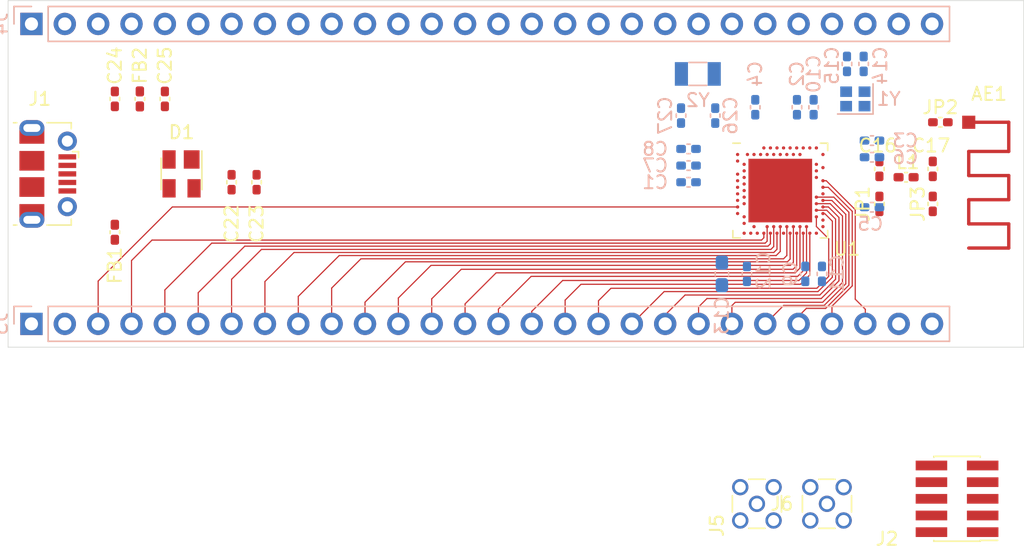
<source format=kicad_pcb>
(kicad_pcb (version 20171130) (host pcbnew "(5.1.8-0-10_14)")

  (general
    (thickness 1.6)
    (drawings 5)
    (tracks 130)
    (zones 0)
    (modules 40)
    (nets 78)
  )

  (page A4)
  (layers
    (0 F.Cu signal)
    (1 In1.Cu power hide)
    (2 In2.Cu power hide)
    (31 B.Cu signal)
    (32 B.Adhes user)
    (33 F.Adhes user)
    (34 B.Paste user)
    (35 F.Paste user)
    (36 B.SilkS user hide)
    (37 F.SilkS user)
    (38 B.Mask user)
    (39 F.Mask user)
    (40 Dwgs.User user)
    (41 Cmts.User user)
    (42 Eco1.User user)
    (43 Eco2.User user)
    (44 Edge.Cuts user)
    (45 Margin user)
    (46 B.CrtYd user)
    (47 F.CrtYd user)
    (48 B.Fab user hide)
    (49 F.Fab user hide)
  )

  (setup
    (last_trace_width 0.09)
    (user_trace_width 0.254)
    (user_trace_width 0.889)
    (trace_clearance 0.08)
    (zone_clearance 1)
    (zone_45_only no)
    (trace_min 0.09)
    (via_size 0.45)
    (via_drill 0.2)
    (via_min_size 0.45)
    (via_min_drill 0.2)
    (blind_buried_vias_allowed yes)
    (uvia_size 0.3)
    (uvia_drill 0.1)
    (uvias_allowed yes)
    (uvia_min_size 0.2)
    (uvia_min_drill 0.1)
    (edge_width 0.05)
    (segment_width 0.2)
    (pcb_text_width 0.3)
    (pcb_text_size 1.5 1.5)
    (mod_edge_width 0.12)
    (mod_text_size 1 1)
    (mod_text_width 0.15)
    (pad_size 1.524 1.524)
    (pad_drill 0.762)
    (pad_to_mask_clearance 0)
    (aux_axis_origin 0 0)
    (visible_elements FFFFFF7F)
    (pcbplotparams
      (layerselection 0x010fc_ffffffff)
      (usegerberextensions false)
      (usegerberattributes true)
      (usegerberadvancedattributes true)
      (creategerberjobfile true)
      (excludeedgelayer true)
      (linewidth 0.100000)
      (plotframeref false)
      (viasonmask false)
      (mode 1)
      (useauxorigin false)
      (hpglpennumber 1)
      (hpglpenspeed 20)
      (hpglpendiameter 15.000000)
      (psnegative false)
      (psa4output false)
      (plotreference true)
      (plotvalue true)
      (plotinvisibletext false)
      (padsonsilk false)
      (subtractmaskfromsilk false)
      (outputformat 1)
      (mirror false)
      (drillshape 1)
      (scaleselection 1)
      (outputdirectory ""))
  )

  (net 0 "")
  (net 1 /DEC1)
  (net 2 /DEC2)
  (net 3 /DEC3)
  (net 4 /DEC4)
  (net 5 /DEC5)
  (net 6 /VDD_nRF)
  (net 7 /DECUSB)
  (net 8 /VBUS)
  (net 9 /XC1)
  (net 10 /XC2)
  (net 11 /ANT)
  (net 12 "Net-(C17-Pad2)")
  (net 13 "Net-(C24-Pad2)")
  (net 14 /D+)
  (net 15 /D-)
  (net 16 "Net-(FB1-Pad2)")
  (net 17 "Net-(J1-Pad6)")
  (net 18 "Net-(J1-Pad4)")
  (net 19 /RESET_P0.18)
  (net 20 "Net-(J2-Pad8)")
  (net 21 "Net-(J2-Pad7)")
  (net 22 "Net-(J2-Pad6)")
  (net 23 /SWCLK)
  (net 24 /SWDIO)
  (net 25 /P0.23)
  (net 26 /P0.22)
  (net 27 /P0.21)
  (net 28 /P0.20)
  (net 29 /P0.19)
  (net 30 /P0.17)
  (net 31 /P0.16)
  (net 32 /P0.15)
  (net 33 /P0.14)
  (net 34 /P0.13)
  (net 35 /TRACEDATA1_P0.12)
  (net 36 /TRACEDATA2_P0.11)
  (net 37 /NFC2_P0.10)
  (net 38 /NFC1_P0.09)
  (net 39 /P0.08)
  (net 40 /TRACECLK_P0.07)
  (net 41 /P0.06)
  (net 42 /AIN3_P0.05)
  (net 43 /AIN2_P0.04)
  (net 44 /AIN1_P0.03)
  (net 45 /AIN0_P0.02)
  (net 46 /XL2_P0.01)
  (net 47 /XL1_P0.00)
  (net 48 /P1.15)
  (net 49 /P1.14)
  (net 50 /P1.13)
  (net 51 /P1.12)
  (net 52 /P1.11)
  (net 53 /P1.10)
  (net 54 /TRACEDAT3_P1.09)
  (net 55 /P1.08)
  (net 56 /P1.07)
  (net 57 /P1.06)
  (net 58 /P1.05)
  (net 59 /P1.04)
  (net 60 /P1.03)
  (net 61 /P1.02)
  (net 62 /P1.01)
  (net 63 /TRACEDATA0_P1.00)
  (net 64 /AIN7_P0.31)
  (net 65 /AIN6_P0.30)
  (net 66 /AIN5_P0.29)
  (net 67 /AIN4_P0.28)
  (net 68 /P0.27)
  (net 69 /P0.26)
  (net 70 /P0.25)
  (net 71 /P0.24)
  (net 72 "Net-(U1-PadAB2)")
  (net 73 "Net-(U1-PadB3)")
  (net 74 GNDS)
  (net 75 "Net-(J5-Pad1)")
  (net 76 "Net-(J6-Pad1)")
  (net 77 "Net-(AE1-Pad1)")

  (net_class Default "This is the default net class."
    (clearance 0.08)
    (trace_width 0.09)
    (via_dia 0.45)
    (via_drill 0.2)
    (uvia_dia 0.3)
    (uvia_drill 0.1)
    (diff_pair_width 0.09)
    (diff_pair_gap 0.09)
    (add_net /AIN0_P0.02)
    (add_net /AIN1_P0.03)
    (add_net /AIN2_P0.04)
    (add_net /AIN3_P0.05)
    (add_net /AIN4_P0.28)
    (add_net /AIN5_P0.29)
    (add_net /AIN6_P0.30)
    (add_net /AIN7_P0.31)
    (add_net /ANT)
    (add_net /D+)
    (add_net /D-)
    (add_net /DEC1)
    (add_net /DEC2)
    (add_net /DEC3)
    (add_net /DEC4)
    (add_net /DEC5)
    (add_net /DECUSB)
    (add_net /NFC1_P0.09)
    (add_net /NFC2_P0.10)
    (add_net /P0.06)
    (add_net /P0.08)
    (add_net /P0.13)
    (add_net /P0.14)
    (add_net /P0.15)
    (add_net /P0.16)
    (add_net /P0.17)
    (add_net /P0.19)
    (add_net /P0.20)
    (add_net /P0.21)
    (add_net /P0.22)
    (add_net /P0.23)
    (add_net /P0.24)
    (add_net /P0.25)
    (add_net /P0.26)
    (add_net /P0.27)
    (add_net /P1.01)
    (add_net /P1.02)
    (add_net /P1.03)
    (add_net /P1.04)
    (add_net /P1.05)
    (add_net /P1.06)
    (add_net /P1.07)
    (add_net /P1.08)
    (add_net /P1.10)
    (add_net /P1.11)
    (add_net /P1.12)
    (add_net /P1.13)
    (add_net /P1.14)
    (add_net /P1.15)
    (add_net /RESET_P0.18)
    (add_net /SWCLK)
    (add_net /SWDIO)
    (add_net /TRACECLK_P0.07)
    (add_net /TRACEDAT3_P1.09)
    (add_net /TRACEDATA0_P1.00)
    (add_net /TRACEDATA1_P0.12)
    (add_net /TRACEDATA2_P0.11)
    (add_net /VBUS)
    (add_net /VDD_nRF)
    (add_net /XC1)
    (add_net /XC2)
    (add_net /XL1_P0.00)
    (add_net /XL2_P0.01)
    (add_net GNDS)
    (add_net "Net-(AE1-Pad1)")
    (add_net "Net-(C17-Pad2)")
    (add_net "Net-(C24-Pad2)")
    (add_net "Net-(FB1-Pad2)")
    (add_net "Net-(J1-Pad4)")
    (add_net "Net-(J1-Pad6)")
    (add_net "Net-(J2-Pad6)")
    (add_net "Net-(J2-Pad7)")
    (add_net "Net-(J2-Pad8)")
    (add_net "Net-(J5-Pad1)")
    (add_net "Net-(J6-Pad1)")
    (add_net "Net-(U1-PadAB2)")
    (add_net "Net-(U1-PadB3)")
  )

  (module PCB_Antenna:Nordic_2_4GHz_Meander_RightSided (layer F.Cu) (tedit 5FFE45A1) (tstamp 5FFEF373)
    (at 192.278 101.346)
    (path /6018DA3F)
    (fp_text reference AE1 (at 0.0254 -7.112) (layer F.SilkS)
      (effects (font (size 1 1) (thickness 0.15)))
    )
    (fp_text value Antenna (at 0.3556 -9.144) (layer F.Fab)
      (effects (font (size 1 1) (thickness 0.15)))
    )
    (fp_line (start -1.524 -4.953) (end 1.524 -4.953) (layer F.Cu) (width 0.254))
    (fp_line (start 1.524 -4.953) (end 1.524 -2.73) (layer F.Cu) (width 0.254))
    (fp_line (start -1.524 -2.73) (end 1.524 -2.73) (layer F.Cu) (width 0.254))
    (fp_line (start -1.524 -2.73) (end -1.524 -0.889) (layer F.Cu) (width 0.254))
    (fp_line (start -1.524 -0.889) (end 1.524 -0.889) (layer F.Cu) (width 0.254))
    (fp_line (start 1.524 -0.889) (end 1.524 0.952) (layer F.Cu) (width 0.254))
    (fp_line (start -1.524 0.952) (end 1.524 0.952) (layer F.Cu) (width 0.254))
    (fp_line (start 1.524 2.794) (end 1.524 4.635) (layer F.Cu) (width 0.254))
    (fp_line (start -1.524 4.635) (end 1.524 4.635) (layer F.Cu) (width 0.254))
    (fp_line (start -1.524 2.794) (end 1.524 2.794) (layer F.Cu) (width 0.254))
    (fp_line (start -1.524 0.952) (end -1.524 2.793) (layer F.Cu) (width 0.254))
    (pad 1 smd rect (at -1.524 -4.953) (size 1 1) (layers F.Cu F.Paste F.Mask)
      (net 77 "Net-(AE1-Pad1)"))
  )

  (module Capacitor_SMD:C_0402_1005Metric_Pad0.74x0.62mm_HandSolder (layer F.Cu) (tedit 5F6BB22C) (tstamp 5FFEAFC5)
    (at 188.01588 102.616 270)
    (descr "Capacitor SMD 0402 (1005 Metric), square (rectangular) end terminal, IPC_7351 nominal with elongated pad for handsoldering. (Body size source: IPC-SM-782 page 76, https://www.pcb-3d.com/wordpress/wp-content/uploads/ipc-sm-782a_amendment_1_and_2.pdf), generated with kicad-footprint-generator")
    (tags "capacitor handsolder")
    (path /6004706A)
    (attr smd)
    (fp_text reference JP3 (at 0 1.143 270) (layer F.SilkS)
      (effects (font (size 1 1) (thickness 0.15)))
    )
    (fp_text value Jumper_NO_Small (at 0 1.16 90) (layer F.Fab)
      (effects (font (size 1 1) (thickness 0.15)))
    )
    (fp_line (start 1.08 0.46) (end -1.08 0.46) (layer F.CrtYd) (width 0.05))
    (fp_line (start 1.08 -0.46) (end 1.08 0.46) (layer F.CrtYd) (width 0.05))
    (fp_line (start -1.08 -0.46) (end 1.08 -0.46) (layer F.CrtYd) (width 0.05))
    (fp_line (start -1.08 0.46) (end -1.08 -0.46) (layer F.CrtYd) (width 0.05))
    (fp_line (start -0.115835 0.36) (end 0.115835 0.36) (layer F.SilkS) (width 0.12))
    (fp_line (start -0.115835 -0.36) (end 0.115835 -0.36) (layer F.SilkS) (width 0.12))
    (fp_line (start 0.5 0.25) (end -0.5 0.25) (layer F.Fab) (width 0.1))
    (fp_line (start 0.5 -0.25) (end 0.5 0.25) (layer F.Fab) (width 0.1))
    (fp_line (start -0.5 -0.25) (end 0.5 -0.25) (layer F.Fab) (width 0.1))
    (fp_line (start -0.5 0.25) (end -0.5 -0.25) (layer F.Fab) (width 0.1))
    (fp_text user %R (at 0 0 90) (layer F.Fab)
      (effects (font (size 0.25 0.25) (thickness 0.04)))
    )
    (pad 2 smd roundrect (at 0.5675 0 270) (size 0.735 0.62) (layers F.Cu F.Paste F.Mask) (roundrect_rratio 0.25)
      (net 76 "Net-(J6-Pad1)"))
    (pad 1 smd roundrect (at -0.5675 0 270) (size 0.735 0.62) (layers F.Cu F.Paste F.Mask) (roundrect_rratio 0.25)
      (net 12 "Net-(C17-Pad2)"))
    (model ${KISYS3DMOD}/Capacitor_SMD.3dshapes/C_0402_1005Metric.wrl
      (at (xyz 0 0 0))
      (scale (xyz 1 1 1))
      (rotate (xyz 0 0 0))
    )
  )

  (module Capacitor_SMD:C_0402_1005Metric_Pad0.74x0.62mm_HandSolder (layer F.Cu) (tedit 5F6BB22C) (tstamp 5FFEAFB4)
    (at 188.595 96.393 180)
    (descr "Capacitor SMD 0402 (1005 Metric), square (rectangular) end terminal, IPC_7351 nominal with elongated pad for handsoldering. (Body size source: IPC-SM-782 page 76, https://www.pcb-3d.com/wordpress/wp-content/uploads/ipc-sm-782a_amendment_1_and_2.pdf), generated with kicad-footprint-generator")
    (tags "capacitor handsolder")
    (path /5FFF5381)
    (attr smd)
    (fp_text reference JP2 (at 0 1.143) (layer F.SilkS)
      (effects (font (size 1 1) (thickness 0.15)))
    )
    (fp_text value Jumper_NO_Small (at 0 1.16) (layer F.Fab)
      (effects (font (size 1 1) (thickness 0.15)))
    )
    (fp_line (start 1.08 0.46) (end -1.08 0.46) (layer F.CrtYd) (width 0.05))
    (fp_line (start 1.08 -0.46) (end 1.08 0.46) (layer F.CrtYd) (width 0.05))
    (fp_line (start -1.08 -0.46) (end 1.08 -0.46) (layer F.CrtYd) (width 0.05))
    (fp_line (start -1.08 0.46) (end -1.08 -0.46) (layer F.CrtYd) (width 0.05))
    (fp_line (start -0.115835 0.36) (end 0.115835 0.36) (layer F.SilkS) (width 0.12))
    (fp_line (start -0.115835 -0.36) (end 0.115835 -0.36) (layer F.SilkS) (width 0.12))
    (fp_line (start 0.5 0.25) (end -0.5 0.25) (layer F.Fab) (width 0.1))
    (fp_line (start 0.5 -0.25) (end 0.5 0.25) (layer F.Fab) (width 0.1))
    (fp_line (start -0.5 -0.25) (end 0.5 -0.25) (layer F.Fab) (width 0.1))
    (fp_line (start -0.5 0.25) (end -0.5 -0.25) (layer F.Fab) (width 0.1))
    (fp_text user %R (at 0 0) (layer F.Fab)
      (effects (font (size 0.25 0.25) (thickness 0.04)))
    )
    (pad 2 smd roundrect (at 0.5675 0 180) (size 0.735 0.62) (layers F.Cu F.Paste F.Mask) (roundrect_rratio 0.25)
      (net 12 "Net-(C17-Pad2)"))
    (pad 1 smd roundrect (at -0.5675 0 180) (size 0.735 0.62) (layers F.Cu F.Paste F.Mask) (roundrect_rratio 0.25)
      (net 77 "Net-(AE1-Pad1)"))
    (model ${KISYS3DMOD}/Capacitor_SMD.3dshapes/C_0402_1005Metric.wrl
      (at (xyz 0 0 0))
      (scale (xyz 1 1 1))
      (rotate (xyz 0 0 0))
    )
  )

  (module Capacitor_SMD:C_0402_1005Metric_Pad0.74x0.62mm_HandSolder (layer F.Cu) (tedit 5F6BB22C) (tstamp 5FFEAFA3)
    (at 183.95188 102.616 270)
    (descr "Capacitor SMD 0402 (1005 Metric), square (rectangular) end terminal, IPC_7351 nominal with elongated pad for handsoldering. (Body size source: IPC-SM-782 page 76, https://www.pcb-3d.com/wordpress/wp-content/uploads/ipc-sm-782a_amendment_1_and_2.pdf), generated with kicad-footprint-generator")
    (tags "capacitor handsolder")
    (path /60057952)
    (attr smd)
    (fp_text reference JP1 (at 0 1.27 270) (layer F.SilkS)
      (effects (font (size 1 1) (thickness 0.15)))
    )
    (fp_text value Jumper_NO_Small (at 0 1.16 90) (layer F.Fab)
      (effects (font (size 1 1) (thickness 0.15)))
    )
    (fp_line (start 1.08 0.46) (end -1.08 0.46) (layer F.CrtYd) (width 0.05))
    (fp_line (start 1.08 -0.46) (end 1.08 0.46) (layer F.CrtYd) (width 0.05))
    (fp_line (start -1.08 -0.46) (end 1.08 -0.46) (layer F.CrtYd) (width 0.05))
    (fp_line (start -1.08 0.46) (end -1.08 -0.46) (layer F.CrtYd) (width 0.05))
    (fp_line (start -0.115835 0.36) (end 0.115835 0.36) (layer F.SilkS) (width 0.12))
    (fp_line (start -0.115835 -0.36) (end 0.115835 -0.36) (layer F.SilkS) (width 0.12))
    (fp_line (start 0.5 0.25) (end -0.5 0.25) (layer F.Fab) (width 0.1))
    (fp_line (start 0.5 -0.25) (end 0.5 0.25) (layer F.Fab) (width 0.1))
    (fp_line (start -0.5 -0.25) (end 0.5 -0.25) (layer F.Fab) (width 0.1))
    (fp_line (start -0.5 0.25) (end -0.5 -0.25) (layer F.Fab) (width 0.1))
    (fp_text user %R (at 0 0 90) (layer F.Fab)
      (effects (font (size 0.25 0.25) (thickness 0.04)))
    )
    (pad 2 smd roundrect (at 0.5675 0 270) (size 0.735 0.62) (layers F.Cu F.Paste F.Mask) (roundrect_rratio 0.25)
      (net 11 /ANT))
    (pad 1 smd roundrect (at -0.5675 0 270) (size 0.735 0.62) (layers F.Cu F.Paste F.Mask) (roundrect_rratio 0.25)
      (net 75 "Net-(J5-Pad1)"))
    (model ${KISYS3DMOD}/Capacitor_SMD.3dshapes/C_0402_1005Metric.wrl
      (at (xyz 0 0 0))
      (scale (xyz 1 1 1))
      (rotate (xyz 0 0 0))
    )
  )

  (module Connector_Coaxial:MMCX_Molex_73415-1471_Vertical (layer F.Cu) (tedit 5B4273E9) (tstamp 5FF635F8)
    (at 179.959 125.476 90)
    (descr http://www.molex.com/pdm_docs/sd/734151471_sd.pdf)
    (tags "Molex MMCX Coaxial Connector 50 ohms Female Jack Vertical THT")
    (path /5FFF8D52)
    (fp_text reference J6 (at 0 -3.429 180) (layer F.SilkS)
      (effects (font (size 1 1) (thickness 0.15)))
    )
    (fp_text value "SMA Antenna" (at 0 3.2 90) (layer F.Fab)
      (effects (font (size 1 1) (thickness 0.15)))
    )
    (fp_line (start 0.62 1.87) (end -0.62 1.87) (layer F.SilkS) (width 0.12))
    (fp_line (start 0.62 -1.87) (end -0.62 -1.87) (layer F.SilkS) (width 0.12))
    (fp_line (start -1.87 0.62) (end -1.87 -0.62) (layer F.SilkS) (width 0.12))
    (fp_line (start -2.39 2.39) (end -2.39 -2.39) (layer F.CrtYd) (width 0.05))
    (fp_line (start 1.87 0.62) (end 1.87 -0.62) (layer F.SilkS) (width 0.12))
    (fp_line (start -1.755 1.755) (end 1.755 1.755) (layer F.Fab) (width 0.1))
    (fp_line (start -1.755 -1.755) (end 1.755 -1.755) (layer F.Fab) (width 0.1))
    (fp_line (start 1.755 -1.755) (end 1.755 1.755) (layer F.Fab) (width 0.1))
    (fp_line (start -1.755 -1.755) (end -1.755 1.755) (layer F.Fab) (width 0.1))
    (fp_line (start 2.39 2.39) (end 2.39 -2.39) (layer F.CrtYd) (width 0.05))
    (fp_line (start -2.39 -2.39) (end 2.39 -2.39) (layer F.CrtYd) (width 0.05))
    (fp_line (start -2.39 2.39) (end 2.39 2.39) (layer F.CrtYd) (width 0.05))
    (fp_text user %R (at 0 0 90) (layer F.Fab)
      (effects (font (size 0.8 0.8) (thickness 0.12)))
    )
    (pad 2 thru_hole circle (at -1.27 1.27 90) (size 1.24 1.24) (drill 0.84) (layers *.Cu *.Mask)
      (net 74 GNDS))
    (pad 2 thru_hole circle (at 1.27 -1.27 90) (size 1.24 1.24) (drill 0.84) (layers *.Cu *.Mask)
      (net 74 GNDS))
    (pad 2 thru_hole circle (at 1.27 1.27 90) (size 1.24 1.24) (drill 0.84) (layers *.Cu *.Mask)
      (net 74 GNDS))
    (pad 2 thru_hole circle (at -1.27 -1.27 90) (size 1.24 1.24) (drill 0.84) (layers *.Cu *.Mask)
      (net 74 GNDS))
    (pad 1 thru_hole circle (at 0 0 90) (size 1.24 1.24) (drill 0.84) (layers *.Cu *.Mask)
      (net 76 "Net-(J6-Pad1)"))
    (model ${KISYS3DMOD}/Connector_Coaxial.3dshapes/MMCX_Molex_73415-1471_Vertical.wrl
      (at (xyz 0 0 0))
      (scale (xyz 1 1 1))
      (rotate (xyz 0 0 0))
    )
  )

  (module Connector_Coaxial:MMCX_Molex_73415-1471_Vertical (layer F.Cu) (tedit 5B4273E9) (tstamp 5FF635E2)
    (at 174.625 125.476 90)
    (descr http://www.molex.com/pdm_docs/sd/734151471_sd.pdf)
    (tags "Molex MMCX Coaxial Connector 50 ohms Female Jack Vertical THT")
    (path /5FF731E4)
    (fp_text reference J5 (at -1.651 -3.048 90) (layer F.SilkS)
      (effects (font (size 1 1) (thickness 0.15)))
    )
    (fp_text value Conn_01x02 (at 0 3.2 90) (layer F.Fab)
      (effects (font (size 1 1) (thickness 0.15)))
    )
    (fp_line (start 0.62 1.87) (end -0.62 1.87) (layer F.SilkS) (width 0.12))
    (fp_line (start 0.62 -1.87) (end -0.62 -1.87) (layer F.SilkS) (width 0.12))
    (fp_line (start -1.87 0.62) (end -1.87 -0.62) (layer F.SilkS) (width 0.12))
    (fp_line (start -2.39 2.39) (end -2.39 -2.39) (layer F.CrtYd) (width 0.05))
    (fp_line (start 1.87 0.62) (end 1.87 -0.62) (layer F.SilkS) (width 0.12))
    (fp_line (start -1.755 1.755) (end 1.755 1.755) (layer F.Fab) (width 0.1))
    (fp_line (start -1.755 -1.755) (end 1.755 -1.755) (layer F.Fab) (width 0.1))
    (fp_line (start 1.755 -1.755) (end 1.755 1.755) (layer F.Fab) (width 0.1))
    (fp_line (start -1.755 -1.755) (end -1.755 1.755) (layer F.Fab) (width 0.1))
    (fp_line (start 2.39 2.39) (end 2.39 -2.39) (layer F.CrtYd) (width 0.05))
    (fp_line (start -2.39 -2.39) (end 2.39 -2.39) (layer F.CrtYd) (width 0.05))
    (fp_line (start -2.39 2.39) (end 2.39 2.39) (layer F.CrtYd) (width 0.05))
    (fp_text user %R (at 0 0 90) (layer F.Fab)
      (effects (font (size 0.8 0.8) (thickness 0.12)))
    )
    (pad 2 thru_hole circle (at -1.27 1.27 90) (size 1.24 1.24) (drill 0.84) (layers *.Cu *.Mask)
      (net 74 GNDS))
    (pad 2 thru_hole circle (at 1.27 -1.27 90) (size 1.24 1.24) (drill 0.84) (layers *.Cu *.Mask)
      (net 74 GNDS))
    (pad 2 thru_hole circle (at 1.27 1.27 90) (size 1.24 1.24) (drill 0.84) (layers *.Cu *.Mask)
      (net 74 GNDS))
    (pad 2 thru_hole circle (at -1.27 -1.27 90) (size 1.24 1.24) (drill 0.84) (layers *.Cu *.Mask)
      (net 74 GNDS))
    (pad 1 thru_hole circle (at 0 0 90) (size 1.24 1.24) (drill 0.84) (layers *.Cu *.Mask)
      (net 75 "Net-(J5-Pad1)"))
    (model ${KISYS3DMOD}/Connector_Coaxial.3dshapes/MMCX_Molex_73415-1471_Vertical.wrl
      (at (xyz 0 0 0))
      (scale (xyz 1 1 1))
      (rotate (xyz 0 0 0))
    )
  )

  (module Crystal:Crystal_SMD_3215-2Pin_3.2x1.5mm (layer B.Cu) (tedit 5A0FD1B2) (tstamp 5FFEC21E)
    (at 170.125 92.71)
    (descr "SMD Crystal FC-135 https://support.epson.biz/td/api/doc_check.php?dl=brief_FC-135R_en.pdf")
    (tags "SMD SMT Crystal")
    (path /6031B58F)
    (attr smd)
    (fp_text reference Y2 (at 0 2) (layer B.SilkS)
      (effects (font (size 1 1) (thickness 0.15)) (justify mirror))
    )
    (fp_text value "32.768 KHz" (at 0 -2) (layer B.Fab)
      (effects (font (size 1 1) (thickness 0.15)) (justify mirror))
    )
    (fp_line (start -2 1.15) (end 2 1.15) (layer B.CrtYd) (width 0.05))
    (fp_line (start -1.6 0.75) (end -1.6 -0.75) (layer B.Fab) (width 0.1))
    (fp_line (start -0.675 -0.875) (end 0.675 -0.875) (layer B.SilkS) (width 0.12))
    (fp_line (start -0.675 0.875) (end 0.675 0.875) (layer B.SilkS) (width 0.12))
    (fp_line (start 1.6 0.75) (end 1.6 -0.75) (layer B.Fab) (width 0.1))
    (fp_line (start -1.6 0.75) (end 1.6 0.75) (layer B.Fab) (width 0.1))
    (fp_line (start -1.6 -0.75) (end 1.6 -0.75) (layer B.Fab) (width 0.1))
    (fp_line (start -2 -1.15) (end 2 -1.15) (layer B.CrtYd) (width 0.05))
    (fp_line (start -2 1.15) (end -2 -1.15) (layer B.CrtYd) (width 0.05))
    (fp_line (start 2 1.15) (end 2 -1.15) (layer B.CrtYd) (width 0.05))
    (fp_text user %R (at 0 2) (layer B.Fab)
      (effects (font (size 1 1) (thickness 0.15)) (justify mirror))
    )
    (pad 2 smd rect (at -1.25 0) (size 1 1.8) (layers B.Cu B.Paste B.Mask)
      (net 46 /XL2_P0.01))
    (pad 1 smd rect (at 1.25 0) (size 1 1.8) (layers B.Cu B.Paste B.Mask)
      (net 47 /XL1_P0.00))
    (model ${KISYS3DMOD}/Crystal.3dshapes/Crystal_SMD_3215-2Pin_3.2x1.5mm.wrl
      (at (xyz 0 0 0))
      (scale (xyz 1 1 1))
      (rotate (xyz 0 0 0))
    )
  )

  (module Capacitor_SMD:C_0402_1005Metric_Pad0.74x0.62mm_HandSolder (layer B.Cu) (tedit 5F6BB22C) (tstamp 5FFEC1EE)
    (at 168.845 95.885 90)
    (descr "Capacitor SMD 0402 (1005 Metric), square (rectangular) end terminal, IPC_7351 nominal with elongated pad for handsoldering. (Body size source: IPC-SM-782 page 76, https://www.pcb-3d.com/wordpress/wp-content/uploads/ipc-sm-782a_amendment_1_and_2.pdf), generated with kicad-footprint-generator")
    (tags "capacitor handsolder")
    (path /6031B5A3)
    (attr smd)
    (fp_text reference C27 (at 0 -1.205 270) (layer B.SilkS)
      (effects (font (size 1 1) (thickness 0.15)) (justify mirror))
    )
    (fp_text value 12pF (at 0 -1.16 270) (layer B.Fab)
      (effects (font (size 1 1) (thickness 0.15)) (justify mirror))
    )
    (fp_line (start -0.5 -0.25) (end -0.5 0.25) (layer B.Fab) (width 0.1))
    (fp_line (start -0.5 0.25) (end 0.5 0.25) (layer B.Fab) (width 0.1))
    (fp_line (start 0.5 0.25) (end 0.5 -0.25) (layer B.Fab) (width 0.1))
    (fp_line (start 0.5 -0.25) (end -0.5 -0.25) (layer B.Fab) (width 0.1))
    (fp_line (start -0.115835 0.36) (end 0.115835 0.36) (layer B.SilkS) (width 0.12))
    (fp_line (start -0.115835 -0.36) (end 0.115835 -0.36) (layer B.SilkS) (width 0.12))
    (fp_line (start -1.08 -0.46) (end -1.08 0.46) (layer B.CrtYd) (width 0.05))
    (fp_line (start -1.08 0.46) (end 1.08 0.46) (layer B.CrtYd) (width 0.05))
    (fp_line (start 1.08 0.46) (end 1.08 -0.46) (layer B.CrtYd) (width 0.05))
    (fp_line (start 1.08 -0.46) (end -1.08 -0.46) (layer B.CrtYd) (width 0.05))
    (fp_text user %R (at 0 0 270) (layer B.Fab)
      (effects (font (size 0.25 0.25) (thickness 0.04)) (justify mirror))
    )
    (pad 2 smd roundrect (at 0.5675 0 90) (size 0.735 0.62) (layers B.Cu B.Paste B.Mask) (roundrect_rratio 0.25)
      (net 74 GNDS))
    (pad 1 smd roundrect (at -0.5675 0 90) (size 0.735 0.62) (layers B.Cu B.Paste B.Mask) (roundrect_rratio 0.25)
      (net 46 /XL2_P0.01))
    (model ${KISYS3DMOD}/Capacitor_SMD.3dshapes/C_0402_1005Metric.wrl
      (at (xyz 0 0 0))
      (scale (xyz 1 1 1))
      (rotate (xyz 0 0 0))
    )
  )

  (module Capacitor_SMD:C_0402_1005Metric_Pad0.74x0.62mm_HandSolder (layer B.Cu) (tedit 5F6BB22C) (tstamp 5FFEC1BE)
    (at 171.45 95.885 90)
    (descr "Capacitor SMD 0402 (1005 Metric), square (rectangular) end terminal, IPC_7351 nominal with elongated pad for handsoldering. (Body size source: IPC-SM-782 page 76, https://www.pcb-3d.com/wordpress/wp-content/uploads/ipc-sm-782a_amendment_1_and_2.pdf), generated with kicad-footprint-generator")
    (tags "capacitor handsolder")
    (path /6031B59B)
    (attr smd)
    (fp_text reference C26 (at 0 1.16 270) (layer B.SilkS)
      (effects (font (size 1 1) (thickness 0.15)) (justify mirror))
    )
    (fp_text value 12pF (at 0 -1.16 270) (layer B.Fab)
      (effects (font (size 1 1) (thickness 0.15)) (justify mirror))
    )
    (fp_line (start -0.5 -0.25) (end -0.5 0.25) (layer B.Fab) (width 0.1))
    (fp_line (start -0.5 0.25) (end 0.5 0.25) (layer B.Fab) (width 0.1))
    (fp_line (start 0.5 0.25) (end 0.5 -0.25) (layer B.Fab) (width 0.1))
    (fp_line (start 0.5 -0.25) (end -0.5 -0.25) (layer B.Fab) (width 0.1))
    (fp_line (start -0.115835 0.36) (end 0.115835 0.36) (layer B.SilkS) (width 0.12))
    (fp_line (start -0.115835 -0.36) (end 0.115835 -0.36) (layer B.SilkS) (width 0.12))
    (fp_line (start -1.08 -0.46) (end -1.08 0.46) (layer B.CrtYd) (width 0.05))
    (fp_line (start -1.08 0.46) (end 1.08 0.46) (layer B.CrtYd) (width 0.05))
    (fp_line (start 1.08 0.46) (end 1.08 -0.46) (layer B.CrtYd) (width 0.05))
    (fp_line (start 1.08 -0.46) (end -1.08 -0.46) (layer B.CrtYd) (width 0.05))
    (fp_text user %R (at 0 0 270) (layer B.Fab)
      (effects (font (size 0.25 0.25) (thickness 0.04)) (justify mirror))
    )
    (pad 2 smd roundrect (at 0.5675 0 90) (size 0.735 0.62) (layers B.Cu B.Paste B.Mask) (roundrect_rratio 0.25)
      (net 74 GNDS))
    (pad 1 smd roundrect (at -0.5675 0 90) (size 0.735 0.62) (layers B.Cu B.Paste B.Mask) (roundrect_rratio 0.25)
      (net 47 /XL1_P0.00))
    (model ${KISYS3DMOD}/Capacitor_SMD.3dshapes/C_0402_1005Metric.wrl
      (at (xyz 0 0 0))
      (scale (xyz 1 1 1))
      (rotate (xyz 0 0 0))
    )
  )

  (module Crystal:Crystal_SMD_2016-4Pin_2.0x1.6mm (layer B.Cu) (tedit 5A0FD1B2) (tstamp 5FFEC180)
    (at 182.118 94.615 180)
    (descr "SMD Crystal SERIES SMD2016/4 http://www.q-crystal.com/upload/5/2015552223166229.pdf, 2.0x1.6mm^2 package")
    (tags "SMD SMT crystal")
    (path /5FEBD366)
    (attr smd)
    (fp_text reference Y1 (at -2.54 0) (layer B.SilkS)
      (effects (font (size 1 1) (thickness 0.15)) (justify mirror))
    )
    (fp_text value "32MHz " (at 0 -2) (layer B.Fab)
      (effects (font (size 1 1) (thickness 0.15)) (justify mirror))
    )
    (fp_line (start 1.4 1.3) (end -1.4 1.3) (layer B.CrtYd) (width 0.05))
    (fp_line (start 1.4 -1.3) (end 1.4 1.3) (layer B.CrtYd) (width 0.05))
    (fp_line (start -1.4 -1.3) (end 1.4 -1.3) (layer B.CrtYd) (width 0.05))
    (fp_line (start -1.4 1.3) (end -1.4 -1.3) (layer B.CrtYd) (width 0.05))
    (fp_line (start -1.35 -1.15) (end 1.35 -1.15) (layer B.SilkS) (width 0.12))
    (fp_line (start -1.35 1.15) (end -1.35 -1.15) (layer B.SilkS) (width 0.12))
    (fp_line (start -1 -0.3) (end -0.5 -0.8) (layer B.Fab) (width 0.1))
    (fp_line (start -1 0.7) (end -0.9 0.8) (layer B.Fab) (width 0.1))
    (fp_line (start -1 -0.7) (end -1 0.7) (layer B.Fab) (width 0.1))
    (fp_line (start -0.9 -0.8) (end -1 -0.7) (layer B.Fab) (width 0.1))
    (fp_line (start 0.9 -0.8) (end -0.9 -0.8) (layer B.Fab) (width 0.1))
    (fp_line (start 1 -0.7) (end 0.9 -0.8) (layer B.Fab) (width 0.1))
    (fp_line (start 1 0.7) (end 1 -0.7) (layer B.Fab) (width 0.1))
    (fp_line (start 0.9 0.8) (end 1 0.7) (layer B.Fab) (width 0.1))
    (fp_line (start -0.9 0.8) (end 0.9 0.8) (layer B.Fab) (width 0.1))
    (fp_text user %R (at 0 0) (layer B.Fab)
      (effects (font (size 0.5 0.5) (thickness 0.075)) (justify mirror))
    )
    (pad 4 smd rect (at -0.7 0.55 180) (size 0.9 0.8) (layers B.Cu B.Paste B.Mask))
    (pad 3 smd rect (at 0.7 0.55 180) (size 0.9 0.8) (layers B.Cu B.Paste B.Mask))
    (pad 2 smd rect (at 0.7 -0.55 180) (size 0.9 0.8) (layers B.Cu B.Paste B.Mask)
      (net 10 /XC2))
    (pad 1 smd rect (at -0.7 -0.55 180) (size 0.9 0.8) (layers B.Cu B.Paste B.Mask)
      (net 9 /XC1))
    (model ${KISYS3DMOD}/Crystal.3dshapes/Crystal_SMD_2016-4Pin_2.0x1.6mm.wrl
      (at (xyz 0 0 0))
      (scale (xyz 1 1 1))
      (rotate (xyz 0 0 0))
    )
  )

  (module Package_DFN_QFN:Nordic_AQFN-73-1EP_7x7mm_P0.5mm (layer F.Cu) (tedit 5A55E2FA) (tstamp 5FFEC0A5)
    (at 176.403 101.6)
    (descr http://infocenter.nordicsemi.com/index.jsp?topic=%2Fcom.nordic.infocenter.nrf52%2Fdita%2Fnrf52%2Fchips%2Fnrf52840.html)
    (tags "AQFN 7mm ")
    (path /5FEB740E)
    (attr smd)
    (fp_text reference U1 (at 5.08 4.445) (layer F.SilkS)
      (effects (font (size 1 1) (thickness 0.15)))
    )
    (fp_text value nRF52840 (at 0.03 5.72) (layer F.Fab)
      (effects (font (size 1 1) (thickness 0.15)))
    )
    (fp_line (start -3 -3.5) (end 3.5 -3.5) (layer F.Fab) (width 0.1))
    (fp_line (start -3.5 -3) (end -3.5 3.5) (layer F.Fab) (width 0.1))
    (fp_line (start -3.5 3.5) (end 3.5 3.5) (layer F.Fab) (width 0.1))
    (fp_line (start 3.5 -3.5) (end 3.5 3.5) (layer F.Fab) (width 0.1))
    (fp_line (start -3.5 -3) (end -3 -3.5) (layer F.Fab) (width 0.1))
    (fp_line (start 3.61 -3.61) (end 3.05 -3.61) (layer F.SilkS) (width 0.12))
    (fp_line (start 3.61 -3.61) (end 3.61 -3.05) (layer F.SilkS) (width 0.12))
    (fp_line (start 3.61 3.61) (end 3.61 3.05) (layer F.SilkS) (width 0.12))
    (fp_line (start 3.61 3.61) (end 3.05 3.61) (layer F.SilkS) (width 0.12))
    (fp_line (start -3.61 3.61) (end -3.05 3.61) (layer F.SilkS) (width 0.12))
    (fp_line (start -3.61 3.61) (end -3.61 3.05) (layer F.SilkS) (width 0.12))
    (fp_line (start -3.61 -3.61) (end -3.05 -3.61) (layer F.SilkS) (width 0.12))
    (fp_line (start -3.81 -3.81) (end 3.81 -3.81) (layer F.CrtYd) (width 0.05))
    (fp_line (start -3.81 3.81) (end -3.81 -3.81) (layer F.CrtYd) (width 0.05))
    (fp_line (start 3.81 3.81) (end -3.81 3.81) (layer F.CrtYd) (width 0.05))
    (fp_line (start 3.81 -3.81) (end 3.81 3.81) (layer F.CrtYd) (width 0.05))
    (fp_text user %R (at 0 0) (layer F.Fab)
      (effects (font (size 1 1) (thickness 0.15)))
    )
    (pad AC24 smd circle (at 3.25 2.75 180) (size 0.25 0.25) (layers F.Cu F.Paste F.Mask)
      (net 24 /SWDIO))
    (pad AA24 smd circle (at 3.25 2.25 180) (size 0.25 0.25) (layers F.Cu F.Paste F.Mask)
      (net 23 /SWCLK))
    (pad W24 smd circle (at 3.25 1.75 180) (size 0.25 0.25) (layers F.Cu F.Paste F.Mask)
      (net 61 /P1.02))
    (pad U24 smd circle (at 3.25 1.25 180) (size 0.25 0.25) (layers F.Cu F.Paste F.Mask)
      (net 59 /P1.04))
    (pad R24 smd circle (at 3.25 0.75 180) (size 0.25 0.25) (layers F.Cu F.Paste F.Mask)
      (net 57 /P1.06))
    (pad N24 smd circle (at 3.25 0.25 180) (size 0.25 0.25) (layers F.Cu F.Paste F.Mask)
      (net 5 /DEC5))
    (pad L24 smd circle (at 3.25 -0.25 180) (size 0.25 0.25) (layers F.Cu F.Paste F.Mask)
      (net 38 /NFC1_P0.09))
    (pad J24 smd circle (at 3.25 -0.75 180) (size 0.25 0.25) (layers F.Cu F.Paste F.Mask)
      (net 37 /NFC2_P0.10))
    (pad E24 smd circle (at 3.25 -1.75 180) (size 0.25 0.25) (layers F.Cu F.Paste F.Mask)
      (net 4 /DEC4))
    (pad Y23 smd circle (at 2.75 2 180) (size 0.25 0.25) (layers F.Cu F.Paste F.Mask)
      (net 62 /P1.01))
    (pad V23 smd circle (at 2.75 1.5 180) (size 0.25 0.25) (layers F.Cu F.Paste F.Mask)
      (net 60 /P1.03))
    (pad T23 smd circle (at 2.75 1 180) (size 0.25 0.25) (layers F.Cu F.Paste F.Mask)
      (net 58 /P1.05))
    (pad P23 smd circle (at 2.75 0.5 180) (size 0.25 0.25) (layers F.Cu F.Paste F.Mask)
      (net 56 /P1.07))
    (pad H23 smd circle (at 2.75 -1 180) (size 0.25 0.25) (layers F.Cu F.Paste F.Mask)
      (net 11 /ANT))
    (pad F23 smd circle (at 2.75 -1.5 180) (size 0.25 0.25) (layers F.Cu F.Paste F.Mask)
      (net 74 GNDS))
    (pad A23 smd circle (at 2.75 -3.25 180) (size 0.25 0.25) (layers F.Cu F.Paste F.Mask)
      (net 10 /XC2))
    (pad A22 smd circle (at 2.25 -3.25 180) (size 0.25 0.25) (layers F.Cu F.Paste F.Mask)
      (net 6 /VDD_nRF))
    (pad A20 smd circle (at 1.75 -3.25 180) (size 0.25 0.25) (layers F.Cu F.Paste F.Mask)
      (net 53 /P1.10))
    (pad A18 smd circle (at 1.25 -3.25 180) (size 0.25 0.25) (layers F.Cu F.Paste F.Mask)
      (net 2 /DEC2))
    (pad A16 smd circle (at 0.75 -3.25 180) (size 0.25 0.25) (layers F.Cu F.Paste F.Mask)
      (net 50 /P1.13))
    (pad A14 smd circle (at 0.25 -3.25 180) (size 0.25 0.25) (layers F.Cu F.Paste F.Mask)
      (net 48 /P1.15))
    (pad A12 smd circle (at -0.25 -3.25 180) (size 0.25 0.25) (layers F.Cu F.Paste F.Mask)
      (net 45 /AIN0_P0.02))
    (pad A10 smd circle (at -0.75 -3.25 180) (size 0.25 0.25) (layers F.Cu F.Paste F.Mask)
      (net 66 /AIN5_P0.29))
    (pad B19 smd circle (at 1.5 -2.75 180) (size 0.25 0.25) (layers F.Cu F.Paste F.Mask)
      (net 52 /P1.11))
    (pad B17 smd circle (at 1 -2.75 180) (size 0.25 0.25) (layers F.Cu F.Paste F.Mask)
      (net 51 /P1.12))
    (pad B15 smd circle (at 0.5 -2.75 180) (size 0.25 0.25) (layers F.Cu F.Paste F.Mask)
      (net 49 /P1.14))
    (pad B13 smd circle (at 0 -2.75 180) (size 0.25 0.25) (layers F.Cu F.Paste F.Mask)
      (net 44 /AIN1_P0.03))
    (pad B11 smd circle (at -0.5 -2.75 180) (size 0.25 0.25) (layers F.Cu F.Paste F.Mask)
      (net 67 /AIN4_P0.28))
    (pad B9 smd circle (at -1 -2.75 180) (size 0.25 0.25) (layers F.Cu F.Paste F.Mask)
      (net 65 /AIN6_P0.30))
    (pad B7 smd circle (at -1.5 -2.75 180) (size 0.25 0.25) (layers F.Cu F.Paste F.Mask)
      (net 74 GNDS))
    (pad B5 smd circle (at -2 -2.75 180) (size 0.25 0.25) (layers F.Cu F.Paste F.Mask)
      (net 4 /DEC4))
    (pad AC5 smd circle (at -2 2.75 180) (size 0.25 0.25) (layers F.Cu F.Paste F.Mask)
      (net 7 /DECUSB))
    (pad AC9 smd circle (at -1 2.75 180) (size 0.25 0.25) (layers F.Cu F.Paste F.Mask)
      (net 33 /P0.14))
    (pad AC11 smd circle (at -0.5 2.75 180) (size 0.25 0.25) (layers F.Cu F.Paste F.Mask)
      (net 31 /P0.16))
    (pad AC13 smd circle (at 0 2.75 180) (size 0.25 0.25) (layers F.Cu F.Paste F.Mask)
      (net 19 /RESET_P0.18))
    (pad AC15 smd circle (at 0.5 2.75 180) (size 0.25 0.25) (layers F.Cu F.Paste F.Mask)
      (net 29 /P0.19))
    (pad AC17 smd circle (at 1 2.75 180) (size 0.25 0.25) (layers F.Cu F.Paste F.Mask)
      (net 27 /P0.21))
    (pad AC19 smd circle (at 1.5 2.75 180) (size 0.25 0.25) (layers F.Cu F.Paste F.Mask)
      (net 25 /P0.23))
    (pad AD22 smd circle (at 2.25 3.25 180) (size 0.25 0.25) (layers F.Cu F.Paste F.Mask)
      (net 63 /TRACEDATA0_P1.00))
    (pad AD20 smd circle (at 1.75 3.25 180) (size 0.25 0.25) (layers F.Cu F.Paste F.Mask)
      (net 71 /P0.24))
    (pad AD18 smd circle (at 1.25 3.25 180) (size 0.25 0.25) (layers F.Cu F.Paste F.Mask)
      (net 26 /P0.22))
    (pad AD16 smd circle (at 0.75 3.25 180) (size 0.25 0.25) (layers F.Cu F.Paste F.Mask)
      (net 28 /P0.20))
    (pad AD14 smd circle (at 0.25 3.25 180) (size 0.25 0.25) (layers F.Cu F.Paste F.Mask)
      (net 6 /VDD_nRF))
    (pad AD12 smd circle (at -0.25 3.25 180) (size 0.25 0.25) (layers F.Cu F.Paste F.Mask)
      (net 30 /P0.17))
    (pad AD10 smd circle (at -0.75 3.25 180) (size 0.25 0.25) (layers F.Cu F.Paste F.Mask)
      (net 32 /P0.15))
    (pad AD8 smd circle (at -1.25 3.25 180) (size 0.25 0.25) (layers F.Cu F.Paste F.Mask)
      (net 34 /P0.13))
    (pad AD6 smd circle (at -1.75 3.25 180) (size 0.25 0.25) (layers F.Cu F.Paste F.Mask)
      (net 14 /D+))
    (pad AD4 smd circle (at -2.25 3.25 180) (size 0.25 0.25) (layers F.Cu F.Paste F.Mask)
      (net 15 /D-))
    (pad B1 smd circle (at -3.25 -2.75 180) (size 0.25 0.25) (layers F.Cu F.Paste F.Mask)
      (net 6 /VDD_nRF))
    (pad D2 smd circle (at -2.75 -2 180) (size 0.25 0.25) (layers F.Cu F.Paste F.Mask)
      (net 47 /XL1_P0.00))
    (pad C1 smd circle (at -3.25 -2.25 180) (size 0.25 0.25) (layers F.Cu F.Paste F.Mask)
      (net 1 /DEC1))
    (pad F2 smd circle (at -2.75 -1.5 180) (size 0.25 0.25) (layers F.Cu F.Paste F.Mask)
      (net 46 /XL2_P0.01))
    (pad H2 smd circle (at -2.75 -1 180) (size 0.25 0.25) (layers F.Cu F.Paste F.Mask)
      (net 68 /P0.27))
    (pad K2 smd circle (at -2.75 -0.5 180) (size 0.25 0.25) (layers F.Cu F.Paste F.Mask)
      (net 42 /AIN3_P0.05))
    (pad M2 smd circle (at -2.75 0 180) (size 0.25 0.25) (layers F.Cu F.Paste F.Mask)
      (net 40 /TRACECLK_P0.07))
    (pad P2 smd circle (at -2.75 0.5 180) (size 0.25 0.25) (layers F.Cu F.Paste F.Mask)
      (net 55 /P1.08))
    (pad T2 smd circle (at -2.75 1 180) (size 0.25 0.25) (layers F.Cu F.Paste F.Mask)
      (net 36 /TRACEDATA2_P0.11))
    (pad G1 smd circle (at -3.25 -1.25 180) (size 0.25 0.25) (layers F.Cu F.Paste F.Mask)
      (net 69 /P0.26))
    (pad J1 smd circle (at -3.25 -0.75 180) (size 0.25 0.25) (layers F.Cu F.Paste F.Mask)
      (net 43 /AIN2_P0.04))
    (pad L1 smd circle (at -3.25 -0.25 180) (size 0.25 0.25) (layers F.Cu F.Paste F.Mask)
      (net 41 /P0.06))
    (pad N1 smd circle (at -3.25 0.25 180) (size 0.25 0.25) (layers F.Cu F.Paste F.Mask)
      (net 39 /P0.08))
    (pad R1 smd circle (at -3.25 0.75 180) (size 0.25 0.25) (layers F.Cu F.Paste F.Mask)
      (net 54 /TRACEDAT3_P1.09))
    (pad U1 smd circle (at -3.25 1.25 180) (size 0.25 0.25) (layers F.Cu F.Paste F.Mask)
      (net 35 /TRACEDATA1_P0.12))
    (pad W1 smd circle (at -3.25 1.75 180) (size 0.25 0.25) (layers F.Cu F.Paste F.Mask)
      (net 6 /VDD_nRF))
    (pad Y2 smd circle (at -2.75 2 180) (size 0.25 0.25) (layers F.Cu F.Paste F.Mask)
      (net 8 /VBUS))
    (pad AB2 smd circle (at -2.75 2.5 180) (size 0.25 0.25) (layers F.Cu F.Paste F.Mask)
      (net 72 "Net-(U1-PadAB2)"))
    (pad AD2 smd circle (at -2.75 3.25 180) (size 0.25 0.25) (layers F.Cu F.Paste F.Mask)
      (net 8 /VBUS))
    (pad AD23 smd circle (at 2.75 3.25 180) (size 0.25 0.25) (layers F.Cu F.Paste F.Mask)
      (net 6 /VDD_nRF))
    (pad AC21 smd circle (at 2 2.75 180) (size 0.25 0.25) (layers F.Cu F.Paste F.Mask)
      (net 70 /P0.25))
    (pad B3 smd circle (at -2.5 -2.75 180) (size 0.25 0.25) (layers F.Cu F.Paste F.Mask)
      (net 73 "Net-(U1-PadB3)"))
    (pad A8 smd circle (at -1.25 -3.25 180) (size 0.25 0.25) (layers F.Cu F.Paste F.Mask)
      (net 64 /AIN7_P0.31))
    (pad D23 smd circle (at 2.75 -2 180) (size 0.25 0.25) (layers F.Cu F.Paste F.Mask)
      (net 3 /DEC3))
    (pad B24 smd circle (at 3.25 -2.75 180) (size 0.25 0.25) (layers F.Cu F.Paste F.Mask)
      (net 9 /XC1))
    (pad EP smd rect (at 0 0 180) (size 4.85 4.85) (layers F.Cu F.Mask)
      (net 74 GNDS))
    (pad "" smd rect (at -1.2125 -1.2125 180) (size 2 2) (layers F.Paste))
    (pad "" smd rect (at 1.2125 -1.2125 180) (size 2 2) (layers F.Paste))
    (pad "" smd rect (at -1.2125 1.2125 180) (size 2 2) (layers F.Paste))
    (pad "" smd rect (at 1.2125 1.2125 180) (size 2 2) (layers F.Paste))
    (model ${KISYS3DMOD}/Package_DFN_QFN.3dshapes/Nordic_AQFN-73-1EP_7x7mm_P0.5mm.wrl
      (at (xyz 0 0 0))
      (scale (xyz 1 1 1))
      (rotate (xyz 0 0 0))
    )
  )

  (module Inductor_SMD:L_0402_1005Metric_Pad0.77x0.64mm_HandSolder (layer F.Cu) (tedit 5F6BBB3E) (tstamp 5FF5B16D)
    (at 185.98388 100.584 180)
    (descr "Inductor SMD 0402 (1005 Metric), square (rectangular) end terminal, IPC_7351 nominal with elongated pad for handsoldering. (Body size source: http://www.tortai-tech.com/upload/download/2011102023233369053.pdf), generated with kicad-footprint-generator")
    (tags "inductor handsolder")
    (path /5FF0F950)
    (attr smd)
    (fp_text reference L1 (at -0.127 1.143) (layer F.SilkS)
      (effects (font (size 1 1) (thickness 0.15)))
    )
    (fp_text value 4.7nH (at 0 1.17) (layer F.Fab)
      (effects (font (size 1 1) (thickness 0.15)))
    )
    (fp_line (start 1.1 0.47) (end -1.1 0.47) (layer F.CrtYd) (width 0.05))
    (fp_line (start 1.1 -0.47) (end 1.1 0.47) (layer F.CrtYd) (width 0.05))
    (fp_line (start -1.1 -0.47) (end 1.1 -0.47) (layer F.CrtYd) (width 0.05))
    (fp_line (start -1.1 0.47) (end -1.1 -0.47) (layer F.CrtYd) (width 0.05))
    (fp_line (start -0.1002 0.36) (end 0.1002 0.36) (layer F.SilkS) (width 0.12))
    (fp_line (start -0.1002 -0.36) (end 0.1002 -0.36) (layer F.SilkS) (width 0.12))
    (fp_line (start 0.5 0.25) (end -0.5 0.25) (layer F.Fab) (width 0.1))
    (fp_line (start 0.5 -0.25) (end 0.5 0.25) (layer F.Fab) (width 0.1))
    (fp_line (start -0.5 -0.25) (end 0.5 -0.25) (layer F.Fab) (width 0.1))
    (fp_line (start -0.5 0.25) (end -0.5 -0.25) (layer F.Fab) (width 0.1))
    (fp_text user %R (at 0 0) (layer F.Fab)
      (effects (font (size 0.25 0.25) (thickness 0.04)))
    )
    (pad 2 smd roundrect (at 0.5725 0 180) (size 0.765 0.64) (layers F.Cu F.Paste F.Mask) (roundrect_rratio 0.25)
      (net 11 /ANT))
    (pad 1 smd roundrect (at -0.5725 0 180) (size 0.765 0.64) (layers F.Cu F.Paste F.Mask) (roundrect_rratio 0.25)
      (net 12 "Net-(C17-Pad2)"))
    (model ${KISYS3DMOD}/Inductor_SMD.3dshapes/L_0402_1005Metric.wrl
      (at (xyz 0 0 0))
      (scale (xyz 1 1 1))
      (rotate (xyz 0 0 0))
    )
  )

  (module Connector_PinHeader_2.54mm:PinHeader_1x28_P2.54mm_Vertical locked (layer B.Cu) (tedit 59FED5CC) (tstamp 5FF5B122)
    (at 119.38 88.9 270)
    (descr "Through hole straight pin header, 1x28, 2.54mm pitch, single row")
    (tags "Through hole pin header THT 1x28 2.54mm single row")
    (path /60243EA1)
    (fp_text reference J4 (at 0 2.33 270) (layer B.SilkS)
      (effects (font (size 1 1) (thickness 0.15)) (justify mirror))
    )
    (fp_text value Conn_01x28 (at 0 -70.91 270) (layer B.Fab)
      (effects (font (size 1 1) (thickness 0.15)) (justify mirror))
    )
    (fp_line (start 1.8 1.8) (end -1.8 1.8) (layer B.CrtYd) (width 0.05))
    (fp_line (start 1.8 -70.35) (end 1.8 1.8) (layer B.CrtYd) (width 0.05))
    (fp_line (start -1.8 -70.35) (end 1.8 -70.35) (layer B.CrtYd) (width 0.05))
    (fp_line (start -1.8 1.8) (end -1.8 -70.35) (layer B.CrtYd) (width 0.05))
    (fp_line (start -1.33 1.33) (end 0 1.33) (layer B.SilkS) (width 0.12))
    (fp_line (start -1.33 0) (end -1.33 1.33) (layer B.SilkS) (width 0.12))
    (fp_line (start -1.33 -1.27) (end 1.33 -1.27) (layer B.SilkS) (width 0.12))
    (fp_line (start 1.33 -1.27) (end 1.33 -69.91) (layer B.SilkS) (width 0.12))
    (fp_line (start -1.33 -1.27) (end -1.33 -69.91) (layer B.SilkS) (width 0.12))
    (fp_line (start -1.33 -69.91) (end 1.33 -69.91) (layer B.SilkS) (width 0.12))
    (fp_line (start -1.27 0.635) (end -0.635 1.27) (layer B.Fab) (width 0.1))
    (fp_line (start -1.27 -69.85) (end -1.27 0.635) (layer B.Fab) (width 0.1))
    (fp_line (start 1.27 -69.85) (end -1.27 -69.85) (layer B.Fab) (width 0.1))
    (fp_line (start 1.27 1.27) (end 1.27 -69.85) (layer B.Fab) (width 0.1))
    (fp_line (start -0.635 1.27) (end 1.27 1.27) (layer B.Fab) (width 0.1))
    (fp_text user %R (at 0 -34.29) (layer B.Fab)
      (effects (font (size 1 1) (thickness 0.15)) (justify mirror))
    )
    (pad 28 thru_hole oval (at 0 -68.58 270) (size 1.7 1.7) (drill 1) (layers *.Cu *.Mask)
      (net 74 GNDS))
    (pad 27 thru_hole oval (at 0 -66.04 270) (size 1.7 1.7) (drill 1) (layers *.Cu *.Mask)
      (net 6 /VDD_nRF))
    (pad 26 thru_hole oval (at 0 -63.5 270) (size 1.7 1.7) (drill 1) (layers *.Cu *.Mask)
      (net 53 /P1.10))
    (pad 25 thru_hole oval (at 0 -60.96 270) (size 1.7 1.7) (drill 1) (layers *.Cu *.Mask)
      (net 52 /P1.11))
    (pad 24 thru_hole oval (at 0 -58.42 270) (size 1.7 1.7) (drill 1) (layers *.Cu *.Mask)
      (net 51 /P1.12))
    (pad 23 thru_hole oval (at 0 -55.88 270) (size 1.7 1.7) (drill 1) (layers *.Cu *.Mask)
      (net 50 /P1.13))
    (pad 22 thru_hole oval (at 0 -53.34 270) (size 1.7 1.7) (drill 1) (layers *.Cu *.Mask)
      (net 49 /P1.14))
    (pad 21 thru_hole oval (at 0 -50.8 270) (size 1.7 1.7) (drill 1) (layers *.Cu *.Mask)
      (net 48 /P1.15))
    (pad 20 thru_hole oval (at 0 -48.26 270) (size 1.7 1.7) (drill 1) (layers *.Cu *.Mask)
      (net 44 /AIN1_P0.03))
    (pad 19 thru_hole oval (at 0 -45.72 270) (size 1.7 1.7) (drill 1) (layers *.Cu *.Mask)
      (net 45 /AIN0_P0.02))
    (pad 18 thru_hole oval (at 0 -43.18 270) (size 1.7 1.7) (drill 1) (layers *.Cu *.Mask)
      (net 67 /AIN4_P0.28))
    (pad 17 thru_hole oval (at 0 -40.64 270) (size 1.7 1.7) (drill 1) (layers *.Cu *.Mask)
      (net 66 /AIN5_P0.29))
    (pad 16 thru_hole oval (at 0 -38.1 270) (size 1.7 1.7) (drill 1) (layers *.Cu *.Mask)
      (net 65 /AIN6_P0.30))
    (pad 15 thru_hole oval (at 0 -35.56 270) (size 1.7 1.7) (drill 1) (layers *.Cu *.Mask)
      (net 64 /AIN7_P0.31))
    (pad 14 thru_hole oval (at 0 -33.02 270) (size 1.7 1.7) (drill 1) (layers *.Cu *.Mask)
      (net 47 /XL1_P0.00))
    (pad 13 thru_hole oval (at 0 -30.48 270) (size 1.7 1.7) (drill 1) (layers *.Cu *.Mask)
      (net 46 /XL2_P0.01))
    (pad 12 thru_hole oval (at 0 -27.94 270) (size 1.7 1.7) (drill 1) (layers *.Cu *.Mask)
      (net 69 /P0.26))
    (pad 11 thru_hole oval (at 0 -25.4 270) (size 1.7 1.7) (drill 1) (layers *.Cu *.Mask)
      (net 68 /P0.27))
    (pad 10 thru_hole oval (at 0 -22.86 270) (size 1.7 1.7) (drill 1) (layers *.Cu *.Mask)
      (net 36 /TRACEDATA2_P0.11))
    (pad 9 thru_hole oval (at 0 -20.32 270) (size 1.7 1.7) (drill 1) (layers *.Cu *.Mask)
      (net 54 /TRACEDAT3_P1.09))
    (pad 8 thru_hole oval (at 0 -17.78 270) (size 1.7 1.7) (drill 1) (layers *.Cu *.Mask)
      (net 55 /P1.08))
    (pad 7 thru_hole oval (at 0 -15.24 270) (size 1.7 1.7) (drill 1) (layers *.Cu *.Mask)
      (net 39 /P0.08))
    (pad 6 thru_hole oval (at 0 -12.7 270) (size 1.7 1.7) (drill 1) (layers *.Cu *.Mask)
      (net 40 /TRACECLK_P0.07))
    (pad 5 thru_hole oval (at 0 -10.16 270) (size 1.7 1.7) (drill 1) (layers *.Cu *.Mask)
      (net 41 /P0.06))
    (pad 4 thru_hole oval (at 0 -7.62 270) (size 1.7 1.7) (drill 1) (layers *.Cu *.Mask)
      (net 42 /AIN3_P0.05))
    (pad 3 thru_hole oval (at 0 -5.08 270) (size 1.7 1.7) (drill 1) (layers *.Cu *.Mask)
      (net 43 /AIN2_P0.04))
    (pad 2 thru_hole oval (at 0 -2.54 270) (size 1.7 1.7) (drill 1) (layers *.Cu *.Mask)
      (net 74 GNDS))
    (pad 1 thru_hole rect (at 0 0 270) (size 1.7 1.7) (drill 1) (layers *.Cu *.Mask)
      (net 8 /VBUS))
    (model ${KISYS3DMOD}/Connector_PinHeader_2.54mm.3dshapes/PinHeader_1x28_P2.54mm_Vertical.wrl
      (at (xyz 0 0 0))
      (scale (xyz 1 1 1))
      (rotate (xyz 0 0 0))
    )
  )

  (module Connector_PinHeader_2.54mm:PinHeader_1x28_P2.54mm_Vertical locked (layer B.Cu) (tedit 59FED5CC) (tstamp 5FF5B0F2)
    (at 119.38 111.76 270)
    (descr "Through hole straight pin header, 1x28, 2.54mm pitch, single row")
    (tags "Through hole pin header THT 1x28 2.54mm single row")
    (path /6021C364)
    (fp_text reference J3 (at 0 2.33 270) (layer B.SilkS)
      (effects (font (size 1 1) (thickness 0.15)) (justify mirror))
    )
    (fp_text value Conn_01x28 (at 0 -70.91 270) (layer B.Fab)
      (effects (font (size 1 1) (thickness 0.15)) (justify mirror))
    )
    (fp_line (start 1.8 1.8) (end -1.8 1.8) (layer B.CrtYd) (width 0.05))
    (fp_line (start 1.8 -70.35) (end 1.8 1.8) (layer B.CrtYd) (width 0.05))
    (fp_line (start -1.8 -70.35) (end 1.8 -70.35) (layer B.CrtYd) (width 0.05))
    (fp_line (start -1.8 1.8) (end -1.8 -70.35) (layer B.CrtYd) (width 0.05))
    (fp_line (start -1.33 1.33) (end 0 1.33) (layer B.SilkS) (width 0.12))
    (fp_line (start -1.33 0) (end -1.33 1.33) (layer B.SilkS) (width 0.12))
    (fp_line (start -1.33 -1.27) (end 1.33 -1.27) (layer B.SilkS) (width 0.12))
    (fp_line (start 1.33 -1.27) (end 1.33 -69.91) (layer B.SilkS) (width 0.12))
    (fp_line (start -1.33 -1.27) (end -1.33 -69.91) (layer B.SilkS) (width 0.12))
    (fp_line (start -1.33 -69.91) (end 1.33 -69.91) (layer B.SilkS) (width 0.12))
    (fp_line (start -1.27 0.635) (end -0.635 1.27) (layer B.Fab) (width 0.1))
    (fp_line (start -1.27 -69.85) (end -1.27 0.635) (layer B.Fab) (width 0.1))
    (fp_line (start 1.27 -69.85) (end -1.27 -69.85) (layer B.Fab) (width 0.1))
    (fp_line (start 1.27 1.27) (end 1.27 -69.85) (layer B.Fab) (width 0.1))
    (fp_line (start -0.635 1.27) (end 1.27 1.27) (layer B.Fab) (width 0.1))
    (fp_text user %R (at 0 -34.29) (layer B.Fab)
      (effects (font (size 1 1) (thickness 0.15)) (justify mirror))
    )
    (pad 28 thru_hole oval (at 0 -68.58 270) (size 1.7 1.7) (drill 1) (layers *.Cu *.Mask)
      (net 74 GNDS))
    (pad 27 thru_hole oval (at 0 -66.04 270) (size 1.7 1.7) (drill 1) (layers *.Cu *.Mask)
      (net 6 /VDD_nRF))
    (pad 26 thru_hole oval (at 0 -63.5 270) (size 1.7 1.7) (drill 1) (layers *.Cu *.Mask)
      (net 37 /NFC2_P0.10))
    (pad 25 thru_hole oval (at 0 -60.96 270) (size 1.7 1.7) (drill 1) (layers *.Cu *.Mask)
      (net 38 /NFC1_P0.09))
    (pad 24 thru_hole oval (at 0 -58.42 270) (size 1.7 1.7) (drill 1) (layers *.Cu *.Mask)
      (net 56 /P1.07))
    (pad 23 thru_hole oval (at 0 -55.88 270) (size 1.7 1.7) (drill 1) (layers *.Cu *.Mask)
      (net 57 /P1.06))
    (pad 22 thru_hole oval (at 0 -53.34 270) (size 1.7 1.7) (drill 1) (layers *.Cu *.Mask)
      (net 58 /P1.05))
    (pad 21 thru_hole oval (at 0 -50.8 270) (size 1.7 1.7) (drill 1) (layers *.Cu *.Mask)
      (net 59 /P1.04))
    (pad 20 thru_hole oval (at 0 -48.26 270) (size 1.7 1.7) (drill 1) (layers *.Cu *.Mask)
      (net 60 /P1.03))
    (pad 19 thru_hole oval (at 0 -45.72 270) (size 1.7 1.7) (drill 1) (layers *.Cu *.Mask)
      (net 61 /P1.02))
    (pad 18 thru_hole oval (at 0 -43.18 270) (size 1.7 1.7) (drill 1) (layers *.Cu *.Mask)
      (net 62 /P1.01))
    (pad 17 thru_hole oval (at 0 -40.64 270) (size 1.7 1.7) (drill 1) (layers *.Cu *.Mask)
      (net 63 /TRACEDATA0_P1.00))
    (pad 16 thru_hole oval (at 0 -38.1 270) (size 1.7 1.7) (drill 1) (layers *.Cu *.Mask)
      (net 70 /P0.25))
    (pad 15 thru_hole oval (at 0 -35.56 270) (size 1.7 1.7) (drill 1) (layers *.Cu *.Mask)
      (net 71 /P0.24))
    (pad 14 thru_hole oval (at 0 -33.02 270) (size 1.7 1.7) (drill 1) (layers *.Cu *.Mask)
      (net 25 /P0.23))
    (pad 13 thru_hole oval (at 0 -30.48 270) (size 1.7 1.7) (drill 1) (layers *.Cu *.Mask)
      (net 26 /P0.22))
    (pad 12 thru_hole oval (at 0 -27.94 270) (size 1.7 1.7) (drill 1) (layers *.Cu *.Mask)
      (net 27 /P0.21))
    (pad 11 thru_hole oval (at 0 -25.4 270) (size 1.7 1.7) (drill 1) (layers *.Cu *.Mask)
      (net 28 /P0.20))
    (pad 10 thru_hole oval (at 0 -22.86 270) (size 1.7 1.7) (drill 1) (layers *.Cu *.Mask)
      (net 29 /P0.19))
    (pad 9 thru_hole oval (at 0 -20.32 270) (size 1.7 1.7) (drill 1) (layers *.Cu *.Mask)
      (net 19 /RESET_P0.18))
    (pad 8 thru_hole oval (at 0 -17.78 270) (size 1.7 1.7) (drill 1) (layers *.Cu *.Mask)
      (net 30 /P0.17))
    (pad 7 thru_hole oval (at 0 -15.24 270) (size 1.7 1.7) (drill 1) (layers *.Cu *.Mask)
      (net 31 /P0.16))
    (pad 6 thru_hole oval (at 0 -12.7 270) (size 1.7 1.7) (drill 1) (layers *.Cu *.Mask)
      (net 32 /P0.15))
    (pad 5 thru_hole oval (at 0 -10.16 270) (size 1.7 1.7) (drill 1) (layers *.Cu *.Mask)
      (net 33 /P0.14))
    (pad 4 thru_hole oval (at 0 -7.62 270) (size 1.7 1.7) (drill 1) (layers *.Cu *.Mask)
      (net 34 /P0.13))
    (pad 3 thru_hole oval (at 0 -5.08 270) (size 1.7 1.7) (drill 1) (layers *.Cu *.Mask)
      (net 35 /TRACEDATA1_P0.12))
    (pad 2 thru_hole oval (at 0 -2.54 270) (size 1.7 1.7) (drill 1) (layers *.Cu *.Mask)
      (net 74 GNDS))
    (pad 1 thru_hole rect (at 0 0 270) (size 1.7 1.7) (drill 1) (layers *.Cu *.Mask)
      (net 8 /VBUS))
    (model ${KISYS3DMOD}/Connector_PinHeader_2.54mm.3dshapes/PinHeader_1x28_P2.54mm_Vertical.wrl
      (at (xyz 0 0 0))
      (scale (xyz 1 1 1))
      (rotate (xyz 0 0 0))
    )
  )

  (module Connector_PinHeader_1.27mm:PinHeader_2x05_P1.27mm_Vertical_SMD (layer F.Cu) (tedit 59FED6E3) (tstamp 5FFEA54D)
    (at 189.865 125.095 180)
    (descr "surface-mounted straight pin header, 2x05, 1.27mm pitch, double rows")
    (tags "Surface mounted pin header SMD 2x05 1.27mm double row")
    (path /6000705F)
    (attr smd)
    (fp_text reference J2 (at 5.334 -3.048) (layer F.SilkS)
      (effects (font (size 1 1) (thickness 0.15)))
    )
    (fp_text value "2x5 IDC" (at 0 4.235) (layer F.Fab)
      (effects (font (size 1 1) (thickness 0.15)))
    )
    (fp_line (start 4.3 -3.7) (end -4.3 -3.7) (layer F.CrtYd) (width 0.05))
    (fp_line (start 4.3 3.7) (end 4.3 -3.7) (layer F.CrtYd) (width 0.05))
    (fp_line (start -4.3 3.7) (end 4.3 3.7) (layer F.CrtYd) (width 0.05))
    (fp_line (start -4.3 -3.7) (end -4.3 3.7) (layer F.CrtYd) (width 0.05))
    (fp_line (start 1.765 3.17) (end 1.765 3.235) (layer F.SilkS) (width 0.12))
    (fp_line (start -1.765 3.17) (end -1.765 3.235) (layer F.SilkS) (width 0.12))
    (fp_line (start 1.765 -3.235) (end 1.765 -3.17) (layer F.SilkS) (width 0.12))
    (fp_line (start -1.765 -3.235) (end -1.765 -3.17) (layer F.SilkS) (width 0.12))
    (fp_line (start -3.09 -3.17) (end -1.765 -3.17) (layer F.SilkS) (width 0.12))
    (fp_line (start -1.765 3.235) (end 1.765 3.235) (layer F.SilkS) (width 0.12))
    (fp_line (start -1.765 -3.235) (end 1.765 -3.235) (layer F.SilkS) (width 0.12))
    (fp_line (start 2.75 2.74) (end 1.705 2.74) (layer F.Fab) (width 0.1))
    (fp_line (start 2.75 2.34) (end 2.75 2.74) (layer F.Fab) (width 0.1))
    (fp_line (start 1.705 2.34) (end 2.75 2.34) (layer F.Fab) (width 0.1))
    (fp_line (start -2.75 2.74) (end -1.705 2.74) (layer F.Fab) (width 0.1))
    (fp_line (start -2.75 2.34) (end -2.75 2.74) (layer F.Fab) (width 0.1))
    (fp_line (start -1.705 2.34) (end -2.75 2.34) (layer F.Fab) (width 0.1))
    (fp_line (start 2.75 1.47) (end 1.705 1.47) (layer F.Fab) (width 0.1))
    (fp_line (start 2.75 1.07) (end 2.75 1.47) (layer F.Fab) (width 0.1))
    (fp_line (start 1.705 1.07) (end 2.75 1.07) (layer F.Fab) (width 0.1))
    (fp_line (start -2.75 1.47) (end -1.705 1.47) (layer F.Fab) (width 0.1))
    (fp_line (start -2.75 1.07) (end -2.75 1.47) (layer F.Fab) (width 0.1))
    (fp_line (start -1.705 1.07) (end -2.75 1.07) (layer F.Fab) (width 0.1))
    (fp_line (start 2.75 0.2) (end 1.705 0.2) (layer F.Fab) (width 0.1))
    (fp_line (start 2.75 -0.2) (end 2.75 0.2) (layer F.Fab) (width 0.1))
    (fp_line (start 1.705 -0.2) (end 2.75 -0.2) (layer F.Fab) (width 0.1))
    (fp_line (start -2.75 0.2) (end -1.705 0.2) (layer F.Fab) (width 0.1))
    (fp_line (start -2.75 -0.2) (end -2.75 0.2) (layer F.Fab) (width 0.1))
    (fp_line (start -1.705 -0.2) (end -2.75 -0.2) (layer F.Fab) (width 0.1))
    (fp_line (start 2.75 -1.07) (end 1.705 -1.07) (layer F.Fab) (width 0.1))
    (fp_line (start 2.75 -1.47) (end 2.75 -1.07) (layer F.Fab) (width 0.1))
    (fp_line (start 1.705 -1.47) (end 2.75 -1.47) (layer F.Fab) (width 0.1))
    (fp_line (start -2.75 -1.07) (end -1.705 -1.07) (layer F.Fab) (width 0.1))
    (fp_line (start -2.75 -1.47) (end -2.75 -1.07) (layer F.Fab) (width 0.1))
    (fp_line (start -1.705 -1.47) (end -2.75 -1.47) (layer F.Fab) (width 0.1))
    (fp_line (start 2.75 -2.34) (end 1.705 -2.34) (layer F.Fab) (width 0.1))
    (fp_line (start 2.75 -2.74) (end 2.75 -2.34) (layer F.Fab) (width 0.1))
    (fp_line (start 1.705 -2.74) (end 2.75 -2.74) (layer F.Fab) (width 0.1))
    (fp_line (start -2.75 -2.34) (end -1.705 -2.34) (layer F.Fab) (width 0.1))
    (fp_line (start -2.75 -2.74) (end -2.75 -2.34) (layer F.Fab) (width 0.1))
    (fp_line (start -1.705 -2.74) (end -2.75 -2.74) (layer F.Fab) (width 0.1))
    (fp_line (start 1.705 -3.175) (end 1.705 3.175) (layer F.Fab) (width 0.1))
    (fp_line (start -1.705 -2.74) (end -1.27 -3.175) (layer F.Fab) (width 0.1))
    (fp_line (start -1.705 3.175) (end -1.705 -2.74) (layer F.Fab) (width 0.1))
    (fp_line (start -1.27 -3.175) (end 1.705 -3.175) (layer F.Fab) (width 0.1))
    (fp_line (start 1.705 3.175) (end -1.705 3.175) (layer F.Fab) (width 0.1))
    (fp_text user %R (at 0 0 90) (layer F.Fab)
      (effects (font (size 1 1) (thickness 0.15)))
    )
    (pad 10 smd rect (at 1.95 2.54 180) (size 2.4 0.74) (layers F.Cu F.Paste F.Mask)
      (net 19 /RESET_P0.18))
    (pad 9 smd rect (at -1.95 2.54 180) (size 2.4 0.74) (layers F.Cu F.Paste F.Mask)
      (net 74 GNDS))
    (pad 8 smd rect (at 1.95 1.27 180) (size 2.4 0.74) (layers F.Cu F.Paste F.Mask)
      (net 20 "Net-(J2-Pad8)"))
    (pad 7 smd rect (at -1.95 1.27 180) (size 2.4 0.74) (layers F.Cu F.Paste F.Mask)
      (net 21 "Net-(J2-Pad7)"))
    (pad 6 smd rect (at 1.95 0 180) (size 2.4 0.74) (layers F.Cu F.Paste F.Mask)
      (net 22 "Net-(J2-Pad6)"))
    (pad 5 smd rect (at -1.95 0 180) (size 2.4 0.74) (layers F.Cu F.Paste F.Mask)
      (net 74 GNDS))
    (pad 4 smd rect (at 1.95 -1.27 180) (size 2.4 0.74) (layers F.Cu F.Paste F.Mask)
      (net 23 /SWCLK))
    (pad 3 smd rect (at -1.95 -1.27 180) (size 2.4 0.74) (layers F.Cu F.Paste F.Mask)
      (net 74 GNDS))
    (pad 2 smd rect (at 1.95 -2.54 180) (size 2.4 0.74) (layers F.Cu F.Paste F.Mask)
      (net 24 /SWDIO))
    (pad 1 smd rect (at -1.95 -2.54 180) (size 2.4 0.74) (layers F.Cu F.Paste F.Mask)
      (net 6 /VDD_nRF))
    (model ${KISYS3DMOD}/Connector_PinHeader_1.27mm.3dshapes/PinHeader_2x05_P1.27mm_Vertical_SMD.wrl
      (at (xyz 0 0 0))
      (scale (xyz 1 1 1))
      (rotate (xyz 0 0 0))
    )
  )

  (module Connector_USB:USB_Micro-B_Molex-105017-0001 locked (layer F.Cu) (tedit 5A1DC0BE) (tstamp 5FF5B085)
    (at 120.65 100.33 270)
    (descr http://www.molex.com/pdm_docs/sd/1050170001_sd.pdf)
    (tags "Micro-USB SMD Typ-B")
    (path /5FF86148)
    (attr smd)
    (fp_text reference J1 (at -5.715 0.635 180) (layer F.SilkS)
      (effects (font (size 1 1) (thickness 0.15)))
    )
    (fp_text value USB_B_Micro (at 0.3 4.3375 90) (layer F.Fab)
      (effects (font (size 1 1) (thickness 0.15)))
    )
    (fp_line (start -1.1 -2.1225) (end -1.1 -1.9125) (layer F.Fab) (width 0.1))
    (fp_line (start -1.5 -2.1225) (end -1.5 -1.9125) (layer F.Fab) (width 0.1))
    (fp_line (start -1.5 -2.1225) (end -1.1 -2.1225) (layer F.Fab) (width 0.1))
    (fp_line (start -1.1 -1.9125) (end -1.3 -1.7125) (layer F.Fab) (width 0.1))
    (fp_line (start -1.3 -1.7125) (end -1.5 -1.9125) (layer F.Fab) (width 0.1))
    (fp_line (start -1.7 -2.3125) (end -1.7 -1.8625) (layer F.SilkS) (width 0.12))
    (fp_line (start -1.7 -2.3125) (end -1.25 -2.3125) (layer F.SilkS) (width 0.12))
    (fp_line (start 3.9 -1.7625) (end 3.45 -1.7625) (layer F.SilkS) (width 0.12))
    (fp_line (start 3.9 0.0875) (end 3.9 -1.7625) (layer F.SilkS) (width 0.12))
    (fp_line (start -3.9 2.6375) (end -3.9 2.3875) (layer F.SilkS) (width 0.12))
    (fp_line (start -3.75 3.3875) (end -3.75 -1.6125) (layer F.Fab) (width 0.1))
    (fp_line (start -3.75 -1.6125) (end 3.75 -1.6125) (layer F.Fab) (width 0.1))
    (fp_line (start -3.75 3.389204) (end 3.75 3.389204) (layer F.Fab) (width 0.1))
    (fp_line (start -3 2.689204) (end 3 2.689204) (layer F.Fab) (width 0.1))
    (fp_line (start 3.75 3.3875) (end 3.75 -1.6125) (layer F.Fab) (width 0.1))
    (fp_line (start 3.9 2.6375) (end 3.9 2.3875) (layer F.SilkS) (width 0.12))
    (fp_line (start -3.9 0.0875) (end -3.9 -1.7625) (layer F.SilkS) (width 0.12))
    (fp_line (start -3.9 -1.7625) (end -3.45 -1.7625) (layer F.SilkS) (width 0.12))
    (fp_line (start -4.4 3.64) (end -4.4 -2.46) (layer F.CrtYd) (width 0.05))
    (fp_line (start -4.4 -2.46) (end 4.4 -2.46) (layer F.CrtYd) (width 0.05))
    (fp_line (start 4.4 -2.46) (end 4.4 3.64) (layer F.CrtYd) (width 0.05))
    (fp_line (start -4.4 3.64) (end 4.4 3.64) (layer F.CrtYd) (width 0.05))
    (fp_text user %R (at 0 0.8875 90) (layer F.Fab)
      (effects (font (size 1 1) (thickness 0.15)))
    )
    (fp_text user "PCB Edge" (at 0 2.6875 90) (layer Dwgs.User)
      (effects (font (size 0.5 0.5) (thickness 0.08)))
    )
    (pad 6 smd rect (at -2.9 1.2375 270) (size 1.2 1.9) (layers F.Cu F.Mask)
      (net 17 "Net-(J1-Pad6)"))
    (pad 6 smd rect (at 2.9 1.2375 270) (size 1.2 1.9) (layers F.Cu F.Mask)
      (net 17 "Net-(J1-Pad6)"))
    (pad 6 thru_hole oval (at 3.5 1.2375 270) (size 1.2 1.9) (drill oval 0.6 1.3) (layers *.Cu *.Mask)
      (net 17 "Net-(J1-Pad6)"))
    (pad 6 thru_hole oval (at -3.5 1.2375 90) (size 1.2 1.9) (drill oval 0.6 1.3) (layers *.Cu *.Mask)
      (net 17 "Net-(J1-Pad6)"))
    (pad 6 smd rect (at -1 1.2375 270) (size 1.5 1.9) (layers F.Cu F.Paste F.Mask)
      (net 17 "Net-(J1-Pad6)"))
    (pad 6 thru_hole circle (at 2.5 -1.4625 270) (size 1.45 1.45) (drill 0.85) (layers *.Cu *.Mask)
      (net 17 "Net-(J1-Pad6)"))
    (pad 3 smd rect (at 0 -1.4625 270) (size 0.4 1.35) (layers F.Cu F.Paste F.Mask)
      (net 14 /D+))
    (pad 4 smd rect (at 0.65 -1.4625 270) (size 0.4 1.35) (layers F.Cu F.Paste F.Mask)
      (net 18 "Net-(J1-Pad4)"))
    (pad 5 smd rect (at 1.3 -1.4625 270) (size 0.4 1.35) (layers F.Cu F.Paste F.Mask)
      (net 16 "Net-(FB1-Pad2)"))
    (pad 1 smd rect (at -1.3 -1.4625 270) (size 0.4 1.35) (layers F.Cu F.Paste F.Mask)
      (net 13 "Net-(C24-Pad2)"))
    (pad 2 smd rect (at -0.65 -1.4625 270) (size 0.4 1.35) (layers F.Cu F.Paste F.Mask)
      (net 15 /D-))
    (pad 6 thru_hole circle (at -2.5 -1.4625 270) (size 1.45 1.45) (drill 0.85) (layers *.Cu *.Mask)
      (net 17 "Net-(J1-Pad6)"))
    (pad 6 smd rect (at 1 1.2375 270) (size 1.5 1.9) (layers F.Cu F.Paste F.Mask)
      (net 17 "Net-(J1-Pad6)"))
    (model ${KISYS3DMOD}/Connector_USB.3dshapes/USB_Micro-B_Molex-105017-0001.wrl
      (at (xyz 0 0 0))
      (scale (xyz 1 1 1))
      (rotate (xyz 0 0 0))
    )
  )

  (module Inductor_SMD:L_0402_1005Metric_Pad0.77x0.64mm_HandSolder (layer F.Cu) (tedit 5F6BBB3E) (tstamp 5FF5B05C)
    (at 127.635 94.615 270)
    (descr "Inductor SMD 0402 (1005 Metric), square (rectangular) end terminal, IPC_7351 nominal with elongated pad for handsoldering. (Body size source: http://www.tortai-tech.com/upload/download/2011102023233369053.pdf), generated with kicad-footprint-generator")
    (tags "inductor handsolder")
    (path /60151B19)
    (attr smd)
    (fp_text reference FB2 (at -2.54 0 90) (layer F.SilkS)
      (effects (font (size 1 1) (thickness 0.15)))
    )
    (fp_text value 120R (at 0 1.17 90) (layer F.Fab)
      (effects (font (size 1 1) (thickness 0.15)))
    )
    (fp_line (start 1.1 0.47) (end -1.1 0.47) (layer F.CrtYd) (width 0.05))
    (fp_line (start 1.1 -0.47) (end 1.1 0.47) (layer F.CrtYd) (width 0.05))
    (fp_line (start -1.1 -0.47) (end 1.1 -0.47) (layer F.CrtYd) (width 0.05))
    (fp_line (start -1.1 0.47) (end -1.1 -0.47) (layer F.CrtYd) (width 0.05))
    (fp_line (start -0.1002 0.36) (end 0.1002 0.36) (layer F.SilkS) (width 0.12))
    (fp_line (start -0.1002 -0.36) (end 0.1002 -0.36) (layer F.SilkS) (width 0.12))
    (fp_line (start 0.5 0.25) (end -0.5 0.25) (layer F.Fab) (width 0.1))
    (fp_line (start 0.5 -0.25) (end 0.5 0.25) (layer F.Fab) (width 0.1))
    (fp_line (start -0.5 -0.25) (end 0.5 -0.25) (layer F.Fab) (width 0.1))
    (fp_line (start -0.5 0.25) (end -0.5 -0.25) (layer F.Fab) (width 0.1))
    (fp_text user %R (at 0 0 90) (layer F.Fab)
      (effects (font (size 0.25 0.25) (thickness 0.04)))
    )
    (pad 2 smd roundrect (at 0.5725 0 270) (size 0.765 0.64) (layers F.Cu F.Paste F.Mask) (roundrect_rratio 0.25)
      (net 13 "Net-(C24-Pad2)"))
    (pad 1 smd roundrect (at -0.5725 0 270) (size 0.765 0.64) (layers F.Cu F.Paste F.Mask) (roundrect_rratio 0.25)
      (net 8 /VBUS))
    (model ${KISYS3DMOD}/Inductor_SMD.3dshapes/L_0402_1005Metric.wrl
      (at (xyz 0 0 0))
      (scale (xyz 1 1 1))
      (rotate (xyz 0 0 0))
    )
  )

  (module Inductor_SMD:L_0402_1005Metric_Pad0.77x0.64mm_HandSolder (layer F.Cu) (tedit 5F6BBB3E) (tstamp 5FF5B04B)
    (at 125.73 104.775 90)
    (descr "Inductor SMD 0402 (1005 Metric), square (rectangular) end terminal, IPC_7351 nominal with elongated pad for handsoldering. (Body size source: http://www.tortai-tech.com/upload/download/2011102023233369053.pdf), generated with kicad-footprint-generator")
    (tags "inductor handsolder")
    (path /6016D7B5)
    (attr smd)
    (fp_text reference FB1 (at -2.54 0 90) (layer F.SilkS)
      (effects (font (size 1 1) (thickness 0.15)))
    )
    (fp_text value 120R (at 0 1.17 90) (layer F.Fab)
      (effects (font (size 1 1) (thickness 0.15)))
    )
    (fp_line (start 1.1 0.47) (end -1.1 0.47) (layer F.CrtYd) (width 0.05))
    (fp_line (start 1.1 -0.47) (end 1.1 0.47) (layer F.CrtYd) (width 0.05))
    (fp_line (start -1.1 -0.47) (end 1.1 -0.47) (layer F.CrtYd) (width 0.05))
    (fp_line (start -1.1 0.47) (end -1.1 -0.47) (layer F.CrtYd) (width 0.05))
    (fp_line (start -0.1002 0.36) (end 0.1002 0.36) (layer F.SilkS) (width 0.12))
    (fp_line (start -0.1002 -0.36) (end 0.1002 -0.36) (layer F.SilkS) (width 0.12))
    (fp_line (start 0.5 0.25) (end -0.5 0.25) (layer F.Fab) (width 0.1))
    (fp_line (start 0.5 -0.25) (end 0.5 0.25) (layer F.Fab) (width 0.1))
    (fp_line (start -0.5 -0.25) (end 0.5 -0.25) (layer F.Fab) (width 0.1))
    (fp_line (start -0.5 0.25) (end -0.5 -0.25) (layer F.Fab) (width 0.1))
    (fp_text user %R (at 0 0 90) (layer F.Fab)
      (effects (font (size 0.25 0.25) (thickness 0.04)))
    )
    (pad 2 smd roundrect (at 0.5725 0 90) (size 0.765 0.64) (layers F.Cu F.Paste F.Mask) (roundrect_rratio 0.25)
      (net 16 "Net-(FB1-Pad2)"))
    (pad 1 smd roundrect (at -0.5725 0 90) (size 0.765 0.64) (layers F.Cu F.Paste F.Mask) (roundrect_rratio 0.25)
      (net 74 GNDS))
    (model ${KISYS3DMOD}/Inductor_SMD.3dshapes/L_0402_1005Metric.wrl
      (at (xyz 0 0 0))
      (scale (xyz 1 1 1))
      (rotate (xyz 0 0 0))
    )
  )

  (module Package_TO_SOT_SMD:SOT-143 (layer F.Cu) (tedit 5A02FF57) (tstamp 5FF5B03A)
    (at 130.81 100.33 270)
    (descr SOT-143)
    (tags SOT-143)
    (path /6001AC70)
    (attr smd)
    (fp_text reference D1 (at -3.175 0 180) (layer F.SilkS)
      (effects (font (size 1 1) (thickness 0.15)))
    )
    (fp_text value PRTR5V0U2X (at -0.28 2.48 90) (layer F.Fab)
      (effects (font (size 1 1) (thickness 0.15)))
    )
    (fp_line (start -2.05 1.75) (end -2.05 -1.75) (layer F.CrtYd) (width 0.05))
    (fp_line (start -2.05 1.75) (end 2.05 1.75) (layer F.CrtYd) (width 0.05))
    (fp_line (start 2.05 -1.75) (end -2.05 -1.75) (layer F.CrtYd) (width 0.05))
    (fp_line (start 2.05 -1.75) (end 2.05 1.75) (layer F.CrtYd) (width 0.05))
    (fp_line (start 1.2 -1.5) (end 1.2 1.5) (layer F.Fab) (width 0.1))
    (fp_line (start 1.2 1.5) (end -1.2 1.5) (layer F.Fab) (width 0.1))
    (fp_line (start -1.2 1.5) (end -1.2 -1) (layer F.Fab) (width 0.1))
    (fp_line (start -0.7 -1.5) (end 1.2 -1.5) (layer F.Fab) (width 0.1))
    (fp_line (start -1.2 -1) (end -0.7 -1.5) (layer F.Fab) (width 0.1))
    (fp_line (start 1.2 -1.55) (end -1.75 -1.55) (layer F.SilkS) (width 0.12))
    (fp_line (start -1.2 1.55) (end 1.2 1.55) (layer F.SilkS) (width 0.12))
    (fp_text user %R (at 0 0) (layer F.Fab)
      (effects (font (size 0.5 0.5) (thickness 0.075)))
    )
    (pad 4 smd rect (at 1.1 -0.95 180) (size 1 1.4) (layers F.Cu F.Paste F.Mask)
      (net 8 /VBUS))
    (pad 3 smd rect (at 1.1 0.95 180) (size 1 1.4) (layers F.Cu F.Paste F.Mask)
      (net 14 /D+))
    (pad 2 smd rect (at -1.1 0.95 180) (size 1 1.4) (layers F.Cu F.Paste F.Mask)
      (net 15 /D-))
    (pad 1 smd rect (at -1.1 -0.77 180) (size 1.2 1.4) (layers F.Cu F.Paste F.Mask)
      (net 74 GNDS))
    (model ${KISYS3DMOD}/Package_TO_SOT_SMD.3dshapes/SOT-143.wrl
      (at (xyz 0 0 0))
      (scale (xyz 1 1 1))
      (rotate (xyz 0 0 0))
    )
  )

  (module Capacitor_SMD:C_0402_1005Metric_Pad0.74x0.62mm_HandSolder (layer F.Cu) (tedit 5F6BB22C) (tstamp 5FF5B026)
    (at 129.54 94.615 90)
    (descr "Capacitor SMD 0402 (1005 Metric), square (rectangular) end terminal, IPC_7351 nominal with elongated pad for handsoldering. (Body size source: IPC-SM-782 page 76, https://www.pcb-3d.com/wordpress/wp-content/uploads/ipc-sm-782a_amendment_1_and_2.pdf), generated with kicad-footprint-generator")
    (tags "capacitor handsolder")
    (path /6011A3BF)
    (attr smd)
    (fp_text reference C25 (at 2.54 0 90) (layer F.SilkS)
      (effects (font (size 1 1) (thickness 0.15)))
    )
    (fp_text value 100nF (at 0 1.16 90) (layer F.Fab)
      (effects (font (size 1 1) (thickness 0.15)))
    )
    (fp_line (start 1.08 0.46) (end -1.08 0.46) (layer F.CrtYd) (width 0.05))
    (fp_line (start 1.08 -0.46) (end 1.08 0.46) (layer F.CrtYd) (width 0.05))
    (fp_line (start -1.08 -0.46) (end 1.08 -0.46) (layer F.CrtYd) (width 0.05))
    (fp_line (start -1.08 0.46) (end -1.08 -0.46) (layer F.CrtYd) (width 0.05))
    (fp_line (start -0.115835 0.36) (end 0.115835 0.36) (layer F.SilkS) (width 0.12))
    (fp_line (start -0.115835 -0.36) (end 0.115835 -0.36) (layer F.SilkS) (width 0.12))
    (fp_line (start 0.5 0.25) (end -0.5 0.25) (layer F.Fab) (width 0.1))
    (fp_line (start 0.5 -0.25) (end 0.5 0.25) (layer F.Fab) (width 0.1))
    (fp_line (start -0.5 -0.25) (end 0.5 -0.25) (layer F.Fab) (width 0.1))
    (fp_line (start -0.5 0.25) (end -0.5 -0.25) (layer F.Fab) (width 0.1))
    (fp_text user %R (at 0 0 90) (layer F.Fab)
      (effects (font (size 0.25 0.25) (thickness 0.04)))
    )
    (pad 2 smd roundrect (at 0.5675 0 90) (size 0.735 0.62) (layers F.Cu F.Paste F.Mask) (roundrect_rratio 0.25)
      (net 8 /VBUS))
    (pad 1 smd roundrect (at -0.5675 0 90) (size 0.735 0.62) (layers F.Cu F.Paste F.Mask) (roundrect_rratio 0.25)
      (net 74 GNDS))
    (model ${KISYS3DMOD}/Capacitor_SMD.3dshapes/C_0402_1005Metric.wrl
      (at (xyz 0 0 0))
      (scale (xyz 1 1 1))
      (rotate (xyz 0 0 0))
    )
  )

  (module Capacitor_SMD:C_0402_1005Metric_Pad0.74x0.62mm_HandSolder (layer F.Cu) (tedit 5F6BB22C) (tstamp 5FF5B015)
    (at 125.73 94.615 270)
    (descr "Capacitor SMD 0402 (1005 Metric), square (rectangular) end terminal, IPC_7351 nominal with elongated pad for handsoldering. (Body size source: IPC-SM-782 page 76, https://www.pcb-3d.com/wordpress/wp-content/uploads/ipc-sm-782a_amendment_1_and_2.pdf), generated with kicad-footprint-generator")
    (tags "capacitor handsolder")
    (path /600CFA87)
    (attr smd)
    (fp_text reference C24 (at -2.54 0 90) (layer F.SilkS)
      (effects (font (size 1 1) (thickness 0.15)))
    )
    (fp_text value 10nF (at 0 1.16 90) (layer F.Fab)
      (effects (font (size 1 1) (thickness 0.15)))
    )
    (fp_line (start 1.08 0.46) (end -1.08 0.46) (layer F.CrtYd) (width 0.05))
    (fp_line (start 1.08 -0.46) (end 1.08 0.46) (layer F.CrtYd) (width 0.05))
    (fp_line (start -1.08 -0.46) (end 1.08 -0.46) (layer F.CrtYd) (width 0.05))
    (fp_line (start -1.08 0.46) (end -1.08 -0.46) (layer F.CrtYd) (width 0.05))
    (fp_line (start -0.115835 0.36) (end 0.115835 0.36) (layer F.SilkS) (width 0.12))
    (fp_line (start -0.115835 -0.36) (end 0.115835 -0.36) (layer F.SilkS) (width 0.12))
    (fp_line (start 0.5 0.25) (end -0.5 0.25) (layer F.Fab) (width 0.1))
    (fp_line (start 0.5 -0.25) (end 0.5 0.25) (layer F.Fab) (width 0.1))
    (fp_line (start -0.5 -0.25) (end 0.5 -0.25) (layer F.Fab) (width 0.1))
    (fp_line (start -0.5 0.25) (end -0.5 -0.25) (layer F.Fab) (width 0.1))
    (fp_text user %R (at 0 0 90) (layer F.Fab)
      (effects (font (size 0.25 0.25) (thickness 0.04)))
    )
    (pad 2 smd roundrect (at 0.5675 0 270) (size 0.735 0.62) (layers F.Cu F.Paste F.Mask) (roundrect_rratio 0.25)
      (net 13 "Net-(C24-Pad2)"))
    (pad 1 smd roundrect (at -0.5675 0 270) (size 0.735 0.62) (layers F.Cu F.Paste F.Mask) (roundrect_rratio 0.25)
      (net 74 GNDS))
    (model ${KISYS3DMOD}/Capacitor_SMD.3dshapes/C_0402_1005Metric.wrl
      (at (xyz 0 0 0))
      (scale (xyz 1 1 1))
      (rotate (xyz 0 0 0))
    )
  )

  (module Capacitor_SMD:C_0402_1005Metric_Pad0.74x0.62mm_HandSolder (layer F.Cu) (tedit 5F6BB22C) (tstamp 5FF5B004)
    (at 136.525 100.965 270)
    (descr "Capacitor SMD 0402 (1005 Metric), square (rectangular) end terminal, IPC_7351 nominal with elongated pad for handsoldering. (Body size source: IPC-SM-782 page 76, https://www.pcb-3d.com/wordpress/wp-content/uploads/ipc-sm-782a_amendment_1_and_2.pdf), generated with kicad-footprint-generator")
    (tags "capacitor handsolder")
    (path /60072114)
    (attr smd)
    (fp_text reference C23 (at 3.175 0 90) (layer F.SilkS)
      (effects (font (size 1 1) (thickness 0.15)))
    )
    (fp_text value 4.7uF (at 0 1.16 90) (layer F.Fab)
      (effects (font (size 1 1) (thickness 0.15)))
    )
    (fp_line (start 1.08 0.46) (end -1.08 0.46) (layer F.CrtYd) (width 0.05))
    (fp_line (start 1.08 -0.46) (end 1.08 0.46) (layer F.CrtYd) (width 0.05))
    (fp_line (start -1.08 -0.46) (end 1.08 -0.46) (layer F.CrtYd) (width 0.05))
    (fp_line (start -1.08 0.46) (end -1.08 -0.46) (layer F.CrtYd) (width 0.05))
    (fp_line (start -0.115835 0.36) (end 0.115835 0.36) (layer F.SilkS) (width 0.12))
    (fp_line (start -0.115835 -0.36) (end 0.115835 -0.36) (layer F.SilkS) (width 0.12))
    (fp_line (start 0.5 0.25) (end -0.5 0.25) (layer F.Fab) (width 0.1))
    (fp_line (start 0.5 -0.25) (end 0.5 0.25) (layer F.Fab) (width 0.1))
    (fp_line (start -0.5 -0.25) (end 0.5 -0.25) (layer F.Fab) (width 0.1))
    (fp_line (start -0.5 0.25) (end -0.5 -0.25) (layer F.Fab) (width 0.1))
    (fp_text user %R (at 0 0 90) (layer F.Fab)
      (effects (font (size 0.25 0.25) (thickness 0.04)))
    )
    (pad 2 smd roundrect (at 0.5675 0 270) (size 0.735 0.62) (layers F.Cu F.Paste F.Mask) (roundrect_rratio 0.25)
      (net 8 /VBUS))
    (pad 1 smd roundrect (at -0.5675 0 270) (size 0.735 0.62) (layers F.Cu F.Paste F.Mask) (roundrect_rratio 0.25)
      (net 74 GNDS))
    (model ${KISYS3DMOD}/Capacitor_SMD.3dshapes/C_0402_1005Metric.wrl
      (at (xyz 0 0 0))
      (scale (xyz 1 1 1))
      (rotate (xyz 0 0 0))
    )
  )

  (module Capacitor_SMD:C_0402_1005Metric_Pad0.74x0.62mm_HandSolder (layer F.Cu) (tedit 5F6BB22C) (tstamp 5FF5AFF3)
    (at 134.62 100.965 270)
    (descr "Capacitor SMD 0402 (1005 Metric), square (rectangular) end terminal, IPC_7351 nominal with elongated pad for handsoldering. (Body size source: IPC-SM-782 page 76, https://www.pcb-3d.com/wordpress/wp-content/uploads/ipc-sm-782a_amendment_1_and_2.pdf), generated with kicad-footprint-generator")
    (tags "capacitor handsolder")
    (path /6007210C)
    (attr smd)
    (fp_text reference C22 (at 3.175 0 90) (layer F.SilkS)
      (effects (font (size 1 1) (thickness 0.15)))
    )
    (fp_text value 100nF (at 0 1.16 90) (layer F.Fab)
      (effects (font (size 1 1) (thickness 0.15)))
    )
    (fp_line (start 1.08 0.46) (end -1.08 0.46) (layer F.CrtYd) (width 0.05))
    (fp_line (start 1.08 -0.46) (end 1.08 0.46) (layer F.CrtYd) (width 0.05))
    (fp_line (start -1.08 -0.46) (end 1.08 -0.46) (layer F.CrtYd) (width 0.05))
    (fp_line (start -1.08 0.46) (end -1.08 -0.46) (layer F.CrtYd) (width 0.05))
    (fp_line (start -0.115835 0.36) (end 0.115835 0.36) (layer F.SilkS) (width 0.12))
    (fp_line (start -0.115835 -0.36) (end 0.115835 -0.36) (layer F.SilkS) (width 0.12))
    (fp_line (start 0.5 0.25) (end -0.5 0.25) (layer F.Fab) (width 0.1))
    (fp_line (start 0.5 -0.25) (end 0.5 0.25) (layer F.Fab) (width 0.1))
    (fp_line (start -0.5 -0.25) (end 0.5 -0.25) (layer F.Fab) (width 0.1))
    (fp_line (start -0.5 0.25) (end -0.5 -0.25) (layer F.Fab) (width 0.1))
    (fp_text user %R (at 0 0 90) (layer F.Fab)
      (effects (font (size 0.25 0.25) (thickness 0.04)))
    )
    (pad 2 smd roundrect (at 0.5675 0 270) (size 0.735 0.62) (layers F.Cu F.Paste F.Mask) (roundrect_rratio 0.25)
      (net 8 /VBUS))
    (pad 1 smd roundrect (at -0.5675 0 270) (size 0.735 0.62) (layers F.Cu F.Paste F.Mask) (roundrect_rratio 0.25)
      (net 74 GNDS))
    (model ${KISYS3DMOD}/Capacitor_SMD.3dshapes/C_0402_1005Metric.wrl
      (at (xyz 0 0 0))
      (scale (xyz 1 1 1))
      (rotate (xyz 0 0 0))
    )
  )

  (module Capacitor_SMD:C_0402_1005Metric_Pad0.74x0.62mm_HandSolder (layer F.Cu) (tedit 5F6BB22C) (tstamp 5FF5AF9E)
    (at 188.01588 99.949 270)
    (descr "Capacitor SMD 0402 (1005 Metric), square (rectangular) end terminal, IPC_7351 nominal with elongated pad for handsoldering. (Body size source: IPC-SM-782 page 76, https://www.pcb-3d.com/wordpress/wp-content/uploads/ipc-sm-782a_amendment_1_and_2.pdf), generated with kicad-footprint-generator")
    (tags "capacitor handsolder")
    (path /5FF1ACB8)
    (attr smd)
    (fp_text reference C17 (at -1.778 0.127 180) (layer F.SilkS)
      (effects (font (size 1 1) (thickness 0.15)))
    )
    (fp_text value 0.5pF (at 0 1.16 90) (layer F.Fab)
      (effects (font (size 1 1) (thickness 0.15)))
    )
    (fp_line (start 1.08 0.46) (end -1.08 0.46) (layer F.CrtYd) (width 0.05))
    (fp_line (start 1.08 -0.46) (end 1.08 0.46) (layer F.CrtYd) (width 0.05))
    (fp_line (start -1.08 -0.46) (end 1.08 -0.46) (layer F.CrtYd) (width 0.05))
    (fp_line (start -1.08 0.46) (end -1.08 -0.46) (layer F.CrtYd) (width 0.05))
    (fp_line (start -0.115835 0.36) (end 0.115835 0.36) (layer F.SilkS) (width 0.12))
    (fp_line (start -0.115835 -0.36) (end 0.115835 -0.36) (layer F.SilkS) (width 0.12))
    (fp_line (start 0.5 0.25) (end -0.5 0.25) (layer F.Fab) (width 0.1))
    (fp_line (start 0.5 -0.25) (end 0.5 0.25) (layer F.Fab) (width 0.1))
    (fp_line (start -0.5 -0.25) (end 0.5 -0.25) (layer F.Fab) (width 0.1))
    (fp_line (start -0.5 0.25) (end -0.5 -0.25) (layer F.Fab) (width 0.1))
    (fp_text user %R (at 0 0 90) (layer F.Fab)
      (effects (font (size 0.25 0.25) (thickness 0.04)))
    )
    (pad 2 smd roundrect (at 0.5675 0 270) (size 0.735 0.62) (layers F.Cu F.Paste F.Mask) (roundrect_rratio 0.25)
      (net 12 "Net-(C17-Pad2)"))
    (pad 1 smd roundrect (at -0.5675 0 270) (size 0.735 0.62) (layers F.Cu F.Paste F.Mask) (roundrect_rratio 0.25)
      (net 74 GNDS))
    (model ${KISYS3DMOD}/Capacitor_SMD.3dshapes/C_0402_1005Metric.wrl
      (at (xyz 0 0 0))
      (scale (xyz 1 1 1))
      (rotate (xyz 0 0 0))
    )
  )

  (module Capacitor_SMD:C_0402_1005Metric_Pad0.74x0.62mm_HandSolder (layer F.Cu) (tedit 5F6BB22C) (tstamp 5FF5AF8D)
    (at 183.95188 99.949 270)
    (descr "Capacitor SMD 0402 (1005 Metric), square (rectangular) end terminal, IPC_7351 nominal with elongated pad for handsoldering. (Body size source: IPC-SM-782 page 76, https://www.pcb-3d.com/wordpress/wp-content/uploads/ipc-sm-782a_amendment_1_and_2.pdf), generated with kicad-footprint-generator")
    (tags "capacitor handsolder")
    (path /5FF12E32)
    (attr smd)
    (fp_text reference C16 (at -1.778 0.127 180) (layer F.SilkS)
      (effects (font (size 1 1) (thickness 0.15)))
    )
    (fp_text value 0.8pF (at 0 1.16 90) (layer F.Fab)
      (effects (font (size 1 1) (thickness 0.15)))
    )
    (fp_line (start 1.08 0.46) (end -1.08 0.46) (layer F.CrtYd) (width 0.05))
    (fp_line (start 1.08 -0.46) (end 1.08 0.46) (layer F.CrtYd) (width 0.05))
    (fp_line (start -1.08 -0.46) (end 1.08 -0.46) (layer F.CrtYd) (width 0.05))
    (fp_line (start -1.08 0.46) (end -1.08 -0.46) (layer F.CrtYd) (width 0.05))
    (fp_line (start -0.115835 0.36) (end 0.115835 0.36) (layer F.SilkS) (width 0.12))
    (fp_line (start -0.115835 -0.36) (end 0.115835 -0.36) (layer F.SilkS) (width 0.12))
    (fp_line (start 0.5 0.25) (end -0.5 0.25) (layer F.Fab) (width 0.1))
    (fp_line (start 0.5 -0.25) (end 0.5 0.25) (layer F.Fab) (width 0.1))
    (fp_line (start -0.5 -0.25) (end 0.5 -0.25) (layer F.Fab) (width 0.1))
    (fp_line (start -0.5 0.25) (end -0.5 -0.25) (layer F.Fab) (width 0.1))
    (fp_text user %R (at 0 0 90) (layer F.Fab)
      (effects (font (size 0.25 0.25) (thickness 0.04)))
    )
    (pad 2 smd roundrect (at 0.5675 0 270) (size 0.735 0.62) (layers F.Cu F.Paste F.Mask) (roundrect_rratio 0.25)
      (net 11 /ANT))
    (pad 1 smd roundrect (at -0.5675 0 270) (size 0.735 0.62) (layers F.Cu F.Paste F.Mask) (roundrect_rratio 0.25)
      (net 74 GNDS))
    (model ${KISYS3DMOD}/Capacitor_SMD.3dshapes/C_0402_1005Metric.wrl
      (at (xyz 0 0 0))
      (scale (xyz 1 1 1))
      (rotate (xyz 0 0 0))
    )
  )

  (module Capacitor_SMD:C_0402_1005Metric_Pad0.74x0.62mm_HandSolder (layer B.Cu) (tedit 5F6BB22C) (tstamp 5FFEC023)
    (at 181.483 91.948 90)
    (descr "Capacitor SMD 0402 (1005 Metric), square (rectangular) end terminal, IPC_7351 nominal with elongated pad for handsoldering. (Body size source: IPC-SM-782 page 76, https://www.pcb-3d.com/wordpress/wp-content/uploads/ipc-sm-782a_amendment_1_and_2.pdf), generated with kicad-footprint-generator")
    (tags "capacitor handsolder")
    (path /5FEBF28E)
    (attr smd)
    (fp_text reference C15 (at -0.127 -1.143 270) (layer B.SilkS)
      (effects (font (size 1 1) (thickness 0.15)) (justify mirror))
    )
    (fp_text value 12pF (at 0 -1.16 270) (layer B.Fab)
      (effects (font (size 1 1) (thickness 0.15)) (justify mirror))
    )
    (fp_line (start 1.08 -0.46) (end -1.08 -0.46) (layer B.CrtYd) (width 0.05))
    (fp_line (start 1.08 0.46) (end 1.08 -0.46) (layer B.CrtYd) (width 0.05))
    (fp_line (start -1.08 0.46) (end 1.08 0.46) (layer B.CrtYd) (width 0.05))
    (fp_line (start -1.08 -0.46) (end -1.08 0.46) (layer B.CrtYd) (width 0.05))
    (fp_line (start -0.115835 -0.36) (end 0.115835 -0.36) (layer B.SilkS) (width 0.12))
    (fp_line (start -0.115835 0.36) (end 0.115835 0.36) (layer B.SilkS) (width 0.12))
    (fp_line (start 0.5 -0.25) (end -0.5 -0.25) (layer B.Fab) (width 0.1))
    (fp_line (start 0.5 0.25) (end 0.5 -0.25) (layer B.Fab) (width 0.1))
    (fp_line (start -0.5 0.25) (end 0.5 0.25) (layer B.Fab) (width 0.1))
    (fp_line (start -0.5 -0.25) (end -0.5 0.25) (layer B.Fab) (width 0.1))
    (fp_text user %R (at 0 0 270) (layer B.Fab)
      (effects (font (size 0.25 0.25) (thickness 0.04)) (justify mirror))
    )
    (pad 2 smd roundrect (at 0.5675 0 90) (size 0.735 0.62) (layers B.Cu B.Paste B.Mask) (roundrect_rratio 0.25)
      (net 74 GNDS))
    (pad 1 smd roundrect (at -0.5675 0 90) (size 0.735 0.62) (layers B.Cu B.Paste B.Mask) (roundrect_rratio 0.25)
      (net 10 /XC2))
    (model ${KISYS3DMOD}/Capacitor_SMD.3dshapes/C_0402_1005Metric.wrl
      (at (xyz 0 0 0))
      (scale (xyz 1 1 1))
      (rotate (xyz 0 0 0))
    )
  )

  (module Capacitor_SMD:C_0402_1005Metric_Pad0.74x0.62mm_HandSolder (layer B.Cu) (tedit 5F6BB22C) (tstamp 5FFEBFF3)
    (at 182.753 91.948 90)
    (descr "Capacitor SMD 0402 (1005 Metric), square (rectangular) end terminal, IPC_7351 nominal with elongated pad for handsoldering. (Body size source: IPC-SM-782 page 76, https://www.pcb-3d.com/wordpress/wp-content/uploads/ipc-sm-782a_amendment_1_and_2.pdf), generated with kicad-footprint-generator")
    (tags "capacitor handsolder")
    (path /5FEBEA80)
    (attr smd)
    (fp_text reference C14 (at -0.127 1.27 270) (layer B.SilkS)
      (effects (font (size 1 1) (thickness 0.15)) (justify mirror))
    )
    (fp_text value 12pF (at 0 -1.16 270) (layer B.Fab)
      (effects (font (size 1 1) (thickness 0.15)) (justify mirror))
    )
    (fp_line (start 1.08 -0.46) (end -1.08 -0.46) (layer B.CrtYd) (width 0.05))
    (fp_line (start 1.08 0.46) (end 1.08 -0.46) (layer B.CrtYd) (width 0.05))
    (fp_line (start -1.08 0.46) (end 1.08 0.46) (layer B.CrtYd) (width 0.05))
    (fp_line (start -1.08 -0.46) (end -1.08 0.46) (layer B.CrtYd) (width 0.05))
    (fp_line (start -0.115835 -0.36) (end 0.115835 -0.36) (layer B.SilkS) (width 0.12))
    (fp_line (start -0.115835 0.36) (end 0.115835 0.36) (layer B.SilkS) (width 0.12))
    (fp_line (start 0.5 -0.25) (end -0.5 -0.25) (layer B.Fab) (width 0.1))
    (fp_line (start 0.5 0.25) (end 0.5 -0.25) (layer B.Fab) (width 0.1))
    (fp_line (start -0.5 0.25) (end 0.5 0.25) (layer B.Fab) (width 0.1))
    (fp_line (start -0.5 -0.25) (end -0.5 0.25) (layer B.Fab) (width 0.1))
    (fp_text user %R (at 0 0 270) (layer B.Fab)
      (effects (font (size 0.25 0.25) (thickness 0.04)) (justify mirror))
    )
    (pad 2 smd roundrect (at 0.5675 0 90) (size 0.735 0.62) (layers B.Cu B.Paste B.Mask) (roundrect_rratio 0.25)
      (net 74 GNDS))
    (pad 1 smd roundrect (at -0.5675 0 90) (size 0.735 0.62) (layers B.Cu B.Paste B.Mask) (roundrect_rratio 0.25)
      (net 9 /XC1))
    (model ${KISYS3DMOD}/Capacitor_SMD.3dshapes/C_0402_1005Metric.wrl
      (at (xyz 0 0 0))
      (scale (xyz 1 1 1))
      (rotate (xyz 0 0 0))
    )
  )

  (module Capacitor_SMD:C_0603_1608Metric_Pad1.08x0.95mm_HandSolder (layer B.Cu) (tedit 5F68FEEF) (tstamp 5FFEBFC3)
    (at 171.958 107.95 90)
    (descr "Capacitor SMD 0603 (1608 Metric), square (rectangular) end terminal, IPC_7351 nominal with elongated pad for handsoldering. (Body size source: IPC-SM-782 page 76, https://www.pcb-3d.com/wordpress/wp-content/uploads/ipc-sm-782a_amendment_1_and_2.pdf), generated with kicad-footprint-generator")
    (tags "capacitor handsolder")
    (path /5FFB936D)
    (attr smd)
    (fp_text reference C13 (at -3.175 0 270) (layer B.SilkS)
      (effects (font (size 1 1) (thickness 0.15)) (justify mirror))
    )
    (fp_text value 4.7uF (at 0 -1.43 270) (layer B.Fab)
      (effects (font (size 1 1) (thickness 0.15)) (justify mirror))
    )
    (fp_line (start 1.65 -0.73) (end -1.65 -0.73) (layer B.CrtYd) (width 0.05))
    (fp_line (start 1.65 0.73) (end 1.65 -0.73) (layer B.CrtYd) (width 0.05))
    (fp_line (start -1.65 0.73) (end 1.65 0.73) (layer B.CrtYd) (width 0.05))
    (fp_line (start -1.65 -0.73) (end -1.65 0.73) (layer B.CrtYd) (width 0.05))
    (fp_line (start -0.146267 -0.51) (end 0.146267 -0.51) (layer B.SilkS) (width 0.12))
    (fp_line (start -0.146267 0.51) (end 0.146267 0.51) (layer B.SilkS) (width 0.12))
    (fp_line (start 0.8 -0.4) (end -0.8 -0.4) (layer B.Fab) (width 0.1))
    (fp_line (start 0.8 0.4) (end 0.8 -0.4) (layer B.Fab) (width 0.1))
    (fp_line (start -0.8 0.4) (end 0.8 0.4) (layer B.Fab) (width 0.1))
    (fp_line (start -0.8 -0.4) (end -0.8 0.4) (layer B.Fab) (width 0.1))
    (fp_text user %R (at 0 0 270) (layer B.Fab)
      (effects (font (size 0.4 0.4) (thickness 0.06)) (justify mirror))
    )
    (pad 2 smd roundrect (at 0.8625 0 90) (size 1.075 0.95) (layers B.Cu B.Paste B.Mask) (roundrect_rratio 0.25)
      (net 8 /VBUS))
    (pad 1 smd roundrect (at -0.8625 0 90) (size 1.075 0.95) (layers B.Cu B.Paste B.Mask) (roundrect_rratio 0.25)
      (net 74 GNDS))
    (model ${KISYS3DMOD}/Capacitor_SMD.3dshapes/C_0603_1608Metric.wrl
      (at (xyz 0 0 0))
      (scale (xyz 1 1 1))
      (rotate (xyz 0 0 0))
    )
  )

  (module Capacitor_SMD:C_0402_1005Metric_Pad0.74x0.62mm_HandSolder (layer B.Cu) (tedit 5F6BB22C) (tstamp 5FFEBF93)
    (at 173.863 107.95 90)
    (descr "Capacitor SMD 0402 (1005 Metric), square (rectangular) end terminal, IPC_7351 nominal with elongated pad for handsoldering. (Body size source: IPC-SM-782 page 76, https://www.pcb-3d.com/wordpress/wp-content/uploads/ipc-sm-782a_amendment_1_and_2.pdf), generated with kicad-footprint-generator")
    (tags "capacitor handsolder")
    (path /5FF821DA)
    (attr smd)
    (fp_text reference C12 (at 0.254 1.27 270) (layer B.SilkS)
      (effects (font (size 1 1) (thickness 0.15)) (justify mirror))
    )
    (fp_text value 4.7uF (at 0 -1.16 270) (layer B.Fab)
      (effects (font (size 1 1) (thickness 0.15)) (justify mirror))
    )
    (fp_line (start 1.08 -0.46) (end -1.08 -0.46) (layer B.CrtYd) (width 0.05))
    (fp_line (start 1.08 0.46) (end 1.08 -0.46) (layer B.CrtYd) (width 0.05))
    (fp_line (start -1.08 0.46) (end 1.08 0.46) (layer B.CrtYd) (width 0.05))
    (fp_line (start -1.08 -0.46) (end -1.08 0.46) (layer B.CrtYd) (width 0.05))
    (fp_line (start -0.115835 -0.36) (end 0.115835 -0.36) (layer B.SilkS) (width 0.12))
    (fp_line (start -0.115835 0.36) (end 0.115835 0.36) (layer B.SilkS) (width 0.12))
    (fp_line (start 0.5 -0.25) (end -0.5 -0.25) (layer B.Fab) (width 0.1))
    (fp_line (start 0.5 0.25) (end 0.5 -0.25) (layer B.Fab) (width 0.1))
    (fp_line (start -0.5 0.25) (end 0.5 0.25) (layer B.Fab) (width 0.1))
    (fp_line (start -0.5 -0.25) (end -0.5 0.25) (layer B.Fab) (width 0.1))
    (fp_text user %R (at 0 0 270) (layer B.Fab)
      (effects (font (size 0.25 0.25) (thickness 0.04)) (justify mirror))
    )
    (pad 2 smd roundrect (at 0.5675 0 90) (size 0.735 0.62) (layers B.Cu B.Paste B.Mask) (roundrect_rratio 0.25)
      (net 7 /DECUSB))
    (pad 1 smd roundrect (at -0.5675 0 90) (size 0.735 0.62) (layers B.Cu B.Paste B.Mask) (roundrect_rratio 0.25)
      (net 74 GNDS))
    (model ${KISYS3DMOD}/Capacitor_SMD.3dshapes/C_0402_1005Metric.wrl
      (at (xyz 0 0 0))
      (scale (xyz 1 1 1))
      (rotate (xyz 0 0 0))
    )
  )

  (module Capacitor_SMD:C_0402_1005Metric_Pad0.74x0.62mm_HandSolder (layer B.Cu) (tedit 5F6BB22C) (tstamp 5FFEBF63)
    (at 179.578 107.95 90)
    (descr "Capacitor SMD 0402 (1005 Metric), square (rectangular) end terminal, IPC_7351 nominal with elongated pad for handsoldering. (Body size source: IPC-SM-782 page 76, https://www.pcb-3d.com/wordpress/wp-content/uploads/ipc-sm-782a_amendment_1_and_2.pdf), generated with kicad-footprint-generator")
    (tags "capacitor handsolder")
    (path /5FFD366D)
    (attr smd)
    (fp_text reference C11 (at 0 1.143 270) (layer B.SilkS)
      (effects (font (size 1 1) (thickness 0.15)) (justify mirror))
    )
    (fp_text value 4.7uF (at 0 -1.16 270) (layer B.Fab)
      (effects (font (size 1 1) (thickness 0.15)) (justify mirror))
    )
    (fp_line (start 1.08 -0.46) (end -1.08 -0.46) (layer B.CrtYd) (width 0.05))
    (fp_line (start 1.08 0.46) (end 1.08 -0.46) (layer B.CrtYd) (width 0.05))
    (fp_line (start -1.08 0.46) (end 1.08 0.46) (layer B.CrtYd) (width 0.05))
    (fp_line (start -1.08 -0.46) (end -1.08 0.46) (layer B.CrtYd) (width 0.05))
    (fp_line (start -0.115835 -0.36) (end 0.115835 -0.36) (layer B.SilkS) (width 0.12))
    (fp_line (start -0.115835 0.36) (end 0.115835 0.36) (layer B.SilkS) (width 0.12))
    (fp_line (start 0.5 -0.25) (end -0.5 -0.25) (layer B.Fab) (width 0.1))
    (fp_line (start 0.5 0.25) (end 0.5 -0.25) (layer B.Fab) (width 0.1))
    (fp_line (start -0.5 0.25) (end 0.5 0.25) (layer B.Fab) (width 0.1))
    (fp_line (start -0.5 -0.25) (end -0.5 0.25) (layer B.Fab) (width 0.1))
    (fp_text user %R (at 0 0 270) (layer B.Fab)
      (effects (font (size 0.25 0.25) (thickness 0.04)) (justify mirror))
    )
    (pad 2 smd roundrect (at 0.5675 0 90) (size 0.735 0.62) (layers B.Cu B.Paste B.Mask) (roundrect_rratio 0.25)
      (net 6 /VDD_nRF))
    (pad 1 smd roundrect (at -0.5675 0 90) (size 0.735 0.62) (layers B.Cu B.Paste B.Mask) (roundrect_rratio 0.25)
      (net 74 GNDS))
    (model ${KISYS3DMOD}/Capacitor_SMD.3dshapes/C_0402_1005Metric.wrl
      (at (xyz 0 0 0))
      (scale (xyz 1 1 1))
      (rotate (xyz 0 0 0))
    )
  )

  (module Capacitor_SMD:C_0402_1005Metric_Pad0.74x0.62mm_HandSolder (layer B.Cu) (tedit 5F6BB22C) (tstamp 5FFEBF33)
    (at 178.943 95.25 270)
    (descr "Capacitor SMD 0402 (1005 Metric), square (rectangular) end terminal, IPC_7351 nominal with elongated pad for handsoldering. (Body size source: IPC-SM-782 page 76, https://www.pcb-3d.com/wordpress/wp-content/uploads/ipc-sm-782a_amendment_1_and_2.pdf), generated with kicad-footprint-generator")
    (tags "capacitor handsolder")
    (path /5FFD3665)
    (attr smd)
    (fp_text reference C10 (at -2.54 0 270) (layer B.SilkS)
      (effects (font (size 1 1) (thickness 0.15)) (justify mirror))
    )
    (fp_text value 100nF (at 0 -1.16 270) (layer B.Fab)
      (effects (font (size 1 1) (thickness 0.15)) (justify mirror))
    )
    (fp_line (start 1.08 -0.46) (end -1.08 -0.46) (layer B.CrtYd) (width 0.05))
    (fp_line (start 1.08 0.46) (end 1.08 -0.46) (layer B.CrtYd) (width 0.05))
    (fp_line (start -1.08 0.46) (end 1.08 0.46) (layer B.CrtYd) (width 0.05))
    (fp_line (start -1.08 -0.46) (end -1.08 0.46) (layer B.CrtYd) (width 0.05))
    (fp_line (start -0.115835 -0.36) (end 0.115835 -0.36) (layer B.SilkS) (width 0.12))
    (fp_line (start -0.115835 0.36) (end 0.115835 0.36) (layer B.SilkS) (width 0.12))
    (fp_line (start 0.5 -0.25) (end -0.5 -0.25) (layer B.Fab) (width 0.1))
    (fp_line (start 0.5 0.25) (end 0.5 -0.25) (layer B.Fab) (width 0.1))
    (fp_line (start -0.5 0.25) (end 0.5 0.25) (layer B.Fab) (width 0.1))
    (fp_line (start -0.5 -0.25) (end -0.5 0.25) (layer B.Fab) (width 0.1))
    (fp_text user %R (at 0 0 270) (layer B.Fab)
      (effects (font (size 0.25 0.25) (thickness 0.04)) (justify mirror))
    )
    (pad 2 smd roundrect (at 0.5675 0 270) (size 0.735 0.62) (layers B.Cu B.Paste B.Mask) (roundrect_rratio 0.25)
      (net 6 /VDD_nRF))
    (pad 1 smd roundrect (at -0.5675 0 270) (size 0.735 0.62) (layers B.Cu B.Paste B.Mask) (roundrect_rratio 0.25)
      (net 74 GNDS))
    (model ${KISYS3DMOD}/Capacitor_SMD.3dshapes/C_0402_1005Metric.wrl
      (at (xyz 0 0 0))
      (scale (xyz 1 1 1))
      (rotate (xyz 0 0 0))
    )
  )

  (module Capacitor_SMD:C_0402_1005Metric_Pad0.74x0.62mm_HandSolder (layer B.Cu) (tedit 5F6BB22C) (tstamp 5FFEBF03)
    (at 178.308 107.95 90)
    (descr "Capacitor SMD 0402 (1005 Metric), square (rectangular) end terminal, IPC_7351 nominal with elongated pad for handsoldering. (Body size source: IPC-SM-782 page 76, https://www.pcb-3d.com/wordpress/wp-content/uploads/ipc-sm-782a_amendment_1_and_2.pdf), generated with kicad-footprint-generator")
    (tags "capacitor handsolder")
    (path /5FFD365D)
    (attr smd)
    (fp_text reference C9 (at 0 -1.143 270) (layer B.SilkS)
      (effects (font (size 1 1) (thickness 0.15)) (justify mirror))
    )
    (fp_text value 100nF (at 0 -1.16 270) (layer B.Fab)
      (effects (font (size 1 1) (thickness 0.15)) (justify mirror))
    )
    (fp_line (start 1.08 -0.46) (end -1.08 -0.46) (layer B.CrtYd) (width 0.05))
    (fp_line (start 1.08 0.46) (end 1.08 -0.46) (layer B.CrtYd) (width 0.05))
    (fp_line (start -1.08 0.46) (end 1.08 0.46) (layer B.CrtYd) (width 0.05))
    (fp_line (start -1.08 -0.46) (end -1.08 0.46) (layer B.CrtYd) (width 0.05))
    (fp_line (start -0.115835 -0.36) (end 0.115835 -0.36) (layer B.SilkS) (width 0.12))
    (fp_line (start -0.115835 0.36) (end 0.115835 0.36) (layer B.SilkS) (width 0.12))
    (fp_line (start 0.5 -0.25) (end -0.5 -0.25) (layer B.Fab) (width 0.1))
    (fp_line (start 0.5 0.25) (end 0.5 -0.25) (layer B.Fab) (width 0.1))
    (fp_line (start -0.5 0.25) (end 0.5 0.25) (layer B.Fab) (width 0.1))
    (fp_line (start -0.5 -0.25) (end -0.5 0.25) (layer B.Fab) (width 0.1))
    (fp_text user %R (at 0 0 270) (layer B.Fab)
      (effects (font (size 0.25 0.25) (thickness 0.04)) (justify mirror))
    )
    (pad 2 smd roundrect (at 0.5675 0 90) (size 0.735 0.62) (layers B.Cu B.Paste B.Mask) (roundrect_rratio 0.25)
      (net 6 /VDD_nRF))
    (pad 1 smd roundrect (at -0.5675 0 90) (size 0.735 0.62) (layers B.Cu B.Paste B.Mask) (roundrect_rratio 0.25)
      (net 74 GNDS))
    (model ${KISYS3DMOD}/Capacitor_SMD.3dshapes/C_0402_1005Metric.wrl
      (at (xyz 0 0 0))
      (scale (xyz 1 1 1))
      (rotate (xyz 0 0 0))
    )
  )

  (module Capacitor_SMD:C_0402_1005Metric_Pad0.74x0.62mm_HandSolder (layer B.Cu) (tedit 5F6BB22C) (tstamp 5FFEBED3)
    (at 169.418 98.425)
    (descr "Capacitor SMD 0402 (1005 Metric), square (rectangular) end terminal, IPC_7351 nominal with elongated pad for handsoldering. (Body size source: IPC-SM-782 page 76, https://www.pcb-3d.com/wordpress/wp-content/uploads/ipc-sm-782a_amendment_1_and_2.pdf), generated with kicad-footprint-generator")
    (tags "capacitor handsolder")
    (path /5FFD3655)
    (attr smd)
    (fp_text reference C8 (at -2.54 0) (layer B.SilkS)
      (effects (font (size 1 1) (thickness 0.15)) (justify mirror))
    )
    (fp_text value 100nF (at 0 -1.16) (layer B.Fab)
      (effects (font (size 1 1) (thickness 0.15)) (justify mirror))
    )
    (fp_line (start 1.08 -0.46) (end -1.08 -0.46) (layer B.CrtYd) (width 0.05))
    (fp_line (start 1.08 0.46) (end 1.08 -0.46) (layer B.CrtYd) (width 0.05))
    (fp_line (start -1.08 0.46) (end 1.08 0.46) (layer B.CrtYd) (width 0.05))
    (fp_line (start -1.08 -0.46) (end -1.08 0.46) (layer B.CrtYd) (width 0.05))
    (fp_line (start -0.115835 -0.36) (end 0.115835 -0.36) (layer B.SilkS) (width 0.12))
    (fp_line (start -0.115835 0.36) (end 0.115835 0.36) (layer B.SilkS) (width 0.12))
    (fp_line (start 0.5 -0.25) (end -0.5 -0.25) (layer B.Fab) (width 0.1))
    (fp_line (start 0.5 0.25) (end 0.5 -0.25) (layer B.Fab) (width 0.1))
    (fp_line (start -0.5 0.25) (end 0.5 0.25) (layer B.Fab) (width 0.1))
    (fp_line (start -0.5 -0.25) (end -0.5 0.25) (layer B.Fab) (width 0.1))
    (fp_text user %R (at 0 0) (layer B.Fab)
      (effects (font (size 0.25 0.25) (thickness 0.04)) (justify mirror))
    )
    (pad 2 smd roundrect (at 0.5675 0) (size 0.735 0.62) (layers B.Cu B.Paste B.Mask) (roundrect_rratio 0.25)
      (net 6 /VDD_nRF))
    (pad 1 smd roundrect (at -0.5675 0) (size 0.735 0.62) (layers B.Cu B.Paste B.Mask) (roundrect_rratio 0.25)
      (net 74 GNDS))
    (model ${KISYS3DMOD}/Capacitor_SMD.3dshapes/C_0402_1005Metric.wrl
      (at (xyz 0 0 0))
      (scale (xyz 1 1 1))
      (rotate (xyz 0 0 0))
    )
  )

  (module Capacitor_SMD:C_0402_1005Metric_Pad0.74x0.62mm_HandSolder (layer B.Cu) (tedit 5F6BB22C) (tstamp 5FFEBEA3)
    (at 169.418 99.695)
    (descr "Capacitor SMD 0402 (1005 Metric), square (rectangular) end terminal, IPC_7351 nominal with elongated pad for handsoldering. (Body size source: IPC-SM-782 page 76, https://www.pcb-3d.com/wordpress/wp-content/uploads/ipc-sm-782a_amendment_1_and_2.pdf), generated with kicad-footprint-generator")
    (tags "capacitor handsolder")
    (path /5FFD364D)
    (attr smd)
    (fp_text reference C7 (at -2.54 0) (layer B.SilkS)
      (effects (font (size 1 1) (thickness 0.15)) (justify mirror))
    )
    (fp_text value 100nF (at 0 -1.16) (layer B.Fab)
      (effects (font (size 1 1) (thickness 0.15)) (justify mirror))
    )
    (fp_line (start 1.08 -0.46) (end -1.08 -0.46) (layer B.CrtYd) (width 0.05))
    (fp_line (start 1.08 0.46) (end 1.08 -0.46) (layer B.CrtYd) (width 0.05))
    (fp_line (start -1.08 0.46) (end 1.08 0.46) (layer B.CrtYd) (width 0.05))
    (fp_line (start -1.08 -0.46) (end -1.08 0.46) (layer B.CrtYd) (width 0.05))
    (fp_line (start -0.115835 -0.36) (end 0.115835 -0.36) (layer B.SilkS) (width 0.12))
    (fp_line (start -0.115835 0.36) (end 0.115835 0.36) (layer B.SilkS) (width 0.12))
    (fp_line (start 0.5 -0.25) (end -0.5 -0.25) (layer B.Fab) (width 0.1))
    (fp_line (start 0.5 0.25) (end 0.5 -0.25) (layer B.Fab) (width 0.1))
    (fp_line (start -0.5 0.25) (end 0.5 0.25) (layer B.Fab) (width 0.1))
    (fp_line (start -0.5 -0.25) (end -0.5 0.25) (layer B.Fab) (width 0.1))
    (fp_text user %R (at 0 0) (layer B.Fab)
      (effects (font (size 0.25 0.25) (thickness 0.04)) (justify mirror))
    )
    (pad 2 smd roundrect (at 0.5675 0) (size 0.735 0.62) (layers B.Cu B.Paste B.Mask) (roundrect_rratio 0.25)
      (net 6 /VDD_nRF))
    (pad 1 smd roundrect (at -0.5675 0) (size 0.735 0.62) (layers B.Cu B.Paste B.Mask) (roundrect_rratio 0.25)
      (net 74 GNDS))
    (model ${KISYS3DMOD}/Capacitor_SMD.3dshapes/C_0402_1005Metric.wrl
      (at (xyz 0 0 0))
      (scale (xyz 1 1 1))
      (rotate (xyz 0 0 0))
    )
  )

  (module Capacitor_SMD:C_0402_1005Metric_Pad0.74x0.62mm_HandSolder (layer B.Cu) (tedit 5F6BB22C) (tstamp 5FFEBE73)
    (at 183.388 99.06 180)
    (descr "Capacitor SMD 0402 (1005 Metric), square (rectangular) end terminal, IPC_7351 nominal with elongated pad for handsoldering. (Body size source: IPC-SM-782 page 76, https://www.pcb-3d.com/wordpress/wp-content/uploads/ipc-sm-782a_amendment_1_and_2.pdf), generated with kicad-footprint-generator")
    (tags "capacitor handsolder")
    (path /5FF3F433)
    (attr smd)
    (fp_text reference C6 (at -2.54 0) (layer B.SilkS)
      (effects (font (size 1 1) (thickness 0.15)) (justify mirror))
    )
    (fp_text value 100nF (at 0 -1.16) (layer B.Fab)
      (effects (font (size 1 1) (thickness 0.15)) (justify mirror))
    )
    (fp_line (start 1.08 -0.46) (end -1.08 -0.46) (layer B.CrtYd) (width 0.05))
    (fp_line (start 1.08 0.46) (end 1.08 -0.46) (layer B.CrtYd) (width 0.05))
    (fp_line (start -1.08 0.46) (end 1.08 0.46) (layer B.CrtYd) (width 0.05))
    (fp_line (start -1.08 -0.46) (end -1.08 0.46) (layer B.CrtYd) (width 0.05))
    (fp_line (start -0.115835 -0.36) (end 0.115835 -0.36) (layer B.SilkS) (width 0.12))
    (fp_line (start -0.115835 0.36) (end 0.115835 0.36) (layer B.SilkS) (width 0.12))
    (fp_line (start 0.5 -0.25) (end -0.5 -0.25) (layer B.Fab) (width 0.1))
    (fp_line (start 0.5 0.25) (end 0.5 -0.25) (layer B.Fab) (width 0.1))
    (fp_line (start -0.5 0.25) (end 0.5 0.25) (layer B.Fab) (width 0.1))
    (fp_line (start -0.5 -0.25) (end -0.5 0.25) (layer B.Fab) (width 0.1))
    (fp_text user %R (at 0 0) (layer B.Fab)
      (effects (font (size 0.25 0.25) (thickness 0.04)) (justify mirror))
    )
    (pad 2 smd roundrect (at 0.5675 0 180) (size 0.735 0.62) (layers B.Cu B.Paste B.Mask) (roundrect_rratio 0.25)
      (net 4 /DEC4))
    (pad 1 smd roundrect (at -0.5675 0 180) (size 0.735 0.62) (layers B.Cu B.Paste B.Mask) (roundrect_rratio 0.25)
      (net 74 GNDS))
    (model ${KISYS3DMOD}/Capacitor_SMD.3dshapes/C_0402_1005Metric.wrl
      (at (xyz 0 0 0))
      (scale (xyz 1 1 1))
      (rotate (xyz 0 0 0))
    )
  )

  (module Capacitor_SMD:C_0402_1005Metric_Pad0.74x0.62mm_HandSolder (layer B.Cu) (tedit 5F6BB22C) (tstamp 5FFEBE43)
    (at 183.388 102.87 180)
    (descr "Capacitor SMD 0402 (1005 Metric), square (rectangular) end terminal, IPC_7351 nominal with elongated pad for handsoldering. (Body size source: IPC-SM-782 page 76, https://www.pcb-3d.com/wordpress/wp-content/uploads/ipc-sm-782a_amendment_1_and_2.pdf), generated with kicad-footprint-generator")
    (tags "capacitor handsolder")
    (path /5FF55D2A)
    (attr smd)
    (fp_text reference C5 (at 0.127 -1.27) (layer B.SilkS)
      (effects (font (size 1 1) (thickness 0.15)) (justify mirror))
    )
    (fp_text value 100nF (at 0 -1.16) (layer B.Fab)
      (effects (font (size 1 1) (thickness 0.15)) (justify mirror))
    )
    (fp_line (start 1.08 -0.46) (end -1.08 -0.46) (layer B.CrtYd) (width 0.05))
    (fp_line (start 1.08 0.46) (end 1.08 -0.46) (layer B.CrtYd) (width 0.05))
    (fp_line (start -1.08 0.46) (end 1.08 0.46) (layer B.CrtYd) (width 0.05))
    (fp_line (start -1.08 -0.46) (end -1.08 0.46) (layer B.CrtYd) (width 0.05))
    (fp_line (start -0.115835 -0.36) (end 0.115835 -0.36) (layer B.SilkS) (width 0.12))
    (fp_line (start -0.115835 0.36) (end 0.115835 0.36) (layer B.SilkS) (width 0.12))
    (fp_line (start 0.5 -0.25) (end -0.5 -0.25) (layer B.Fab) (width 0.1))
    (fp_line (start 0.5 0.25) (end 0.5 -0.25) (layer B.Fab) (width 0.1))
    (fp_line (start -0.5 0.25) (end 0.5 0.25) (layer B.Fab) (width 0.1))
    (fp_line (start -0.5 -0.25) (end -0.5 0.25) (layer B.Fab) (width 0.1))
    (fp_text user %R (at 0 0) (layer B.Fab)
      (effects (font (size 0.25 0.25) (thickness 0.04)) (justify mirror))
    )
    (pad 2 smd roundrect (at 0.5675 0 180) (size 0.735 0.62) (layers B.Cu B.Paste B.Mask) (roundrect_rratio 0.25)
      (net 5 /DEC5))
    (pad 1 smd roundrect (at -0.5675 0 180) (size 0.735 0.62) (layers B.Cu B.Paste B.Mask) (roundrect_rratio 0.25)
      (net 74 GNDS))
    (model ${KISYS3DMOD}/Capacitor_SMD.3dshapes/C_0402_1005Metric.wrl
      (at (xyz 0 0 0))
      (scale (xyz 1 1 1))
      (rotate (xyz 0 0 0))
    )
  )

  (module Capacitor_SMD:C_0402_1005Metric_Pad0.74x0.62mm_HandSolder (layer B.Cu) (tedit 5F6BB22C) (tstamp 5FFEBE13)
    (at 174.498 95.25 270)
    (descr "Capacitor SMD 0402 (1005 Metric), square (rectangular) end terminal, IPC_7351 nominal with elongated pad for handsoldering. (Body size source: IPC-SM-782 page 76, https://www.pcb-3d.com/wordpress/wp-content/uploads/ipc-sm-782a_amendment_1_and_2.pdf), generated with kicad-footprint-generator")
    (tags "capacitor handsolder")
    (path /5FF58CFD)
    (attr smd)
    (fp_text reference C4 (at -2.54 0 270) (layer B.SilkS)
      (effects (font (size 1 1) (thickness 0.15)) (justify mirror))
    )
    (fp_text value 100nF (at 0 -1.16 270) (layer B.Fab)
      (effects (font (size 1 1) (thickness 0.15)) (justify mirror))
    )
    (fp_line (start 1.08 -0.46) (end -1.08 -0.46) (layer B.CrtYd) (width 0.05))
    (fp_line (start 1.08 0.46) (end 1.08 -0.46) (layer B.CrtYd) (width 0.05))
    (fp_line (start -1.08 0.46) (end 1.08 0.46) (layer B.CrtYd) (width 0.05))
    (fp_line (start -1.08 -0.46) (end -1.08 0.46) (layer B.CrtYd) (width 0.05))
    (fp_line (start -0.115835 -0.36) (end 0.115835 -0.36) (layer B.SilkS) (width 0.12))
    (fp_line (start -0.115835 0.36) (end 0.115835 0.36) (layer B.SilkS) (width 0.12))
    (fp_line (start 0.5 -0.25) (end -0.5 -0.25) (layer B.Fab) (width 0.1))
    (fp_line (start 0.5 0.25) (end 0.5 -0.25) (layer B.Fab) (width 0.1))
    (fp_line (start -0.5 0.25) (end 0.5 0.25) (layer B.Fab) (width 0.1))
    (fp_line (start -0.5 -0.25) (end -0.5 0.25) (layer B.Fab) (width 0.1))
    (fp_text user %R (at 0 0 270) (layer B.Fab)
      (effects (font (size 0.25 0.25) (thickness 0.04)) (justify mirror))
    )
    (pad 2 smd roundrect (at 0.5675 0 270) (size 0.735 0.62) (layers B.Cu B.Paste B.Mask) (roundrect_rratio 0.25)
      (net 4 /DEC4))
    (pad 1 smd roundrect (at -0.5675 0 270) (size 0.735 0.62) (layers B.Cu B.Paste B.Mask) (roundrect_rratio 0.25)
      (net 74 GNDS))
    (model ${KISYS3DMOD}/Capacitor_SMD.3dshapes/C_0402_1005Metric.wrl
      (at (xyz 0 0 0))
      (scale (xyz 1 1 1))
      (rotate (xyz 0 0 0))
    )
  )

  (module Capacitor_SMD:C_0402_1005Metric_Pad0.74x0.62mm_HandSolder (layer B.Cu) (tedit 5F6BB22C) (tstamp 5FFEBDE3)
    (at 183.388 97.79 180)
    (descr "Capacitor SMD 0402 (1005 Metric), square (rectangular) end terminal, IPC_7351 nominal with elongated pad for handsoldering. (Body size source: IPC-SM-782 page 76, https://www.pcb-3d.com/wordpress/wp-content/uploads/ipc-sm-782a_amendment_1_and_2.pdf), generated with kicad-footprint-generator")
    (tags "capacitor handsolder")
    (path /5FF5BD02)
    (attr smd)
    (fp_text reference C3 (at -2.54 0) (layer B.SilkS)
      (effects (font (size 1 1) (thickness 0.15)) (justify mirror))
    )
    (fp_text value 100nF (at 0 -1.16) (layer B.Fab)
      (effects (font (size 1 1) (thickness 0.15)) (justify mirror))
    )
    (fp_line (start 1.08 -0.46) (end -1.08 -0.46) (layer B.CrtYd) (width 0.05))
    (fp_line (start 1.08 0.46) (end 1.08 -0.46) (layer B.CrtYd) (width 0.05))
    (fp_line (start -1.08 0.46) (end 1.08 0.46) (layer B.CrtYd) (width 0.05))
    (fp_line (start -1.08 -0.46) (end -1.08 0.46) (layer B.CrtYd) (width 0.05))
    (fp_line (start -0.115835 -0.36) (end 0.115835 -0.36) (layer B.SilkS) (width 0.12))
    (fp_line (start -0.115835 0.36) (end 0.115835 0.36) (layer B.SilkS) (width 0.12))
    (fp_line (start 0.5 -0.25) (end -0.5 -0.25) (layer B.Fab) (width 0.1))
    (fp_line (start 0.5 0.25) (end 0.5 -0.25) (layer B.Fab) (width 0.1))
    (fp_line (start -0.5 0.25) (end 0.5 0.25) (layer B.Fab) (width 0.1))
    (fp_line (start -0.5 -0.25) (end -0.5 0.25) (layer B.Fab) (width 0.1))
    (fp_text user %R (at 0 0) (layer B.Fab)
      (effects (font (size 0.25 0.25) (thickness 0.04)) (justify mirror))
    )
    (pad 2 smd roundrect (at 0.5675 0 180) (size 0.735 0.62) (layers B.Cu B.Paste B.Mask) (roundrect_rratio 0.25)
      (net 3 /DEC3))
    (pad 1 smd roundrect (at -0.5675 0 180) (size 0.735 0.62) (layers B.Cu B.Paste B.Mask) (roundrect_rratio 0.25)
      (net 74 GNDS))
    (model ${KISYS3DMOD}/Capacitor_SMD.3dshapes/C_0402_1005Metric.wrl
      (at (xyz 0 0 0))
      (scale (xyz 1 1 1))
      (rotate (xyz 0 0 0))
    )
  )

  (module Capacitor_SMD:C_0402_1005Metric_Pad0.74x0.62mm_HandSolder (layer B.Cu) (tedit 5F6BB22C) (tstamp 5FFEBDB3)
    (at 177.673 95.25 270)
    (descr "Capacitor SMD 0402 (1005 Metric), square (rectangular) end terminal, IPC_7351 nominal with elongated pad for handsoldering. (Body size source: IPC-SM-782 page 76, https://www.pcb-3d.com/wordpress/wp-content/uploads/ipc-sm-782a_amendment_1_and_2.pdf), generated with kicad-footprint-generator")
    (tags "capacitor handsolder")
    (path /5FF5EAC8)
    (attr smd)
    (fp_text reference C2 (at -2.54 0 270) (layer B.SilkS)
      (effects (font (size 1 1) (thickness 0.15)) (justify mirror))
    )
    (fp_text value 100nF (at 0 -1.16 270) (layer B.Fab)
      (effects (font (size 1 1) (thickness 0.15)) (justify mirror))
    )
    (fp_line (start 1.08 -0.46) (end -1.08 -0.46) (layer B.CrtYd) (width 0.05))
    (fp_line (start 1.08 0.46) (end 1.08 -0.46) (layer B.CrtYd) (width 0.05))
    (fp_line (start -1.08 0.46) (end 1.08 0.46) (layer B.CrtYd) (width 0.05))
    (fp_line (start -1.08 -0.46) (end -1.08 0.46) (layer B.CrtYd) (width 0.05))
    (fp_line (start -0.115835 -0.36) (end 0.115835 -0.36) (layer B.SilkS) (width 0.12))
    (fp_line (start -0.115835 0.36) (end 0.115835 0.36) (layer B.SilkS) (width 0.12))
    (fp_line (start 0.5 -0.25) (end -0.5 -0.25) (layer B.Fab) (width 0.1))
    (fp_line (start 0.5 0.25) (end 0.5 -0.25) (layer B.Fab) (width 0.1))
    (fp_line (start -0.5 0.25) (end 0.5 0.25) (layer B.Fab) (width 0.1))
    (fp_line (start -0.5 -0.25) (end -0.5 0.25) (layer B.Fab) (width 0.1))
    (fp_text user %R (at 0 0 270) (layer B.Fab)
      (effects (font (size 0.25 0.25) (thickness 0.04)) (justify mirror))
    )
    (pad 2 smd roundrect (at 0.5675 0 270) (size 0.735 0.62) (layers B.Cu B.Paste B.Mask) (roundrect_rratio 0.25)
      (net 2 /DEC2))
    (pad 1 smd roundrect (at -0.5675 0 270) (size 0.735 0.62) (layers B.Cu B.Paste B.Mask) (roundrect_rratio 0.25)
      (net 74 GNDS))
    (model ${KISYS3DMOD}/Capacitor_SMD.3dshapes/C_0402_1005Metric.wrl
      (at (xyz 0 0 0))
      (scale (xyz 1 1 1))
      (rotate (xyz 0 0 0))
    )
  )

  (module Capacitor_SMD:C_0402_1005Metric_Pad0.74x0.62mm_HandSolder (layer B.Cu) (tedit 5F6BB22C) (tstamp 5FFEBD83)
    (at 169.418 100.965)
    (descr "Capacitor SMD 0402 (1005 Metric), square (rectangular) end terminal, IPC_7351 nominal with elongated pad for handsoldering. (Body size source: IPC-SM-782 page 76, https://www.pcb-3d.com/wordpress/wp-content/uploads/ipc-sm-782a_amendment_1_and_2.pdf), generated with kicad-footprint-generator")
    (tags "capacitor handsolder")
    (path /5FF62158)
    (attr smd)
    (fp_text reference C1 (at -2.54 0) (layer B.SilkS)
      (effects (font (size 1 1) (thickness 0.15)) (justify mirror))
    )
    (fp_text value 100nF (at 0 -1.16) (layer B.Fab)
      (effects (font (size 1 1) (thickness 0.15)) (justify mirror))
    )
    (fp_line (start 1.08 -0.46) (end -1.08 -0.46) (layer B.CrtYd) (width 0.05))
    (fp_line (start 1.08 0.46) (end 1.08 -0.46) (layer B.CrtYd) (width 0.05))
    (fp_line (start -1.08 0.46) (end 1.08 0.46) (layer B.CrtYd) (width 0.05))
    (fp_line (start -1.08 -0.46) (end -1.08 0.46) (layer B.CrtYd) (width 0.05))
    (fp_line (start -0.115835 -0.36) (end 0.115835 -0.36) (layer B.SilkS) (width 0.12))
    (fp_line (start -0.115835 0.36) (end 0.115835 0.36) (layer B.SilkS) (width 0.12))
    (fp_line (start 0.5 -0.25) (end -0.5 -0.25) (layer B.Fab) (width 0.1))
    (fp_line (start 0.5 0.25) (end 0.5 -0.25) (layer B.Fab) (width 0.1))
    (fp_line (start -0.5 0.25) (end 0.5 0.25) (layer B.Fab) (width 0.1))
    (fp_line (start -0.5 -0.25) (end -0.5 0.25) (layer B.Fab) (width 0.1))
    (fp_text user %R (at 0 0) (layer B.Fab)
      (effects (font (size 0.25 0.25) (thickness 0.04)) (justify mirror))
    )
    (pad 2 smd roundrect (at 0.5675 0) (size 0.735 0.62) (layers B.Cu B.Paste B.Mask) (roundrect_rratio 0.25)
      (net 1 /DEC1))
    (pad 1 smd roundrect (at -0.5675 0) (size 0.735 0.62) (layers B.Cu B.Paste B.Mask) (roundrect_rratio 0.25)
      (net 74 GNDS))
    (model ${KISYS3DMOD}/Capacitor_SMD.3dshapes/C_0402_1005Metric.wrl
      (at (xyz 0 0 0))
      (scale (xyz 1 1 1))
      (rotate (xyz 0 0 0))
    )
  )

  (gr_line (start 180.213 90.678) (end 180.213 109.982) (layer Dwgs.User) (width 0.15))
  (gr_line (start 117.602 113.538) (end 117.602 87.122) (layer Edge.Cuts) (width 0.05) (tstamp 5FF62981))
  (gr_line (start 194.945 113.538) (end 117.602 113.538) (layer Edge.Cuts) (width 0.05))
  (gr_line (start 194.945 87.122) (end 194.945 113.538) (layer Edge.Cuts) (width 0.05) (tstamp 5FFEB2DB))
  (gr_line (start 117.602 87.122) (end 194.945 87.122) (layer Edge.Cuts) (width 0.05))

  (segment (start 176.403 104.35) (end 176.403 106.23804) (width 0.09) (layer F.Cu) (net 19))
  (segment (start 176.403 106.23804) (end 176.08804 106.553) (width 0.09) (layer F.Cu) (net 19))
  (segment (start 176.08804 106.553) (end 142.81404 106.553) (width 0.09) (layer F.Cu) (net 19))
  (segment (start 139.7 109.66704) (end 139.7 111.76) (width 0.09) (layer F.Cu) (net 19))
  (segment (start 142.81404 106.553) (end 139.7 109.66704) (width 0.09) (layer F.Cu) (net 19))
  (segment (start 154.76728 107.86872) (end 152.4 110.236) (width 0.09) (layer F.Cu) (net 25))
  (segment (start 177.903 107.50664) (end 177.54092 107.86872) (width 0.09) (layer F.Cu) (net 25))
  (segment (start 152.4 110.236) (end 152.4 111.76) (width 0.09) (layer F.Cu) (net 25))
  (segment (start 177.54092 107.86872) (end 154.76728 107.86872) (width 0.09) (layer F.Cu) (net 25))
  (segment (start 177.903 104.35) (end 177.903 107.50664) (width 0.09) (layer F.Cu) (net 25))
  (segment (start 152.11044 107.59948) (end 149.86 109.84992) (width 0.09) (layer F.Cu) (net 26))
  (segment (start 177.37836 107.59948) (end 152.11044 107.59948) (width 0.09) (layer F.Cu) (net 26))
  (segment (start 149.86 109.84992) (end 149.86 111.76) (width 0.09) (layer F.Cu) (net 26))
  (segment (start 177.653 107.32484) (end 177.37836 107.59948) (width 0.09) (layer F.Cu) (net 26))
  (segment (start 177.653 104.85) (end 177.653 107.32484) (width 0.09) (layer F.Cu) (net 26))
  (segment (start 147.32 109.78896) (end 147.32 111.76) (width 0.09) (layer F.Cu) (net 27))
  (segment (start 149.8092 107.29976) (end 147.32 109.78896) (width 0.09) (layer F.Cu) (net 27))
  (segment (start 177.17008 107.29976) (end 149.8092 107.29976) (width 0.09) (layer F.Cu) (net 27))
  (segment (start 177.403 107.06684) (end 177.17008 107.29976) (width 0.09) (layer F.Cu) (net 27))
  (segment (start 177.403 104.35) (end 177.403 107.06684) (width 0.09) (layer F.Cu) (net 27))
  (segment (start 144.78 110.109) (end 144.78 111.76) (width 0.09) (layer F.Cu) (net 28))
  (segment (start 147.85848 107.03052) (end 144.78 110.109) (width 0.09) (layer F.Cu) (net 28))
  (segment (start 176.94656 107.03052) (end 147.85848 107.03052) (width 0.09) (layer F.Cu) (net 28))
  (segment (start 177.153 106.82408) (end 176.94656 107.03052) (width 0.09) (layer F.Cu) (net 28))
  (segment (start 177.153 104.85) (end 177.153 106.82408) (width 0.09) (layer F.Cu) (net 28))
  (segment (start 142.24 109.03204) (end 142.24 111.76) (width 0.09) (layer F.Cu) (net 29))
  (segment (start 144.47012 106.80192) (end 142.24 109.03204) (width 0.09) (layer F.Cu) (net 29))
  (segment (start 176.903 106.55084) (end 176.65192 106.80192) (width 0.09) (layer F.Cu) (net 29))
  (segment (start 176.65192 106.80192) (end 144.47012 106.80192) (width 0.09) (layer F.Cu) (net 29))
  (segment (start 176.903 104.35) (end 176.903 106.55084) (width 0.09) (layer F.Cu) (net 29))
  (segment (start 137.16 108.5342) (end 137.16 111.76) (width 0.09) (layer F.Cu) (net 30))
  (segment (start 175.91024 106.31932) (end 139.37488 106.31932) (width 0.09) (layer F.Cu) (net 30))
  (segment (start 176.153 106.07656) (end 175.91024 106.31932) (width 0.09) (layer F.Cu) (net 30))
  (segment (start 139.37488 106.31932) (end 137.16 108.5342) (width 0.09) (layer F.Cu) (net 30))
  (segment (start 176.153 104.85) (end 176.153 106.07656) (width 0.09) (layer F.Cu) (net 30))
  (segment (start 175.903 104.35) (end 175.903 105.86936) (width 0.09) (layer F.Cu) (net 31))
  (segment (start 175.903 105.86936) (end 175.68672 106.08564) (width 0.09) (layer F.Cu) (net 31))
  (segment (start 175.68672 106.08564) (end 136.89584 106.08564) (width 0.09) (layer F.Cu) (net 31))
  (segment (start 134.62 108.36148) (end 134.62 111.76) (width 0.09) (layer F.Cu) (net 31))
  (segment (start 136.89584 106.08564) (end 134.62 108.36148) (width 0.09) (layer F.Cu) (net 31))
  (segment (start 175.653 104.85) (end 175.653 105.652) (width 0.09) (layer F.Cu) (net 32))
  (segment (start 175.653 105.652) (end 175.46828 105.83672) (width 0.09) (layer F.Cu) (net 32))
  (segment (start 175.46828 105.83672) (end 135.62584 105.83672) (width 0.09) (layer F.Cu) (net 32))
  (segment (start 132.08 109.38256) (end 132.08 111.76) (width 0.09) (layer F.Cu) (net 32))
  (segment (start 135.62584 105.83672) (end 132.08 109.38256) (width 0.09) (layer F.Cu) (net 32))
  (segment (start 175.403 104.35) (end 175.403 105.46004) (width 0.09) (layer F.Cu) (net 33))
  (segment (start 175.403 105.46004) (end 175.25492 105.60812) (width 0.09) (layer F.Cu) (net 33))
  (segment (start 175.25492 105.60812) (end 133.10616 105.60812) (width 0.09) (layer F.Cu) (net 33))
  (segment (start 129.54 109.17428) (end 129.54 111.76) (width 0.09) (layer F.Cu) (net 33))
  (segment (start 133.10616 105.60812) (end 129.54 109.17428) (width 0.09) (layer F.Cu) (net 33))
  (segment (start 175.153 104.85) (end 175.153 105.19696) (width 0.09) (layer F.Cu) (net 34))
  (segment (start 175.153 105.19696) (end 174.97552 105.37444) (width 0.09) (layer F.Cu) (net 34))
  (segment (start 174.97552 105.37444) (end 128.55956 105.37444) (width 0.09) (layer F.Cu) (net 34))
  (segment (start 127 106.934) (end 127 111.76) (width 0.09) (layer F.Cu) (net 34))
  (segment (start 128.55956 105.37444) (end 127 106.934) (width 0.09) (layer F.Cu) (net 34))
  (segment (start 124.46 108.49864) (end 124.46 111.76) (width 0.09) (layer F.Cu) (net 35))
  (segment (start 130.10864 102.85) (end 124.46 108.49864) (width 0.09) (layer F.Cu) (net 35))
  (segment (start 173.153 102.85) (end 130.10864 102.85) (width 0.09) (layer F.Cu) (net 35))
  (segment (start 182.88 110.64748) (end 182.88 111.76) (width 0.09) (layer F.Cu) (net 37))
  (segment (start 182.11292 109.8804) (end 182.88 110.64748) (width 0.09) (layer F.Cu) (net 37))
  (segment (start 182.11292 103.05796) (end 182.11292 109.8804) (width 0.09) (layer F.Cu) (net 37))
  (segment (start 179.90496 100.85) (end 182.11292 103.05796) (width 0.09) (layer F.Cu) (net 37))
  (segment (start 179.653 100.85) (end 179.90496 100.85) (width 0.09) (layer F.Cu) (net 37))
  (segment (start 180.34 110.40872) (end 180.34 111.76) (width 0.09) (layer F.Cu) (net 38))
  (segment (start 181.88432 103.17988) (end 181.88432 108.8644) (width 0.09) (layer F.Cu) (net 38))
  (segment (start 180.05444 101.35) (end 181.88432 103.17988) (width 0.09) (layer F.Cu) (net 38))
  (segment (start 181.88432 108.8644) (end 180.34 110.40872) (width 0.09) (layer F.Cu) (net 38))
  (segment (start 179.653 101.35) (end 180.05444 101.35) (width 0.09) (layer F.Cu) (net 38))
  (segment (start 177.8 111.17072) (end 177.8 111.76) (width 0.09) (layer F.Cu) (net 56))
  (segment (start 179.8574 110.58144) (end 178.38928 110.58144) (width 0.09) (layer F.Cu) (net 56))
  (segment (start 181.63032 103.25608) (end 181.63032 108.80852) (width 0.09) (layer F.Cu) (net 56))
  (segment (start 178.38928 110.58144) (end 177.8 111.17072) (width 0.09) (layer F.Cu) (net 56))
  (segment (start 180.47424 102.1) (end 181.63032 103.25608) (width 0.09) (layer F.Cu) (net 56))
  (segment (start 181.63032 108.80852) (end 179.8574 110.58144) (width 0.09) (layer F.Cu) (net 56))
  (segment (start 179.153 102.1) (end 180.47424 102.1) (width 0.09) (layer F.Cu) (net 56))
  (segment (start 176.66716 110.35284) (end 175.26 111.76) (width 0.09) (layer F.Cu) (net 57))
  (segment (start 179.74564 110.35284) (end 176.66716 110.35284) (width 0.09) (layer F.Cu) (net 57))
  (segment (start 181.39156 103.41356) (end 181.39156 108.70692) (width 0.09) (layer F.Cu) (net 57))
  (segment (start 180.328 102.35) (end 181.39156 103.41356) (width 0.09) (layer F.Cu) (net 57))
  (segment (start 181.39156 108.70692) (end 179.74564 110.35284) (width 0.09) (layer F.Cu) (net 57))
  (segment (start 179.653 102.35) (end 180.328 102.35) (width 0.09) (layer F.Cu) (net 57))
  (segment (start 172.72 110.36808) (end 172.72 111.76) (width 0.09) (layer F.Cu) (net 58))
  (segment (start 179.6288 110.11408) (end 172.974 110.11408) (width 0.09) (layer F.Cu) (net 58))
  (segment (start 172.974 110.11408) (end 172.72 110.36808) (width 0.09) (layer F.Cu) (net 58))
  (segment (start 181.14264 108.60024) (end 179.6288 110.11408) (width 0.09) (layer F.Cu) (net 58))
  (segment (start 180.20208 102.6) (end 181.14264 103.54056) (width 0.09) (layer F.Cu) (net 58))
  (segment (start 181.14264 103.54056) (end 181.14264 108.60024) (width 0.09) (layer F.Cu) (net 58))
  (segment (start 179.153 102.6) (end 180.20208 102.6) (width 0.09) (layer F.Cu) (net 58))
  (segment (start 170.82008 109.8296) (end 170.18 110.46968) (width 0.09) (layer F.Cu) (net 59))
  (segment (start 180.8734 108.47832) (end 179.52212 109.8296) (width 0.09) (layer F.Cu) (net 59))
  (segment (start 170.18 110.46968) (end 170.18 111.76) (width 0.09) (layer F.Cu) (net 59))
  (segment (start 179.653 102.85) (end 180.07108 102.85) (width 0.09) (layer F.Cu) (net 59))
  (segment (start 180.8734 103.65232) (end 180.8734 108.47832) (width 0.09) (layer F.Cu) (net 59))
  (segment (start 179.52212 109.8296) (end 170.82008 109.8296) (width 0.09) (layer F.Cu) (net 59))
  (segment (start 180.07108 102.85) (end 180.8734 103.65232) (width 0.09) (layer F.Cu) (net 59))
  (segment (start 167.64 111.0742) (end 167.64 111.76) (width 0.09) (layer F.Cu) (net 60))
  (segment (start 169.15384 109.56036) (end 167.64 111.0742) (width 0.09) (layer F.Cu) (net 60))
  (segment (start 180.61432 103.77424) (end 180.61432 108.36148) (width 0.09) (layer F.Cu) (net 60))
  (segment (start 179.94008 103.1) (end 180.61432 103.77424) (width 0.09) (layer F.Cu) (net 60))
  (segment (start 179.41544 109.56036) (end 169.15384 109.56036) (width 0.09) (layer F.Cu) (net 60))
  (segment (start 180.61432 108.36148) (end 179.41544 109.56036) (width 0.09) (layer F.Cu) (net 60))
  (segment (start 179.153 103.1) (end 179.94008 103.1) (width 0.09) (layer F.Cu) (net 60))
  (segment (start 167.55872 109.30128) (end 165.1 111.76) (width 0.09) (layer F.Cu) (net 61))
  (segment (start 179.2732 109.30128) (end 167.55872 109.30128) (width 0.09) (layer F.Cu) (net 61))
  (segment (start 180.37048 108.204) (end 179.2732 109.30128) (width 0.09) (layer F.Cu) (net 61))
  (segment (start 180.37048 103.9368) (end 180.37048 108.204) (width 0.09) (layer F.Cu) (net 61))
  (segment (start 179.78368 103.35) (end 180.37048 103.9368) (width 0.09) (layer F.Cu) (net 61))
  (segment (start 179.653 103.35) (end 179.78368 103.35) (width 0.09) (layer F.Cu) (net 61))
  (segment (start 162.56 109.99724) (end 162.56 111.76) (width 0.09) (layer F.Cu) (net 62))
  (segment (start 163.50996 109.04728) (end 162.56 109.99724) (width 0.09) (layer F.Cu) (net 62))
  (segment (start 180.09108 108.14304) (end 179.18684 109.04728) (width 0.09) (layer F.Cu) (net 62))
  (segment (start 179.153 103.6) (end 179.153 104.33984) (width 0.09) (layer F.Cu) (net 62))
  (segment (start 179.153 104.33984) (end 180.09108 105.27792) (width 0.09) (layer F.Cu) (net 62))
  (segment (start 179.18684 109.04728) (end 163.50996 109.04728) (width 0.09) (layer F.Cu) (net 62))
  (segment (start 180.09108 105.27792) (end 180.09108 108.14304) (width 0.09) (layer F.Cu) (net 62))
  (segment (start 161.22904 108.74248) (end 160.02 109.95152) (width 0.09) (layer F.Cu) (net 63))
  (segment (start 177.93716 108.74248) (end 161.22904 108.74248) (width 0.09) (layer F.Cu) (net 63))
  (segment (start 178.653 108.02664) (end 177.93716 108.74248) (width 0.09) (layer F.Cu) (net 63))
  (segment (start 160.02 109.95152) (end 160.02 111.76) (width 0.09) (layer F.Cu) (net 63))
  (segment (start 178.653 104.85) (end 178.653 108.02664) (width 0.09) (layer F.Cu) (net 63))
  (segment (start 159.83204 108.45292) (end 157.48 110.80496) (width 0.09) (layer F.Cu) (net 70))
  (segment (start 177.8254 108.45292) (end 159.83204 108.45292) (width 0.09) (layer F.Cu) (net 70))
  (segment (start 178.403 107.87532) (end 177.8254 108.45292) (width 0.09) (layer F.Cu) (net 70))
  (segment (start 157.48 110.80496) (end 157.48 111.76) (width 0.09) (layer F.Cu) (net 70))
  (segment (start 178.403 104.35) (end 178.403 107.87532) (width 0.09) (layer F.Cu) (net 70))
  (segment (start 154.94 110.63224) (end 154.94 111.76) (width 0.09) (layer F.Cu) (net 71))
  (segment (start 177.7238 108.13796) (end 157.43428 108.13796) (width 0.09) (layer F.Cu) (net 71))
  (segment (start 157.43428 108.13796) (end 154.94 110.63224) (width 0.09) (layer F.Cu) (net 71))
  (segment (start 178.153 107.70876) (end 177.7238 108.13796) (width 0.09) (layer F.Cu) (net 71))
  (segment (start 178.153 104.85) (end 178.153 107.70876) (width 0.09) (layer F.Cu) (net 71))

  (zone (net 74) (net_name GNDS) (layer In1.Cu) (tstamp 0) (hatch edge 0.508)
    (connect_pads yes (clearance 0.1))
    (min_thickness 0.254)
    (fill yes (arc_segments 32) (thermal_gap 0.508) (thermal_bridge_width 0.508))
    (polygon
      (pts
        (xy 189.738 113.538) (xy 117.602 113.538) (xy 117.602 87.122) (xy 189.738 87.122)
      )
    )
    (filled_polygon
      (pts
        (xy 189.611 100.330297) (xy 189.5892 113.286) (xy 117.854 113.286) (xy 117.854 110.91) (xy 117.899967 110.91)
        (xy 117.899967 112.61) (xy 117.912073 112.732913) (xy 117.947925 112.851103) (xy 118.006147 112.960028) (xy 118.084499 113.055501)
        (xy 118.179972 113.133853) (xy 118.288897 113.192075) (xy 118.407087 113.227927) (xy 118.53 113.240033) (xy 120.23 113.240033)
        (xy 120.352913 113.227927) (xy 120.471103 113.192075) (xy 120.580028 113.133853) (xy 120.675501 113.055501) (xy 120.753853 112.960028)
        (xy 120.812075 112.851103) (xy 120.847927 112.732913) (xy 120.860033 112.61) (xy 120.860033 111.614528) (xy 122.983 111.614528)
        (xy 122.983 111.905472) (xy 123.03976 112.190825) (xy 123.151099 112.459622) (xy 123.312739 112.701533) (xy 123.518467 112.907261)
        (xy 123.760378 113.068901) (xy 124.029175 113.18024) (xy 124.314528 113.237) (xy 124.605472 113.237) (xy 124.890825 113.18024)
        (xy 125.159622 113.068901) (xy 125.401533 112.907261) (xy 125.607261 112.701533) (xy 125.73 112.517841) (xy 125.852739 112.701533)
        (xy 126.058467 112.907261) (xy 126.300378 113.068901) (xy 126.569175 113.18024) (xy 126.854528 113.237) (xy 127.145472 113.237)
        (xy 127.430825 113.18024) (xy 127.699622 113.068901) (xy 127.941533 112.907261) (xy 128.147261 112.701533) (xy 128.27 112.517841)
        (xy 128.392739 112.701533) (xy 128.598467 112.907261) (xy 128.840378 113.068901) (xy 129.109175 113.18024) (xy 129.394528 113.237)
        (xy 129.685472 113.237) (xy 129.970825 113.18024) (xy 130.239622 113.068901) (xy 130.481533 112.907261) (xy 130.687261 112.701533)
        (xy 130.81 112.517841) (xy 130.932739 112.701533) (xy 131.138467 112.907261) (xy 131.380378 113.068901) (xy 131.649175 113.18024)
        (xy 131.934528 113.237) (xy 132.225472 113.237) (xy 132.510825 113.18024) (xy 132.779622 113.068901) (xy 133.021533 112.907261)
        (xy 133.227261 112.701533) (xy 133.35 112.517841) (xy 133.472739 112.701533) (xy 133.678467 112.907261) (xy 133.920378 113.068901)
        (xy 134.189175 113.18024) (xy 134.474528 113.237) (xy 134.765472 113.237) (xy 135.050825 113.18024) (xy 135.319622 113.068901)
        (xy 135.561533 112.907261) (xy 135.767261 112.701533) (xy 135.89 112.517841) (xy 136.012739 112.701533) (xy 136.218467 112.907261)
        (xy 136.460378 113.068901) (xy 136.729175 113.18024) (xy 137.014528 113.237) (xy 137.305472 113.237) (xy 137.590825 113.18024)
        (xy 137.859622 113.068901) (xy 138.101533 112.907261) (xy 138.307261 112.701533) (xy 138.43 112.517841) (xy 138.552739 112.701533)
        (xy 138.758467 112.907261) (xy 139.000378 113.068901) (xy 139.269175 113.18024) (xy 139.554528 113.237) (xy 139.845472 113.237)
        (xy 140.130825 113.18024) (xy 140.399622 113.068901) (xy 140.641533 112.907261) (xy 140.847261 112.701533) (xy 140.97 112.517841)
        (xy 141.092739 112.701533) (xy 141.298467 112.907261) (xy 141.540378 113.068901) (xy 141.809175 113.18024) (xy 142.094528 113.237)
        (xy 142.385472 113.237) (xy 142.670825 113.18024) (xy 142.939622 113.068901) (xy 143.181533 112.907261) (xy 143.387261 112.701533)
        (xy 143.51 112.517841) (xy 143.632739 112.701533) (xy 143.838467 112.907261) (xy 144.080378 113.068901) (xy 144.349175 113.18024)
        (xy 144.634528 113.237) (xy 144.925472 113.237) (xy 145.210825 113.18024) (xy 145.479622 113.068901) (xy 145.721533 112.907261)
        (xy 145.927261 112.701533) (xy 146.05 112.517841) (xy 146.172739 112.701533) (xy 146.378467 112.907261) (xy 146.620378 113.068901)
        (xy 146.889175 113.18024) (xy 147.174528 113.237) (xy 147.465472 113.237) (xy 147.750825 113.18024) (xy 148.019622 113.068901)
        (xy 148.261533 112.907261) (xy 148.467261 112.701533) (xy 148.59 112.517841) (xy 148.712739 112.701533) (xy 148.918467 112.907261)
        (xy 149.160378 113.068901) (xy 149.429175 113.18024) (xy 149.714528 113.237) (xy 150.005472 113.237) (xy 150.290825 113.18024)
        (xy 150.559622 113.068901) (xy 150.801533 112.907261) (xy 151.007261 112.701533) (xy 151.13 112.517841) (xy 151.252739 112.701533)
        (xy 151.458467 112.907261) (xy 151.700378 113.068901) (xy 151.969175 113.18024) (xy 152.254528 113.237) (xy 152.545472 113.237)
        (xy 152.830825 113.18024) (xy 153.099622 113.068901) (xy 153.341533 112.907261) (xy 153.547261 112.701533) (xy 153.67 112.517841)
        (xy 153.792739 112.701533) (xy 153.998467 112.907261) (xy 154.240378 113.068901) (xy 154.509175 113.18024) (xy 154.794528 113.237)
        (xy 155.085472 113.237) (xy 155.370825 113.18024) (xy 155.639622 113.068901) (xy 155.881533 112.907261) (xy 156.087261 112.701533)
        (xy 156.21 112.517841) (xy 156.332739 112.701533) (xy 156.538467 112.907261) (xy 156.780378 113.068901) (xy 157.049175 113.18024)
        (xy 157.334528 113.237) (xy 157.625472 113.237) (xy 157.910825 113.18024) (xy 158.179622 113.068901) (xy 158.421533 112.907261)
        (xy 158.627261 112.701533) (xy 158.75 112.517841) (xy 158.872739 112.701533) (xy 159.078467 112.907261) (xy 159.320378 113.068901)
        (xy 159.589175 113.18024) (xy 159.874528 113.237) (xy 160.165472 113.237) (xy 160.450825 113.18024) (xy 160.719622 113.068901)
        (xy 160.961533 112.907261) (xy 161.167261 112.701533) (xy 161.29 112.517841) (xy 161.412739 112.701533) (xy 161.618467 112.907261)
        (xy 161.860378 113.068901) (xy 162.129175 113.18024) (xy 162.414528 113.237) (xy 162.705472 113.237) (xy 162.990825 113.18024)
        (xy 163.259622 113.068901) (xy 163.501533 112.907261) (xy 163.707261 112.701533) (xy 163.83 112.517841) (xy 163.952739 112.701533)
        (xy 164.158467 112.907261) (xy 164.400378 113.068901) (xy 164.669175 113.18024) (xy 164.954528 113.237) (xy 165.245472 113.237)
        (xy 165.530825 113.18024) (xy 165.799622 113.068901) (xy 166.041533 112.907261) (xy 166.247261 112.701533) (xy 166.37 112.517841)
        (xy 166.492739 112.701533) (xy 166.698467 112.907261) (xy 166.940378 113.068901) (xy 167.209175 113.18024) (xy 167.494528 113.237)
        (xy 167.785472 113.237) (xy 168.070825 113.18024) (xy 168.339622 113.068901) (xy 168.581533 112.907261) (xy 168.787261 112.701533)
        (xy 168.91 112.517841) (xy 169.032739 112.701533) (xy 169.238467 112.907261) (xy 169.480378 113.068901) (xy 169.749175 113.18024)
        (xy 170.034528 113.237) (xy 170.325472 113.237) (xy 170.610825 113.18024) (xy 170.879622 113.068901) (xy 171.121533 112.907261)
        (xy 171.327261 112.701533) (xy 171.45 112.517841) (xy 171.572739 112.701533) (xy 171.778467 112.907261) (xy 172.020378 113.068901)
        (xy 172.289175 113.18024) (xy 172.574528 113.237) (xy 172.865472 113.237) (xy 173.150825 113.18024) (xy 173.419622 113.068901)
        (xy 173.661533 112.907261) (xy 173.867261 112.701533) (xy 173.99 112.517841) (xy 174.112739 112.701533) (xy 174.318467 112.907261)
        (xy 174.560378 113.068901) (xy 174.829175 113.18024) (xy 175.114528 113.237) (xy 175.405472 113.237) (xy 175.690825 113.18024)
        (xy 175.959622 113.068901) (xy 176.201533 112.907261) (xy 176.407261 112.701533) (xy 176.53 112.517841) (xy 176.652739 112.701533)
        (xy 176.858467 112.907261) (xy 177.100378 113.068901) (xy 177.369175 113.18024) (xy 177.654528 113.237) (xy 177.945472 113.237)
        (xy 178.230825 113.18024) (xy 178.499622 113.068901) (xy 178.741533 112.907261) (xy 178.947261 112.701533) (xy 179.07 112.517841)
        (xy 179.192739 112.701533) (xy 179.398467 112.907261) (xy 179.640378 113.068901) (xy 179.909175 113.18024) (xy 180.194528 113.237)
        (xy 180.485472 113.237) (xy 180.770825 113.18024) (xy 181.039622 113.068901) (xy 181.281533 112.907261) (xy 181.487261 112.701533)
        (xy 181.61 112.517841) (xy 181.732739 112.701533) (xy 181.938467 112.907261) (xy 182.180378 113.068901) (xy 182.449175 113.18024)
        (xy 182.734528 113.237) (xy 183.025472 113.237) (xy 183.310825 113.18024) (xy 183.579622 113.068901) (xy 183.821533 112.907261)
        (xy 184.027261 112.701533) (xy 184.15 112.517841) (xy 184.272739 112.701533) (xy 184.478467 112.907261) (xy 184.720378 113.068901)
        (xy 184.989175 113.18024) (xy 185.274528 113.237) (xy 185.565472 113.237) (xy 185.850825 113.18024) (xy 186.119622 113.068901)
        (xy 186.361533 112.907261) (xy 186.567261 112.701533) (xy 186.728901 112.459622) (xy 186.84024 112.190825) (xy 186.897 111.905472)
        (xy 186.897 111.614528) (xy 186.84024 111.329175) (xy 186.728901 111.060378) (xy 186.567261 110.818467) (xy 186.361533 110.612739)
        (xy 186.119622 110.451099) (xy 185.850825 110.33976) (xy 185.565472 110.283) (xy 185.274528 110.283) (xy 184.989175 110.33976)
        (xy 184.720378 110.451099) (xy 184.478467 110.612739) (xy 184.272739 110.818467) (xy 184.15 111.002159) (xy 184.027261 110.818467)
        (xy 183.821533 110.612739) (xy 183.579622 110.451099) (xy 183.310825 110.33976) (xy 183.025472 110.283) (xy 182.734528 110.283)
        (xy 182.449175 110.33976) (xy 182.180378 110.451099) (xy 181.938467 110.612739) (xy 181.732739 110.818467) (xy 181.61 111.002159)
        (xy 181.487261 110.818467) (xy 181.281533 110.612739) (xy 181.039622 110.451099) (xy 180.770825 110.33976) (xy 180.485472 110.283)
        (xy 180.194528 110.283) (xy 179.909175 110.33976) (xy 179.640378 110.451099) (xy 179.398467 110.612739) (xy 179.192739 110.818467)
        (xy 179.07 111.002159) (xy 178.947261 110.818467) (xy 178.741533 110.612739) (xy 178.499622 110.451099) (xy 178.230825 110.33976)
        (xy 177.945472 110.283) (xy 177.654528 110.283) (xy 177.369175 110.33976) (xy 177.100378 110.451099) (xy 176.858467 110.612739)
        (xy 176.652739 110.818467) (xy 176.53 111.002159) (xy 176.407261 110.818467) (xy 176.201533 110.612739) (xy 175.959622 110.451099)
        (xy 175.690825 110.33976) (xy 175.405472 110.283) (xy 175.114528 110.283) (xy 174.829175 110.33976) (xy 174.560378 110.451099)
        (xy 174.318467 110.612739) (xy 174.112739 110.818467) (xy 173.99 111.002159) (xy 173.867261 110.818467) (xy 173.661533 110.612739)
        (xy 173.419622 110.451099) (xy 173.150825 110.33976) (xy 172.865472 110.283) (xy 172.574528 110.283) (xy 172.289175 110.33976)
        (xy 172.020378 110.451099) (xy 171.778467 110.612739) (xy 171.572739 110.818467) (xy 171.45 111.002159) (xy 171.327261 110.818467)
        (xy 171.121533 110.612739) (xy 170.879622 110.451099) (xy 170.610825 110.33976) (xy 170.325472 110.283) (xy 170.034528 110.283)
        (xy 169.749175 110.33976) (xy 169.480378 110.451099) (xy 169.238467 110.612739) (xy 169.032739 110.818467) (xy 168.91 111.002159)
        (xy 168.787261 110.818467) (xy 168.581533 110.612739) (xy 168.339622 110.451099) (xy 168.070825 110.33976) (xy 167.785472 110.283)
        (xy 167.494528 110.283) (xy 167.209175 110.33976) (xy 166.940378 110.451099) (xy 166.698467 110.612739) (xy 166.492739 110.818467)
        (xy 166.37 111.002159) (xy 166.247261 110.818467) (xy 166.041533 110.612739) (xy 165.799622 110.451099) (xy 165.530825 110.33976)
        (xy 165.245472 110.283) (xy 164.954528 110.283) (xy 164.669175 110.33976) (xy 164.400378 110.451099) (xy 164.158467 110.612739)
        (xy 163.952739 110.818467) (xy 163.83 111.002159) (xy 163.707261 110.818467) (xy 163.501533 110.612739) (xy 163.259622 110.451099)
        (xy 162.990825 110.33976) (xy 162.705472 110.283) (xy 162.414528 110.283) (xy 162.129175 110.33976) (xy 161.860378 110.451099)
        (xy 161.618467 110.612739) (xy 161.412739 110.818467) (xy 161.29 111.002159) (xy 161.167261 110.818467) (xy 160.961533 110.612739)
        (xy 160.719622 110.451099) (xy 160.450825 110.33976) (xy 160.165472 110.283) (xy 159.874528 110.283) (xy 159.589175 110.33976)
        (xy 159.320378 110.451099) (xy 159.078467 110.612739) (xy 158.872739 110.818467) (xy 158.75 111.002159) (xy 158.627261 110.818467)
        (xy 158.421533 110.612739) (xy 158.179622 110.451099) (xy 157.910825 110.33976) (xy 157.625472 110.283) (xy 157.334528 110.283)
        (xy 157.049175 110.33976) (xy 156.780378 110.451099) (xy 156.538467 110.612739) (xy 156.332739 110.818467) (xy 156.21 111.002159)
        (xy 156.087261 110.818467) (xy 155.881533 110.612739) (xy 155.639622 110.451099) (xy 155.370825 110.33976) (xy 155.085472 110.283)
        (xy 154.794528 110.283) (xy 154.509175 110.33976) (xy 154.240378 110.451099) (xy 153.998467 110.612739) (xy 153.792739 110.818467)
        (xy 153.67 111.002159) (xy 153.547261 110.818467) (xy 153.341533 110.612739) (xy 153.099622 110.451099) (xy 152.830825 110.33976)
        (xy 152.545472 110.283) (xy 152.254528 110.283) (xy 151.969175 110.33976) (xy 151.700378 110.451099) (xy 151.458467 110.612739)
        (xy 151.252739 110.818467) (xy 151.13 111.002159) (xy 151.007261 110.818467) (xy 150.801533 110.612739) (xy 150.559622 110.451099)
        (xy 150.290825 110.33976) (xy 150.005472 110.283) (xy 149.714528 110.283) (xy 149.429175 110.33976) (xy 149.160378 110.451099)
        (xy 148.918467 110.612739) (xy 148.712739 110.818467) (xy 148.59 111.002159) (xy 148.467261 110.818467) (xy 148.261533 110.612739)
        (xy 148.019622 110.451099) (xy 147.750825 110.33976) (xy 147.465472 110.283) (xy 147.174528 110.283) (xy 146.889175 110.33976)
        (xy 146.620378 110.451099) (xy 146.378467 110.612739) (xy 146.172739 110.818467) (xy 146.05 111.002159) (xy 145.927261 110.818467)
        (xy 145.721533 110.612739) (xy 145.479622 110.451099) (xy 145.210825 110.33976) (xy 144.925472 110.283) (xy 144.634528 110.283)
        (xy 144.349175 110.33976) (xy 144.080378 110.451099) (xy 143.838467 110.612739) (xy 143.632739 110.818467) (xy 143.51 111.002159)
        (xy 143.387261 110.818467) (xy 143.181533 110.612739) (xy 142.939622 110.451099) (xy 142.670825 110.33976) (xy 142.385472 110.283)
        (xy 142.094528 110.283) (xy 141.809175 110.33976) (xy 141.540378 110.451099) (xy 141.298467 110.612739) (xy 141.092739 110.818467)
        (xy 140.97 111.002159) (xy 140.847261 110.818467) (xy 140.641533 110.612739) (xy 140.399622 110.451099) (xy 140.130825 110.33976)
        (xy 139.845472 110.283) (xy 139.554528 110.283) (xy 139.269175 110.33976) (xy 139.000378 110.451099) (xy 138.758467 110.612739)
        (xy 138.552739 110.818467) (xy 138.43 111.002159) (xy 138.307261 110.818467) (xy 138.101533 110.612739) (xy 137.859622 110.451099)
        (xy 137.590825 110.33976) (xy 137.305472 110.283) (xy 137.014528 110.283) (xy 136.729175 110.33976) (xy 136.460378 110.451099)
        (xy 136.218467 110.612739) (xy 136.012739 110.818467) (xy 135.89 111.002159) (xy 135.767261 110.818467) (xy 135.561533 110.612739)
        (xy 135.319622 110.451099) (xy 135.050825 110.33976) (xy 134.765472 110.283) (xy 134.474528 110.283) (xy 134.189175 110.33976)
        (xy 133.920378 110.451099) (xy 133.678467 110.612739) (xy 133.472739 110.818467) (xy 133.35 111.002159) (xy 133.227261 110.818467)
        (xy 133.021533 110.612739) (xy 132.779622 110.451099) (xy 132.510825 110.33976) (xy 132.225472 110.283) (xy 131.934528 110.283)
        (xy 131.649175 110.33976) (xy 131.380378 110.451099) (xy 131.138467 110.612739) (xy 130.932739 110.818467) (xy 130.81 111.002159)
        (xy 130.687261 110.818467) (xy 130.481533 110.612739) (xy 130.239622 110.451099) (xy 129.970825 110.33976) (xy 129.685472 110.283)
        (xy 129.394528 110.283) (xy 129.109175 110.33976) (xy 128.840378 110.451099) (xy 128.598467 110.612739) (xy 128.392739 110.818467)
        (xy 128.27 111.002159) (xy 128.147261 110.818467) (xy 127.941533 110.612739) (xy 127.699622 110.451099) (xy 127.430825 110.33976)
        (xy 127.145472 110.283) (xy 126.854528 110.283) (xy 126.569175 110.33976) (xy 126.300378 110.451099) (xy 126.058467 110.612739)
        (xy 125.852739 110.818467) (xy 125.73 111.002159) (xy 125.607261 110.818467) (xy 125.401533 110.612739) (xy 125.159622 110.451099)
        (xy 124.890825 110.33976) (xy 124.605472 110.283) (xy 124.314528 110.283) (xy 124.029175 110.33976) (xy 123.760378 110.451099)
        (xy 123.518467 110.612739) (xy 123.312739 110.818467) (xy 123.151099 111.060378) (xy 123.03976 111.329175) (xy 122.983 111.614528)
        (xy 120.860033 111.614528) (xy 120.860033 110.91) (xy 120.847927 110.787087) (xy 120.812075 110.668897) (xy 120.753853 110.559972)
        (xy 120.675501 110.464499) (xy 120.580028 110.386147) (xy 120.471103 110.327925) (xy 120.352913 110.292073) (xy 120.23 110.279967)
        (xy 118.53 110.279967) (xy 118.407087 110.292073) (xy 118.288897 110.327925) (xy 118.179972 110.386147) (xy 118.084499 110.464499)
        (xy 118.006147 110.559972) (xy 117.947925 110.668897) (xy 117.912073 110.787087) (xy 117.899967 110.91) (xy 117.854 110.91)
        (xy 117.854 104.07299) (xy 117.923416 104.301824) (xy 118.037351 104.514983) (xy 118.190683 104.701817) (xy 118.377517 104.855149)
        (xy 118.590676 104.969084) (xy 118.821966 105.039245) (xy 119.002232 105.057) (xy 119.822768 105.057) (xy 120.003034 105.039245)
        (xy 120.234324 104.969084) (xy 120.447483 104.855149) (xy 120.634317 104.701817) (xy 120.787649 104.514983) (xy 120.901584 104.301824)
        (xy 120.971745 104.070534) (xy 120.995436 103.83) (xy 120.971745 103.589466) (xy 120.953305 103.528678) (xy 121.062333 103.69185)
        (xy 121.25065 103.880167) (xy 121.472088 104.028127) (xy 121.718136 104.130044) (xy 121.97934 104.182) (xy 122.24566 104.182)
        (xy 122.506864 104.130044) (xy 122.752912 104.028127) (xy 122.97435 103.880167) (xy 123.162667 103.69185) (xy 123.310627 103.470412)
        (xy 123.412544 103.224364) (xy 123.4645 102.96316) (xy 123.4645 102.69684) (xy 123.412544 102.435636) (xy 123.310627 102.189588)
        (xy 123.162667 101.96815) (xy 122.97435 101.779833) (xy 122.752912 101.631873) (xy 122.506864 101.529956) (xy 122.24566 101.478)
        (xy 121.97934 101.478) (xy 121.718136 101.529956) (xy 121.472088 101.631873) (xy 121.25065 101.779833) (xy 121.062333 101.96815)
        (xy 120.914373 102.189588) (xy 120.812456 102.435636) (xy 120.7605 102.69684) (xy 120.7605 102.96316) (xy 120.802022 103.171907)
        (xy 120.787649 103.145017) (xy 120.634317 102.958183) (xy 120.447483 102.804851) (xy 120.234324 102.690916) (xy 120.003034 102.620755)
        (xy 119.822768 102.603) (xy 119.002232 102.603) (xy 118.821966 102.620755) (xy 118.590676 102.690916) (xy 118.377517 102.804851)
        (xy 118.190683 102.958183) (xy 118.037351 103.145017) (xy 117.923416 103.358176) (xy 117.854 103.58701) (xy 117.854 97.07299)
        (xy 117.923416 97.301824) (xy 118.037351 97.514983) (xy 118.190683 97.701817) (xy 118.377517 97.855149) (xy 118.590676 97.969084)
        (xy 118.821966 98.039245) (xy 119.002232 98.057) (xy 119.822768 98.057) (xy 120.003034 98.039245) (xy 120.234324 97.969084)
        (xy 120.447483 97.855149) (xy 120.634317 97.701817) (xy 120.787649 97.514983) (xy 120.802022 97.488093) (xy 120.7605 97.69684)
        (xy 120.7605 97.96316) (xy 120.812456 98.224364) (xy 120.914373 98.470412) (xy 121.062333 98.69185) (xy 121.25065 98.880167)
        (xy 121.472088 99.028127) (xy 121.718136 99.130044) (xy 121.97934 99.182) (xy 122.24566 99.182) (xy 122.506864 99.130044)
        (xy 122.752912 99.028127) (xy 122.97435 98.880167) (xy 123.162667 98.69185) (xy 123.310627 98.470412) (xy 123.412544 98.224364)
        (xy 123.4645 97.96316) (xy 123.4645 97.69684) (xy 123.412544 97.435636) (xy 123.310627 97.189588) (xy 123.162667 96.96815)
        (xy 122.97435 96.779833) (xy 122.752912 96.631873) (xy 122.506864 96.529956) (xy 122.24566 96.478) (xy 121.97934 96.478)
        (xy 121.718136 96.529956) (xy 121.472088 96.631873) (xy 121.25065 96.779833) (xy 121.062333 96.96815) (xy 120.953305 97.131322)
        (xy 120.971745 97.070534) (xy 120.995436 96.83) (xy 120.971745 96.589466) (xy 120.901584 96.358176) (xy 120.787649 96.145017)
        (xy 120.634317 95.958183) (xy 120.447483 95.804851) (xy 120.234324 95.690916) (xy 120.003034 95.620755) (xy 119.822768 95.603)
        (xy 119.002232 95.603) (xy 118.821966 95.620755) (xy 118.590676 95.690916) (xy 118.377517 95.804851) (xy 118.190683 95.958183)
        (xy 118.037351 96.145017) (xy 117.923416 96.358176) (xy 117.854 96.58701) (xy 117.854 88.05) (xy 117.899967 88.05)
        (xy 117.899967 89.75) (xy 117.912073 89.872913) (xy 117.947925 89.991103) (xy 118.006147 90.100028) (xy 118.084499 90.195501)
        (xy 118.179972 90.273853) (xy 118.288897 90.332075) (xy 118.407087 90.367927) (xy 118.53 90.380033) (xy 120.23 90.380033)
        (xy 120.352913 90.367927) (xy 120.471103 90.332075) (xy 120.580028 90.273853) (xy 120.675501 90.195501) (xy 120.753853 90.100028)
        (xy 120.812075 89.991103) (xy 120.847927 89.872913) (xy 120.860033 89.75) (xy 120.860033 88.754528) (xy 122.983 88.754528)
        (xy 122.983 89.045472) (xy 123.03976 89.330825) (xy 123.151099 89.599622) (xy 123.312739 89.841533) (xy 123.518467 90.047261)
        (xy 123.760378 90.208901) (xy 124.029175 90.32024) (xy 124.314528 90.377) (xy 124.605472 90.377) (xy 124.890825 90.32024)
        (xy 125.159622 90.208901) (xy 125.401533 90.047261) (xy 125.607261 89.841533) (xy 125.73 89.657841) (xy 125.852739 89.841533)
        (xy 126.058467 90.047261) (xy 126.300378 90.208901) (xy 126.569175 90.32024) (xy 126.854528 90.377) (xy 127.145472 90.377)
        (xy 127.430825 90.32024) (xy 127.699622 90.208901) (xy 127.941533 90.047261) (xy 128.147261 89.841533) (xy 128.27 89.657841)
        (xy 128.392739 89.841533) (xy 128.598467 90.047261) (xy 128.840378 90.208901) (xy 129.109175 90.32024) (xy 129.394528 90.377)
        (xy 129.685472 90.377) (xy 129.970825 90.32024) (xy 130.239622 90.208901) (xy 130.481533 90.047261) (xy 130.687261 89.841533)
        (xy 130.81 89.657841) (xy 130.932739 89.841533) (xy 131.138467 90.047261) (xy 131.380378 90.208901) (xy 131.649175 90.32024)
        (xy 131.934528 90.377) (xy 132.225472 90.377) (xy 132.510825 90.32024) (xy 132.779622 90.208901) (xy 133.021533 90.047261)
        (xy 133.227261 89.841533) (xy 133.35 89.657841) (xy 133.472739 89.841533) (xy 133.678467 90.047261) (xy 133.920378 90.208901)
        (xy 134.189175 90.32024) (xy 134.474528 90.377) (xy 134.765472 90.377) (xy 135.050825 90.32024) (xy 135.319622 90.208901)
        (xy 135.561533 90.047261) (xy 135.767261 89.841533) (xy 135.89 89.657841) (xy 136.012739 89.841533) (xy 136.218467 90.047261)
        (xy 136.460378 90.208901) (xy 136.729175 90.32024) (xy 137.014528 90.377) (xy 137.305472 90.377) (xy 137.590825 90.32024)
        (xy 137.859622 90.208901) (xy 138.101533 90.047261) (xy 138.307261 89.841533) (xy 138.43 89.657841) (xy 138.552739 89.841533)
        (xy 138.758467 90.047261) (xy 139.000378 90.208901) (xy 139.269175 90.32024) (xy 139.554528 90.377) (xy 139.845472 90.377)
        (xy 140.130825 90.32024) (xy 140.399622 90.208901) (xy 140.641533 90.047261) (xy 140.847261 89.841533) (xy 140.97 89.657841)
        (xy 141.092739 89.841533) (xy 141.298467 90.047261) (xy 141.540378 90.208901) (xy 141.809175 90.32024) (xy 142.094528 90.377)
        (xy 142.385472 90.377) (xy 142.670825 90.32024) (xy 142.939622 90.208901) (xy 143.181533 90.047261) (xy 143.387261 89.841533)
        (xy 143.51 89.657841) (xy 143.632739 89.841533) (xy 143.838467 90.047261) (xy 144.080378 90.208901) (xy 144.349175 90.32024)
        (xy 144.634528 90.377) (xy 144.925472 90.377) (xy 145.210825 90.32024) (xy 145.479622 90.208901) (xy 145.721533 90.047261)
        (xy 145.927261 89.841533) (xy 146.05 89.657841) (xy 146.172739 89.841533) (xy 146.378467 90.047261) (xy 146.620378 90.208901)
        (xy 146.889175 90.32024) (xy 147.174528 90.377) (xy 147.465472 90.377) (xy 147.750825 90.32024) (xy 148.019622 90.208901)
        (xy 148.261533 90.047261) (xy 148.467261 89.841533) (xy 148.59 89.657841) (xy 148.712739 89.841533) (xy 148.918467 90.047261)
        (xy 149.160378 90.208901) (xy 149.429175 90.32024) (xy 149.714528 90.377) (xy 150.005472 90.377) (xy 150.290825 90.32024)
        (xy 150.559622 90.208901) (xy 150.801533 90.047261) (xy 151.007261 89.841533) (xy 151.13 89.657841) (xy 151.252739 89.841533)
        (xy 151.458467 90.047261) (xy 151.700378 90.208901) (xy 151.969175 90.32024) (xy 152.254528 90.377) (xy 152.545472 90.377)
        (xy 152.830825 90.32024) (xy 153.099622 90.208901) (xy 153.341533 90.047261) (xy 153.547261 89.841533) (xy 153.67 89.657841)
        (xy 153.792739 89.841533) (xy 153.998467 90.047261) (xy 154.240378 90.208901) (xy 154.509175 90.32024) (xy 154.794528 90.377)
        (xy 155.085472 90.377) (xy 155.370825 90.32024) (xy 155.639622 90.208901) (xy 155.881533 90.047261) (xy 156.087261 89.841533)
        (xy 156.21 89.657841) (xy 156.332739 89.841533) (xy 156.538467 90.047261) (xy 156.780378 90.208901) (xy 157.049175 90.32024)
        (xy 157.334528 90.377) (xy 157.625472 90.377) (xy 157.910825 90.32024) (xy 158.179622 90.208901) (xy 158.421533 90.047261)
        (xy 158.627261 89.841533) (xy 158.75 89.657841) (xy 158.872739 89.841533) (xy 159.078467 90.047261) (xy 159.320378 90.208901)
        (xy 159.589175 90.32024) (xy 159.874528 90.377) (xy 160.165472 90.377) (xy 160.450825 90.32024) (xy 160.719622 90.208901)
        (xy 160.961533 90.047261) (xy 161.167261 89.841533) (xy 161.29 89.657841) (xy 161.412739 89.841533) (xy 161.618467 90.047261)
        (xy 161.860378 90.208901) (xy 162.129175 90.32024) (xy 162.414528 90.377) (xy 162.705472 90.377) (xy 162.990825 90.32024)
        (xy 163.259622 90.208901) (xy 163.501533 90.047261) (xy 163.707261 89.841533) (xy 163.83 89.657841) (xy 163.952739 89.841533)
        (xy 164.158467 90.047261) (xy 164.400378 90.208901) (xy 164.669175 90.32024) (xy 164.954528 90.377) (xy 165.245472 90.377)
        (xy 165.530825 90.32024) (xy 165.799622 90.208901) (xy 166.041533 90.047261) (xy 166.247261 89.841533) (xy 166.37 89.657841)
        (xy 166.492739 89.841533) (xy 166.698467 90.047261) (xy 166.940378 90.208901) (xy 167.209175 90.32024) (xy 167.494528 90.377)
        (xy 167.785472 90.377) (xy 168.070825 90.32024) (xy 168.339622 90.208901) (xy 168.581533 90.047261) (xy 168.787261 89.841533)
        (xy 168.91 89.657841) (xy 169.032739 89.841533) (xy 169.238467 90.047261) (xy 169.480378 90.208901) (xy 169.749175 90.32024)
        (xy 170.034528 90.377) (xy 170.325472 90.377) (xy 170.610825 90.32024) (xy 170.879622 90.208901) (xy 171.121533 90.047261)
        (xy 171.327261 89.841533) (xy 171.45 89.657841) (xy 171.572739 89.841533) (xy 171.778467 90.047261) (xy 172.020378 90.208901)
        (xy 172.289175 90.32024) (xy 172.574528 90.377) (xy 172.865472 90.377) (xy 173.150825 90.32024) (xy 173.419622 90.208901)
        (xy 173.661533 90.047261) (xy 173.867261 89.841533) (xy 173.99 89.657841) (xy 174.112739 89.841533) (xy 174.318467 90.047261)
        (xy 174.560378 90.208901) (xy 174.829175 90.32024) (xy 175.114528 90.377) (xy 175.405472 90.377) (xy 175.690825 90.32024)
        (xy 175.959622 90.208901) (xy 176.201533 90.047261) (xy 176.407261 89.841533) (xy 176.53 89.657841) (xy 176.652739 89.841533)
        (xy 176.858467 90.047261) (xy 177.100378 90.208901) (xy 177.369175 90.32024) (xy 177.654528 90.377) (xy 177.945472 90.377)
        (xy 178.230825 90.32024) (xy 178.499622 90.208901) (xy 178.741533 90.047261) (xy 178.947261 89.841533) (xy 179.07 89.657841)
        (xy 179.192739 89.841533) (xy 179.398467 90.047261) (xy 179.640378 90.208901) (xy 179.909175 90.32024) (xy 180.194528 90.377)
        (xy 180.485472 90.377) (xy 180.770825 90.32024) (xy 181.039622 90.208901) (xy 181.281533 90.047261) (xy 181.487261 89.841533)
        (xy 181.61 89.657841) (xy 181.732739 89.841533) (xy 181.938467 90.047261) (xy 182.180378 90.208901) (xy 182.449175 90.32024)
        (xy 182.734528 90.377) (xy 183.025472 90.377) (xy 183.310825 90.32024) (xy 183.579622 90.208901) (xy 183.821533 90.047261)
        (xy 184.027261 89.841533) (xy 184.15 89.657841) (xy 184.272739 89.841533) (xy 184.478467 90.047261) (xy 184.720378 90.208901)
        (xy 184.989175 90.32024) (xy 185.274528 90.377) (xy 185.565472 90.377) (xy 185.850825 90.32024) (xy 186.119622 90.208901)
        (xy 186.361533 90.047261) (xy 186.567261 89.841533) (xy 186.728901 89.599622) (xy 186.84024 89.330825) (xy 186.897 89.045472)
        (xy 186.897 88.754528) (xy 186.84024 88.469175) (xy 186.728901 88.200378) (xy 186.567261 87.958467) (xy 186.361533 87.752739)
        (xy 186.119622 87.591099) (xy 185.850825 87.47976) (xy 185.565472 87.423) (xy 185.274528 87.423) (xy 184.989175 87.47976)
        (xy 184.720378 87.591099) (xy 184.478467 87.752739) (xy 184.272739 87.958467) (xy 184.15 88.142159) (xy 184.027261 87.958467)
        (xy 183.821533 87.752739) (xy 183.579622 87.591099) (xy 183.310825 87.47976) (xy 183.025472 87.423) (xy 182.734528 87.423)
        (xy 182.449175 87.47976) (xy 182.180378 87.591099) (xy 181.938467 87.752739) (xy 181.732739 87.958467) (xy 181.61 88.142159)
        (xy 181.487261 87.958467) (xy 181.281533 87.752739) (xy 181.039622 87.591099) (xy 180.770825 87.47976) (xy 180.485472 87.423)
        (xy 180.194528 87.423) (xy 179.909175 87.47976) (xy 179.640378 87.591099) (xy 179.398467 87.752739) (xy 179.192739 87.958467)
        (xy 179.07 88.142159) (xy 178.947261 87.958467) (xy 178.741533 87.752739) (xy 178.499622 87.591099) (xy 178.230825 87.47976)
        (xy 177.945472 87.423) (xy 177.654528 87.423) (xy 177.369175 87.47976) (xy 177.100378 87.591099) (xy 176.858467 87.752739)
        (xy 176.652739 87.958467) (xy 176.53 88.142159) (xy 176.407261 87.958467) (xy 176.201533 87.752739) (xy 175.959622 87.591099)
        (xy 175.690825 87.47976) (xy 175.405472 87.423) (xy 175.114528 87.423) (xy 174.829175 87.47976) (xy 174.560378 87.591099)
        (xy 174.318467 87.752739) (xy 174.112739 87.958467) (xy 173.99 88.142159) (xy 173.867261 87.958467) (xy 173.661533 87.752739)
        (xy 173.419622 87.591099) (xy 173.150825 87.47976) (xy 172.865472 87.423) (xy 172.574528 87.423) (xy 172.289175 87.47976)
        (xy 172.020378 87.591099) (xy 171.778467 87.752739) (xy 171.572739 87.958467) (xy 171.45 88.142159) (xy 171.327261 87.958467)
        (xy 171.121533 87.752739) (xy 170.879622 87.591099) (xy 170.610825 87.47976) (xy 170.325472 87.423) (xy 170.034528 87.423)
        (xy 169.749175 87.47976) (xy 169.480378 87.591099) (xy 169.238467 87.752739) (xy 169.032739 87.958467) (xy 168.91 88.142159)
        (xy 168.787261 87.958467) (xy 168.581533 87.752739) (xy 168.339622 87.591099) (xy 168.070825 87.47976) (xy 167.785472 87.423)
        (xy 167.494528 87.423) (xy 167.209175 87.47976) (xy 166.940378 87.591099) (xy 166.698467 87.752739) (xy 166.492739 87.958467)
        (xy 166.37 88.142159) (xy 166.247261 87.958467) (xy 166.041533 87.752739) (xy 165.799622 87.591099) (xy 165.530825 87.47976)
        (xy 165.245472 87.423) (xy 164.954528 87.423) (xy 164.669175 87.47976) (xy 164.400378 87.591099) (xy 164.158467 87.752739)
        (xy 163.952739 87.958467) (xy 163.83 88.142159) (xy 163.707261 87.958467) (xy 163.501533 87.752739) (xy 163.259622 87.591099)
        (xy 162.990825 87.47976) (xy 162.705472 87.423) (xy 162.414528 87.423) (xy 162.129175 87.47976) (xy 161.860378 87.591099)
        (xy 161.618467 87.752739) (xy 161.412739 87.958467) (xy 161.29 88.142159) (xy 161.167261 87.958467) (xy 160.961533 87.752739)
        (xy 160.719622 87.591099) (xy 160.450825 87.47976) (xy 160.165472 87.423) (xy 159.874528 87.423) (xy 159.589175 87.47976)
        (xy 159.320378 87.591099) (xy 159.078467 87.752739) (xy 158.872739 87.958467) (xy 158.75 88.142159) (xy 158.627261 87.958467)
        (xy 158.421533 87.752739) (xy 158.179622 87.591099) (xy 157.910825 87.47976) (xy 157.625472 87.423) (xy 157.334528 87.423)
        (xy 157.049175 87.47976) (xy 156.780378 87.591099) (xy 156.538467 87.752739) (xy 156.332739 87.958467) (xy 156.21 88.142159)
        (xy 156.087261 87.958467) (xy 155.881533 87.752739) (xy 155.639622 87.591099) (xy 155.370825 87.47976) (xy 155.085472 87.423)
        (xy 154.794528 87.423) (xy 154.509175 87.47976) (xy 154.240378 87.591099) (xy 153.998467 87.752739) (xy 153.792739 87.958467)
        (xy 153.67 88.142159) (xy 153.547261 87.958467) (xy 153.341533 87.752739) (xy 153.099622 87.591099) (xy 152.830825 87.47976)
        (xy 152.545472 87.423) (xy 152.254528 87.423) (xy 151.969175 87.47976) (xy 151.700378 87.591099) (xy 151.458467 87.752739)
        (xy 151.252739 87.958467) (xy 151.13 88.142159) (xy 151.007261 87.958467) (xy 150.801533 87.752739) (xy 150.559622 87.591099)
        (xy 150.290825 87.47976) (xy 150.005472 87.423) (xy 149.714528 87.423) (xy 149.429175 87.47976) (xy 149.160378 87.591099)
        (xy 148.918467 87.752739) (xy 148.712739 87.958467) (xy 148.59 88.142159) (xy 148.467261 87.958467) (xy 148.261533 87.752739)
        (xy 148.019622 87.591099) (xy 147.750825 87.47976) (xy 147.465472 87.423) (xy 147.174528 87.423) (xy 146.889175 87.47976)
        (xy 146.620378 87.591099) (xy 146.378467 87.752739) (xy 146.172739 87.958467) (xy 146.05 88.142159) (xy 145.927261 87.958467)
        (xy 145.721533 87.752739) (xy 145.479622 87.591099) (xy 145.210825 87.47976) (xy 144.925472 87.423) (xy 144.634528 87.423)
        (xy 144.349175 87.47976) (xy 144.080378 87.591099) (xy 143.838467 87.752739) (xy 143.632739 87.958467) (xy 143.51 88.142159)
        (xy 143.387261 87.958467) (xy 143.181533 87.752739) (xy 142.939622 87.591099) (xy 142.670825 87.47976) (xy 142.385472 87.423)
        (xy 142.094528 87.423) (xy 141.809175 87.47976) (xy 141.540378 87.591099) (xy 141.298467 87.752739) (xy 141.092739 87.958467)
        (xy 140.97 88.142159) (xy 140.847261 87.958467) (xy 140.641533 87.752739) (xy 140.399622 87.591099) (xy 140.130825 87.47976)
        (xy 139.845472 87.423) (xy 139.554528 87.423) (xy 139.269175 87.47976) (xy 139.000378 87.591099) (xy 138.758467 87.752739)
        (xy 138.552739 87.958467) (xy 138.43 88.142159) (xy 138.307261 87.958467) (xy 138.101533 87.752739) (xy 137.859622 87.591099)
        (xy 137.590825 87.47976) (xy 137.305472 87.423) (xy 137.014528 87.423) (xy 136.729175 87.47976) (xy 136.460378 87.591099)
        (xy 136.218467 87.752739) (xy 136.012739 87.958467) (xy 135.89 88.142159) (xy 135.767261 87.958467) (xy 135.561533 87.752739)
        (xy 135.319622 87.591099) (xy 135.050825 87.47976) (xy 134.765472 87.423) (xy 134.474528 87.423) (xy 134.189175 87.47976)
        (xy 133.920378 87.591099) (xy 133.678467 87.752739) (xy 133.472739 87.958467) (xy 133.35 88.142159) (xy 133.227261 87.958467)
        (xy 133.021533 87.752739) (xy 132.779622 87.591099) (xy 132.510825 87.47976) (xy 132.225472 87.423) (xy 131.934528 87.423)
        (xy 131.649175 87.47976) (xy 131.380378 87.591099) (xy 131.138467 87.752739) (xy 130.932739 87.958467) (xy 130.81 88.142159)
        (xy 130.687261 87.958467) (xy 130.481533 87.752739) (xy 130.239622 87.591099) (xy 129.970825 87.47976) (xy 129.685472 87.423)
        (xy 129.394528 87.423) (xy 129.109175 87.47976) (xy 128.840378 87.591099) (xy 128.598467 87.752739) (xy 128.392739 87.958467)
        (xy 128.27 88.142159) (xy 128.147261 87.958467) (xy 127.941533 87.752739) (xy 127.699622 87.591099) (xy 127.430825 87.47976)
        (xy 127.145472 87.423) (xy 126.854528 87.423) (xy 126.569175 87.47976) (xy 126.300378 87.591099) (xy 126.058467 87.752739)
        (xy 125.852739 87.958467) (xy 125.73 88.142159) (xy 125.607261 87.958467) (xy 125.401533 87.752739) (xy 125.159622 87.591099)
        (xy 124.890825 87.47976) (xy 124.605472 87.423) (xy 124.314528 87.423) (xy 124.029175 87.47976) (xy 123.760378 87.591099)
        (xy 123.518467 87.752739) (xy 123.312739 87.958467) (xy 123.151099 88.200378) (xy 123.03976 88.469175) (xy 122.983 88.754528)
        (xy 120.860033 88.754528) (xy 120.860033 88.05) (xy 120.847927 87.927087) (xy 120.812075 87.808897) (xy 120.753853 87.699972)
        (xy 120.675501 87.604499) (xy 120.580028 87.526147) (xy 120.471103 87.467925) (xy 120.352913 87.432073) (xy 120.23 87.419967)
        (xy 118.53 87.419967) (xy 118.407087 87.432073) (xy 118.288897 87.467925) (xy 118.179972 87.526147) (xy 118.084499 87.604499)
        (xy 118.006147 87.699972) (xy 117.947925 87.808897) (xy 117.912073 87.927087) (xy 117.899967 88.05) (xy 117.854 88.05)
        (xy 117.854 87.374) (xy 189.611 87.374)
      )
    )
  )
  (zone (net 6) (net_name /VDD_nRF) (layer In2.Cu) (tstamp 0) (hatch edge 0.508)
    (connect_pads (clearance 1))
    (min_thickness 0.254)
    (fill yes (arc_segments 32) (thermal_gap 0.508) (thermal_bridge_width 0.508))
    (polygon
      (pts
        (xy 189.738 113.538) (xy 117.602 113.538) (xy 117.602 87.122) (xy 189.738 87.122)
      )
    )
    (filled_polygon
      (pts
        (xy 185.547 88.773) (xy 185.567 88.773) (xy 185.567 89.027) (xy 185.547 89.027) (xy 185.547 90.220155)
        (xy 185.77689 90.341476) (xy 185.924099 90.296825) (xy 186.18692 90.171641) (xy 186.350459 90.049658) (xy 186.424364 90.160264)
        (xy 186.699736 90.435636) (xy 187.023539 90.651995) (xy 187.38333 90.801025) (xy 187.765282 90.877) (xy 188.154718 90.877)
        (xy 188.53667 90.801025) (xy 188.896461 90.651995) (xy 189.220264 90.435636) (xy 189.495636 90.160264) (xy 189.611 89.98761)
        (xy 189.611 100.330104) (xy 189.593641 110.646411) (xy 189.495636 110.499736) (xy 189.220264 110.224364) (xy 188.896461 110.008005)
        (xy 188.53667 109.858975) (xy 188.154718 109.783) (xy 187.765282 109.783) (xy 187.38333 109.858975) (xy 187.023539 110.008005)
        (xy 186.699736 110.224364) (xy 186.424364 110.499736) (xy 186.350459 110.610342) (xy 186.18692 110.488359) (xy 185.924099 110.363175)
        (xy 185.77689 110.318524) (xy 185.547 110.439845) (xy 185.547 111.633) (xy 185.567 111.633) (xy 185.567 111.887)
        (xy 185.547 111.887) (xy 185.547 111.907) (xy 185.293 111.907) (xy 185.293 111.887) (xy 185.273 111.887)
        (xy 185.273 111.633) (xy 185.293 111.633) (xy 185.293 110.439845) (xy 185.06311 110.318524) (xy 184.915901 110.363175)
        (xy 184.65308 110.488359) (xy 184.489541 110.610342) (xy 184.415636 110.499736) (xy 184.140264 110.224364) (xy 183.816461 110.008005)
        (xy 183.45667 109.858975) (xy 183.074718 109.783) (xy 182.685282 109.783) (xy 182.30333 109.858975) (xy 181.943539 110.008005)
        (xy 181.619736 110.224364) (xy 181.61 110.2341) (xy 181.600264 110.224364) (xy 181.276461 110.008005) (xy 180.91667 109.858975)
        (xy 180.534718 109.783) (xy 180.145282 109.783) (xy 179.76333 109.858975) (xy 179.403539 110.008005) (xy 179.079736 110.224364)
        (xy 179.07 110.2341) (xy 179.060264 110.224364) (xy 178.736461 110.008005) (xy 178.37667 109.858975) (xy 177.994718 109.783)
        (xy 177.605282 109.783) (xy 177.22333 109.858975) (xy 176.863539 110.008005) (xy 176.539736 110.224364) (xy 176.53 110.2341)
        (xy 176.520264 110.224364) (xy 176.196461 110.008005) (xy 175.83667 109.858975) (xy 175.454718 109.783) (xy 175.065282 109.783)
        (xy 174.68333 109.858975) (xy 174.323539 110.008005) (xy 173.999736 110.224364) (xy 173.99 110.2341) (xy 173.980264 110.224364)
        (xy 173.656461 110.008005) (xy 173.29667 109.858975) (xy 172.914718 109.783) (xy 172.525282 109.783) (xy 172.14333 109.858975)
        (xy 171.783539 110.008005) (xy 171.459736 110.224364) (xy 171.45 110.2341) (xy 171.440264 110.224364) (xy 171.116461 110.008005)
        (xy 170.75667 109.858975) (xy 170.374718 109.783) (xy 169.985282 109.783) (xy 169.60333 109.858975) (xy 169.243539 110.008005)
        (xy 168.919736 110.224364) (xy 168.91 110.2341) (xy 168.900264 110.224364) (xy 168.576461 110.008005) (xy 168.21667 109.858975)
        (xy 167.834718 109.783) (xy 167.445282 109.783) (xy 167.06333 109.858975) (xy 166.703539 110.008005) (xy 166.379736 110.224364)
        (xy 166.37 110.2341) (xy 166.360264 110.224364) (xy 166.036461 110.008005) (xy 165.67667 109.858975) (xy 165.294718 109.783)
        (xy 164.905282 109.783) (xy 164.52333 109.858975) (xy 164.163539 110.008005) (xy 163.839736 110.224364) (xy 163.83 110.2341)
        (xy 163.820264 110.224364) (xy 163.496461 110.008005) (xy 163.13667 109.858975) (xy 162.754718 109.783) (xy 162.365282 109.783)
        (xy 161.98333 109.858975) (xy 161.623539 110.008005) (xy 161.299736 110.224364) (xy 161.29 110.2341) (xy 161.280264 110.224364)
        (xy 160.956461 110.008005) (xy 160.59667 109.858975) (xy 160.214718 109.783) (xy 159.825282 109.783) (xy 159.44333 109.858975)
        (xy 159.083539 110.008005) (xy 158.759736 110.224364) (xy 158.75 110.2341) (xy 158.740264 110.224364) (xy 158.416461 110.008005)
        (xy 158.05667 109.858975) (xy 157.674718 109.783) (xy 157.285282 109.783) (xy 156.90333 109.858975) (xy 156.543539 110.008005)
        (xy 156.219736 110.224364) (xy 156.21 110.2341) (xy 156.200264 110.224364) (xy 155.876461 110.008005) (xy 155.51667 109.858975)
        (xy 155.134718 109.783) (xy 154.745282 109.783) (xy 154.36333 109.858975) (xy 154.003539 110.008005) (xy 153.679736 110.224364)
        (xy 153.67 110.2341) (xy 153.660264 110.224364) (xy 153.336461 110.008005) (xy 152.97667 109.858975) (xy 152.594718 109.783)
        (xy 152.205282 109.783) (xy 151.82333 109.858975) (xy 151.463539 110.008005) (xy 151.139736 110.224364) (xy 151.13 110.2341)
        (xy 151.120264 110.224364) (xy 150.796461 110.008005) (xy 150.43667 109.858975) (xy 150.054718 109.783) (xy 149.665282 109.783)
        (xy 149.28333 109.858975) (xy 148.923539 110.008005) (xy 148.599736 110.224364) (xy 148.59 110.2341) (xy 148.580264 110.224364)
        (xy 148.256461 110.008005) (xy 147.89667 109.858975) (xy 147.514718 109.783) (xy 147.125282 109.783) (xy 146.74333 109.858975)
        (xy 146.383539 110.008005) (xy 146.059736 110.224364) (xy 146.05 110.2341) (xy 146.040264 110.224364) (xy 145.716461 110.008005)
        (xy 145.35667 109.858975) (xy 144.974718 109.783) (xy 144.585282 109.783) (xy 144.20333 109.858975) (xy 143.843539 110.008005)
        (xy 143.519736 110.224364) (xy 143.51 110.2341) (xy 143.500264 110.224364) (xy 143.176461 110.008005) (xy 142.81667 109.858975)
        (xy 142.434718 109.783) (xy 142.045282 109.783) (xy 141.66333 109.858975) (xy 141.303539 110.008005) (xy 140.979736 110.224364)
        (xy 140.97 110.2341) (xy 140.960264 110.224364) (xy 140.636461 110.008005) (xy 140.27667 109.858975) (xy 139.894718 109.783)
        (xy 139.505282 109.783) (xy 139.12333 109.858975) (xy 138.763539 110.008005) (xy 138.439736 110.224364) (xy 138.43 110.2341)
        (xy 138.420264 110.224364) (xy 138.096461 110.008005) (xy 137.73667 109.858975) (xy 137.354718 109.783) (xy 136.965282 109.783)
        (xy 136.58333 109.858975) (xy 136.223539 110.008005) (xy 135.899736 110.224364) (xy 135.89 110.2341) (xy 135.880264 110.224364)
        (xy 135.556461 110.008005) (xy 135.19667 109.858975) (xy 134.814718 109.783) (xy 134.425282 109.783) (xy 134.04333 109.858975)
        (xy 133.683539 110.008005) (xy 133.359736 110.224364) (xy 133.35 110.2341) (xy 133.340264 110.224364) (xy 133.016461 110.008005)
        (xy 132.65667 109.858975) (xy 132.274718 109.783) (xy 131.885282 109.783) (xy 131.50333 109.858975) (xy 131.143539 110.008005)
        (xy 130.819736 110.224364) (xy 130.81 110.2341) (xy 130.800264 110.224364) (xy 130.476461 110.008005) (xy 130.11667 109.858975)
        (xy 129.734718 109.783) (xy 129.345282 109.783) (xy 128.96333 109.858975) (xy 128.603539 110.008005) (xy 128.279736 110.224364)
        (xy 128.27 110.2341) (xy 128.260264 110.224364) (xy 127.936461 110.008005) (xy 127.57667 109.858975) (xy 127.194718 109.783)
        (xy 126.805282 109.783) (xy 126.42333 109.858975) (xy 126.063539 110.008005) (xy 125.739736 110.224364) (xy 125.73 110.2341)
        (xy 125.720264 110.224364) (xy 125.396461 110.008005) (xy 125.03667 109.858975) (xy 124.654718 109.783) (xy 124.265282 109.783)
        (xy 123.88333 109.858975) (xy 123.523539 110.008005) (xy 123.199736 110.224364) (xy 123.19 110.2341) (xy 123.180264 110.224364)
        (xy 122.856461 110.008005) (xy 122.49667 109.858975) (xy 122.114718 109.783) (xy 121.725282 109.783) (xy 121.34333 109.858975)
        (xy 120.983539 110.008005) (xy 120.941579 110.036042) (xy 120.859157 109.9684) (xy 120.663371 109.86375) (xy 120.450931 109.799307)
        (xy 120.23 109.777547) (xy 118.754 109.777547) (xy 118.754 105.534972) (xy 118.977659 105.557) (xy 119.847341 105.557)
        (xy 120.101051 105.532012) (xy 120.426592 105.43326) (xy 120.726612 105.272896) (xy 120.989582 105.057082) (xy 121.205396 104.794112)
        (xy 121.352111 104.519627) (xy 121.572292 104.610829) (xy 121.930094 104.682) (xy 122.294906 104.682) (xy 122.652708 104.610829)
        (xy 122.989751 104.471221) (xy 123.293081 104.268542) (xy 123.551042 104.010581) (xy 123.753721 103.707251) (xy 123.893329 103.370208)
        (xy 123.9645 103.012406) (xy 123.9645 102.647594) (xy 123.893329 102.289792) (xy 123.753721 101.952749) (xy 123.551042 101.649419)
        (xy 123.293081 101.391458) (xy 122.989751 101.188779) (xy 122.652708 101.049171) (xy 122.294906 100.978) (xy 121.930094 100.978)
        (xy 121.572292 101.049171) (xy 121.235249 101.188779) (xy 120.931919 101.391458) (xy 120.673958 101.649419) (xy 120.471279 101.952749)
        (xy 120.365468 102.208198) (xy 120.101051 102.127988) (xy 119.847341 102.103) (xy 118.977659 102.103) (xy 118.754 102.125028)
        (xy 118.754 98.534972) (xy 118.977659 98.557) (xy 119.847341 98.557) (xy 120.101051 98.532012) (xy 120.365468 98.451802)
        (xy 120.471279 98.707251) (xy 120.673958 99.010581) (xy 120.931919 99.268542) (xy 121.235249 99.471221) (xy 121.572292 99.610829)
        (xy 121.930094 99.682) (xy 122.294906 99.682) (xy 122.652708 99.610829) (xy 122.989751 99.471221) (xy 123.293081 99.268542)
        (xy 123.551042 99.010581) (xy 123.753721 98.707251) (xy 123.893329 98.370208) (xy 123.9645 98.012406) (xy 123.9645 97.647594)
        (xy 123.893329 97.289792) (xy 123.753721 96.952749) (xy 123.551042 96.649419) (xy 123.293081 96.391458) (xy 122.989751 96.188779)
        (xy 122.652708 96.049171) (xy 122.294906 95.978) (xy 121.930094 95.978) (xy 121.572292 96.049171) (xy 121.352111 96.140373)
        (xy 121.205396 95.865888) (xy 120.989582 95.602918) (xy 120.726612 95.387104) (xy 120.426592 95.22674) (xy 120.101051 95.127988)
        (xy 119.847341 95.103) (xy 118.977659 95.103) (xy 118.754 95.125028) (xy 118.754 90.882453) (xy 120.23 90.882453)
        (xy 120.450931 90.860693) (xy 120.663371 90.79625) (xy 120.859157 90.6916) (xy 120.941579 90.623958) (xy 120.983539 90.651995)
        (xy 121.34333 90.801025) (xy 121.725282 90.877) (xy 122.114718 90.877) (xy 122.49667 90.801025) (xy 122.856461 90.651995)
        (xy 123.180264 90.435636) (xy 123.19 90.4259) (xy 123.199736 90.435636) (xy 123.523539 90.651995) (xy 123.88333 90.801025)
        (xy 124.265282 90.877) (xy 124.654718 90.877) (xy 125.03667 90.801025) (xy 125.396461 90.651995) (xy 125.720264 90.435636)
        (xy 125.73 90.4259) (xy 125.739736 90.435636) (xy 126.063539 90.651995) (xy 126.42333 90.801025) (xy 126.805282 90.877)
        (xy 127.194718 90.877) (xy 127.57667 90.801025) (xy 127.936461 90.651995) (xy 128.260264 90.435636) (xy 128.27 90.4259)
        (xy 128.279736 90.435636) (xy 128.603539 90.651995) (xy 128.96333 90.801025) (xy 129.345282 90.877) (xy 129.734718 90.877)
        (xy 130.11667 90.801025) (xy 130.476461 90.651995) (xy 130.800264 90.435636) (xy 130.81 90.4259) (xy 130.819736 90.435636)
        (xy 131.143539 90.651995) (xy 131.50333 90.801025) (xy 131.885282 90.877) (xy 132.274718 90.877) (xy 132.65667 90.801025)
        (xy 133.016461 90.651995) (xy 133.340264 90.435636) (xy 133.35 90.4259) (xy 133.359736 90.435636) (xy 133.683539 90.651995)
        (xy 134.04333 90.801025) (xy 134.425282 90.877) (xy 134.814718 90.877) (xy 135.19667 90.801025) (xy 135.556461 90.651995)
        (xy 135.880264 90.435636) (xy 135.89 90.4259) (xy 135.899736 90.435636) (xy 136.223539 90.651995) (xy 136.58333 90.801025)
        (xy 136.965282 90.877) (xy 137.354718 90.877) (xy 137.73667 90.801025) (xy 138.096461 90.651995) (xy 138.420264 90.435636)
        (xy 138.43 90.4259) (xy 138.439736 90.435636) (xy 138.763539 90.651995) (xy 139.12333 90.801025) (xy 139.505282 90.877)
        (xy 139.894718 90.877) (xy 140.27667 90.801025) (xy 140.636461 90.651995) (xy 140.960264 90.435636) (xy 140.97 90.4259)
        (xy 140.979736 90.435636) (xy 141.303539 90.651995) (xy 141.66333 90.801025) (xy 142.045282 90.877) (xy 142.434718 90.877)
        (xy 142.81667 90.801025) (xy 143.176461 90.651995) (xy 143.500264 90.435636) (xy 143.51 90.4259) (xy 143.519736 90.435636)
        (xy 143.843539 90.651995) (xy 144.20333 90.801025) (xy 144.585282 90.877) (xy 144.974718 90.877) (xy 145.35667 90.801025)
        (xy 145.716461 90.651995) (xy 146.040264 90.435636) (xy 146.05 90.4259) (xy 146.059736 90.435636) (xy 146.383539 90.651995)
        (xy 146.74333 90.801025) (xy 147.125282 90.877) (xy 147.514718 90.877) (xy 147.89667 90.801025) (xy 148.256461 90.651995)
        (xy 148.580264 90.435636) (xy 148.59 90.4259) (xy 148.599736 90.435636) (xy 148.923539 90.651995) (xy 149.28333 90.801025)
        (xy 149.665282 90.877) (xy 150.054718 90.877) (xy 150.43667 90.801025) (xy 150.796461 90.651995) (xy 151.120264 90.435636)
        (xy 151.13 90.4259) (xy 151.139736 90.435636) (xy 151.463539 90.651995) (xy 151.82333 90.801025) (xy 152.205282 90.877)
        (xy 152.594718 90.877) (xy 152.97667 90.801025) (xy 153.336461 90.651995) (xy 153.660264 90.435636) (xy 153.67 90.4259)
        (xy 153.679736 90.435636) (xy 154.003539 90.651995) (xy 154.36333 90.801025) (xy 154.745282 90.877) (xy 155.134718 90.877)
        (xy 155.51667 90.801025) (xy 155.876461 90.651995) (xy 156.200264 90.435636) (xy 156.21 90.4259) (xy 156.219736 90.435636)
        (xy 156.543539 90.651995) (xy 156.90333 90.801025) (xy 157.285282 90.877) (xy 157.674718 90.877) (xy 158.05667 90.801025)
        (xy 158.416461 90.651995) (xy 158.740264 90.435636) (xy 158.75 90.4259) (xy 158.759736 90.435636) (xy 159.083539 90.651995)
        (xy 159.44333 90.801025) (xy 159.825282 90.877) (xy 160.214718 90.877) (xy 160.59667 90.801025) (xy 160.956461 90.651995)
        (xy 161.280264 90.435636) (xy 161.29 90.4259) (xy 161.299736 90.435636) (xy 161.623539 90.651995) (xy 161.98333 90.801025)
        (xy 162.365282 90.877) (xy 162.754718 90.877) (xy 163.13667 90.801025) (xy 163.496461 90.651995) (xy 163.820264 90.435636)
        (xy 163.83 90.4259) (xy 163.839736 90.435636) (xy 164.163539 90.651995) (xy 164.52333 90.801025) (xy 164.905282 90.877)
        (xy 165.294718 90.877) (xy 165.67667 90.801025) (xy 166.036461 90.651995) (xy 166.360264 90.435636) (xy 166.37 90.4259)
        (xy 166.379736 90.435636) (xy 166.703539 90.651995) (xy 167.06333 90.801025) (xy 167.445282 90.877) (xy 167.834718 90.877)
        (xy 168.21667 90.801025) (xy 168.576461 90.651995) (xy 168.900264 90.435636) (xy 168.91 90.4259) (xy 168.919736 90.435636)
        (xy 169.243539 90.651995) (xy 169.60333 90.801025) (xy 169.985282 90.877) (xy 170.374718 90.877) (xy 170.75667 90.801025)
        (xy 171.116461 90.651995) (xy 171.440264 90.435636) (xy 171.45 90.4259) (xy 171.459736 90.435636) (xy 171.783539 90.651995)
        (xy 172.14333 90.801025) (xy 172.525282 90.877) (xy 172.914718 90.877) (xy 173.29667 90.801025) (xy 173.656461 90.651995)
        (xy 173.980264 90.435636) (xy 173.99 90.4259) (xy 173.999736 90.435636) (xy 174.323539 90.651995) (xy 174.68333 90.801025)
        (xy 175.065282 90.877) (xy 175.454718 90.877) (xy 175.83667 90.801025) (xy 176.196461 90.651995) (xy 176.520264 90.435636)
        (xy 176.53 90.4259) (xy 176.539736 90.435636) (xy 176.863539 90.651995) (xy 177.22333 90.801025) (xy 177.605282 90.877)
        (xy 177.994718 90.877) (xy 178.37667 90.801025) (xy 178.736461 90.651995) (xy 179.060264 90.435636) (xy 179.07 90.4259)
        (xy 179.079736 90.435636) (xy 179.403539 90.651995) (xy 179.76333 90.801025) (xy 180.145282 90.877) (xy 180.534718 90.877)
        (xy 180.91667 90.801025) (xy 181.276461 90.651995) (xy 181.600264 90.435636) (xy 181.61 90.4259) (xy 181.619736 90.435636)
        (xy 181.943539 90.651995) (xy 182.30333 90.801025) (xy 182.685282 90.877) (xy 183.074718 90.877) (xy 183.45667 90.801025)
        (xy 183.816461 90.651995) (xy 184.140264 90.435636) (xy 184.415636 90.160264) (xy 184.489541 90.049658) (xy 184.65308 90.171641)
        (xy 184.915901 90.296825) (xy 185.06311 90.341476) (xy 185.293 90.220155) (xy 185.293 89.027) (xy 185.273 89.027)
        (xy 185.273 88.773) (xy 185.293 88.773) (xy 185.293 88.753) (xy 185.547 88.753)
      )
    )
  )
  (zone (net 0) (net_name "") (layers F.Cu In1.Cu In2.Cu B.Cu) (tstamp 0) (hatch edge 0.508)
    (connect_pads (clearance 0.508))
    (min_thickness 0.254)
    (keepout (tracks allowed) (vias allowed) (copperpour not_allowed))
    (fill (arc_segments 32) (thermal_gap 0.508) (thermal_bridge_width 0.508))
    (polygon
      (pts
        (xy 194.922776 113.538) (xy 189.715776 113.538) (xy 189.760225 87.122) (xy 194.967225 87.122)
      )
    )
  )
)

</source>
